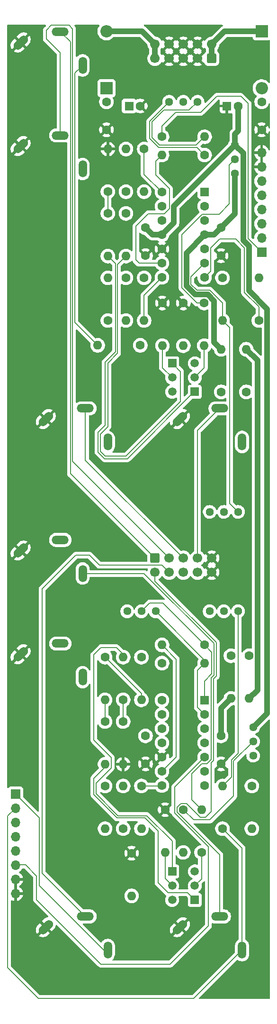
<source format=gbl>
%TF.GenerationSoftware,KiCad,Pcbnew,9.0.0*%
%TF.CreationDate,2025-03-16T11:49:47+01:00*%
%TF.ProjectId,DMH_Transistor_VCA_PCB,444d485f-5472-4616-9e73-6973746f725f,1*%
%TF.SameCoordinates,Original*%
%TF.FileFunction,Copper,L2,Bot*%
%TF.FilePolarity,Positive*%
%FSLAX46Y46*%
G04 Gerber Fmt 4.6, Leading zero omitted, Abs format (unit mm)*
G04 Created by KiCad (PCBNEW 9.0.0) date 2025-03-16 11:49:47*
%MOMM*%
%LPD*%
G01*
G04 APERTURE LIST*
G04 Aperture macros list*
%AMRoundRect*
0 Rectangle with rounded corners*
0 $1 Rounding radius*
0 $2 $3 $4 $5 $6 $7 $8 $9 X,Y pos of 4 corners*
0 Add a 4 corners polygon primitive as box body*
4,1,4,$2,$3,$4,$5,$6,$7,$8,$9,$2,$3,0*
0 Add four circle primitives for the rounded corners*
1,1,$1+$1,$2,$3*
1,1,$1+$1,$4,$5*
1,1,$1+$1,$6,$7*
1,1,$1+$1,$8,$9*
0 Add four rect primitives between the rounded corners*
20,1,$1+$1,$2,$3,$4,$5,0*
20,1,$1+$1,$4,$5,$6,$7,0*
20,1,$1+$1,$6,$7,$8,$9,0*
20,1,$1+$1,$8,$9,$2,$3,0*%
%AMHorizOval*
0 Thick line with rounded ends*
0 $1 width*
0 $2 $3 position (X,Y) of the first rounded end (center of the circle)*
0 $4 $5 position (X,Y) of the second rounded end (center of the circle)*
0 Add line between two ends*
20,1,$1,$2,$3,$4,$5,0*
0 Add two circle primitives to create the rounded ends*
1,1,$1,$2,$3*
1,1,$1,$4,$5*%
G04 Aperture macros list end*
%TA.AperFunction,ComponentPad*%
%ADD10RoundRect,0.250000X0.550000X0.550000X-0.550000X0.550000X-0.550000X-0.550000X0.550000X-0.550000X0*%
%TD*%
%TA.AperFunction,ComponentPad*%
%ADD11C,1.600000*%
%TD*%
%TA.AperFunction,ComponentPad*%
%ADD12R,1.700000X1.700000*%
%TD*%
%TA.AperFunction,ComponentPad*%
%ADD13O,1.700000X1.700000*%
%TD*%
%TA.AperFunction,ComponentPad*%
%ADD14HorizOval,1.508000X-0.533159X-0.533159X0.533159X0.533159X0*%
%TD*%
%TA.AperFunction,ComponentPad*%
%ADD15O,1.508000X3.016000*%
%TD*%
%TA.AperFunction,ComponentPad*%
%ADD16O,3.016000X1.508000*%
%TD*%
%TA.AperFunction,ComponentPad*%
%ADD17O,1.600000X1.600000*%
%TD*%
%TA.AperFunction,ComponentPad*%
%ADD18R,2.200000X2.200000*%
%TD*%
%TA.AperFunction,ComponentPad*%
%ADD19O,2.200000X2.200000*%
%TD*%
%TA.AperFunction,ComponentPad*%
%ADD20R,1.600000X1.600000*%
%TD*%
%TA.AperFunction,ComponentPad*%
%ADD21R,1.500000X1.500000*%
%TD*%
%TA.AperFunction,ComponentPad*%
%ADD22C,1.500000*%
%TD*%
%TA.AperFunction,ComponentPad*%
%ADD23C,1.440000*%
%TD*%
%TA.AperFunction,ComponentPad*%
%ADD24RoundRect,0.250000X-0.600000X0.600000X-0.600000X-0.600000X0.600000X-0.600000X0.600000X0.600000X0*%
%TD*%
%TA.AperFunction,ComponentPad*%
%ADD25C,1.700000*%
%TD*%
%TA.AperFunction,ComponentPad*%
%ADD26RoundRect,0.250000X0.600000X-0.600000X0.600000X0.600000X-0.600000X0.600000X-0.600000X-0.600000X0*%
%TD*%
%TA.AperFunction,Conductor*%
%ADD27C,1.000000*%
%TD*%
%TA.AperFunction,Conductor*%
%ADD28C,0.200000*%
%TD*%
G04 APERTURE END LIST*
D10*
%TO.P,U1,1*%
%TO.N,Net-(R3-Pad1)*%
X86800000Y-72875000D03*
D11*
%TO.P,U1,2,-*%
%TO.N,Net-(U1A--)*%
X86800000Y-75415000D03*
%TO.P,U1,3,+*%
%TO.N,/Core Circuit A/CV 1 A Pot*%
X86800000Y-77955000D03*
%TO.P,U1,4,V+*%
%TO.N,+12V*%
X86800000Y-80495000D03*
%TO.P,U1,5,+*%
%TO.N,/Core Circuit A/CV 2 A Pot*%
X86800000Y-83035000D03*
%TO.P,U1,6,-*%
%TO.N,Net-(U1B--)*%
X86800000Y-85575000D03*
%TO.P,U1,7*%
%TO.N,Net-(R6-Pad1)*%
X86800000Y-88115000D03*
%TO.P,U1,8*%
%TO.N,Net-(R8-Pad2)*%
X79180000Y-88115000D03*
%TO.P,U1,9,-*%
%TO.N,Net-(U1C--)*%
X79180000Y-85575000D03*
%TO.P,U1,10,+*%
%TO.N,GND*%
X79180000Y-83035000D03*
%TO.P,U1,11,V-*%
%TO.N,-12V*%
X79180000Y-80495000D03*
%TO.P,U1,12,+*%
%TO.N,Net-(U1D-+)*%
X79180000Y-77955000D03*
%TO.P,U1,13,-*%
%TO.N,Net-(U1D--)*%
X79180000Y-75415000D03*
%TO.P,U1,14*%
%TO.N,Net-(R18-Pad1)*%
X79180000Y-72875000D03*
%TD*%
D10*
%TO.P,U2,1*%
%TO.N,Net-(R28-Pad1)*%
X86800000Y-163625000D03*
D11*
%TO.P,U2,2,-*%
%TO.N,Net-(U2A--)*%
X86800000Y-166165000D03*
%TO.P,U2,3,+*%
%TO.N,/Core Circuit B/CV 1 B Pot*%
X86800000Y-168705000D03*
%TO.P,U2,4,V+*%
%TO.N,+12V*%
X86800000Y-171245000D03*
%TO.P,U2,5,+*%
%TO.N,/Core Circuit B/CV 2 B Pot*%
X86800000Y-173785000D03*
%TO.P,U2,6,-*%
%TO.N,Net-(U2B--)*%
X86800000Y-176325000D03*
%TO.P,U2,7*%
%TO.N,Net-(R38-Pad1)*%
X86800000Y-178865000D03*
%TO.P,U2,8*%
%TO.N,Net-(R39-Pad1)*%
X79180000Y-178865000D03*
%TO.P,U2,9,-*%
%TO.N,Net-(U2C--)*%
X79180000Y-176325000D03*
%TO.P,U2,10,+*%
%TO.N,GND*%
X79180000Y-173785000D03*
%TO.P,U2,11,V-*%
%TO.N,-12V*%
X79180000Y-171245000D03*
%TO.P,U2,12,+*%
%TO.N,Net-(U2D-+)*%
X79180000Y-168705000D03*
%TO.P,U2,13,-*%
%TO.N,Net-(U2D--)*%
X79180000Y-166165000D03*
%TO.P,U2,14*%
%TO.N,Net-(R25-Pad1)*%
X79180000Y-163625000D03*
%TD*%
D12*
%TO.P,J60,1,Pin_1*%
%TO.N,/Core Circuit B/CV 1 B Input*%
X53000000Y-180375000D03*
D13*
%TO.P,J60,2,Pin_2*%
%TO.N,/Core Circuit B/CV 2 B Input*%
X53000000Y-182915000D03*
%TO.P,J60,3,Pin_3*%
%TO.N,+12V*%
X53000000Y-185455000D03*
%TO.P,J60,4,Pin_4*%
%TO.N,/Core Circuit B/Offset B Pot*%
X53000000Y-187995000D03*
%TO.P,J60,5,Pin_5*%
%TO.N,/Core Circuit B/CV 1 B Pot*%
X53000000Y-190535000D03*
%TO.P,J60,6,Pin_6*%
%TO.N,/Core Circuit B/CV 2 B Pot*%
X53000000Y-193075000D03*
%TO.P,J60,7,Pin_7*%
%TO.N,GND*%
X53000000Y-195615000D03*
%TO.P,J60,8,Pin_8*%
X53000000Y-198155000D03*
%TD*%
D14*
%TO.P,J1,S*%
%TO.N,GND*%
X53903810Y-46153810D03*
D15*
%TO.P,J1,T*%
%TO.N,/Core Circuit A/Input A*%
X65000000Y-50250000D03*
D16*
%TO.P,J1,TN*%
%TO.N,Net-(J200-Pin_1)*%
X61000000Y-44250000D03*
%TD*%
D14*
%TO.P,J3,S*%
%TO.N,GND*%
X58403810Y-113403810D03*
D15*
%TO.P,J3,T*%
%TO.N,/Core Circuit A/CV 1 A Input*%
X69500000Y-117500000D03*
D16*
%TO.P,J3,TN*%
%TO.N,Net-(J200-Pin_3)*%
X65500000Y-111500000D03*
%TD*%
D14*
%TO.P,J5,S*%
%TO.N,GND*%
X53903810Y-136903810D03*
D15*
%TO.P,J5,T*%
%TO.N,/Core Circuit B/Input B*%
X65000000Y-141000000D03*
D16*
%TO.P,J5,TN*%
%TO.N,Net-(J200-Pin_9)*%
X61000000Y-135000000D03*
%TD*%
D12*
%TO.P,J50,1,Pin_1*%
%TO.N,/Core Circuit A/CV 1 A Input*%
X97000000Y-83620000D03*
D13*
%TO.P,J50,2,Pin_2*%
%TO.N,/Core Circuit A/CV 2 A Input*%
X97000000Y-81080000D03*
%TO.P,J50,3,Pin_3*%
%TO.N,+12V*%
X97000000Y-78540000D03*
%TO.P,J50,4,Pin_4*%
%TO.N,/Core Circuit A/Offset A Pot*%
X97000000Y-76000000D03*
%TO.P,J50,5,Pin_5*%
%TO.N,/Core Circuit A/CV 1 A Pot*%
X97000000Y-73460000D03*
%TO.P,J50,6,Pin_6*%
%TO.N,/Core Circuit A/CV 2 A Pot*%
X97000000Y-70920000D03*
%TO.P,J50,7,Pin_7*%
%TO.N,GND*%
X97000000Y-68380000D03*
%TO.P,J50,8,Pin_8*%
X97000000Y-65840000D03*
%TD*%
D14*
%TO.P,J7,S*%
%TO.N,GND*%
X58403810Y-204153810D03*
D15*
%TO.P,J7,T*%
%TO.N,/Core Circuit B/CV 1 B Input*%
X69500000Y-208250000D03*
D16*
%TO.P,J7,TN*%
%TO.N,Net-(J200-Pin_7)*%
X65500000Y-202250000D03*
%TD*%
D14*
%TO.P,J6,S*%
%TO.N,GND*%
X53903810Y-155403810D03*
D15*
%TO.P,J6,T*%
%TO.N,/Core Circuit B/Output B*%
X65000000Y-159500000D03*
D16*
%TO.P,J6,TN*%
%TO.N,Net-(J200-Pin_8)*%
X61000000Y-153500000D03*
%TD*%
D14*
%TO.P,J8,S*%
%TO.N,GND*%
X82403810Y-204153810D03*
D15*
%TO.P,J8,T*%
%TO.N,/Core Circuit B/CV 2 B Input*%
X93500000Y-208250000D03*
D16*
%TO.P,J8,TN*%
%TO.N,Net-(J200-Pin_6)*%
X89500000Y-202250000D03*
%TD*%
D14*
%TO.P,J2,S*%
%TO.N,GND*%
X53903810Y-64653810D03*
D15*
%TO.P,J2,T*%
%TO.N,/Core Circuit A/Output A*%
X65000000Y-68750000D03*
D16*
%TO.P,J2,TN*%
%TO.N,Net-(J200-Pin_2)*%
X61000000Y-62750000D03*
%TD*%
D14*
%TO.P,J4,S*%
%TO.N,GND*%
X82403810Y-113403810D03*
D15*
%TO.P,J4,T*%
%TO.N,/Core Circuit A/CV 2 A Input*%
X93500000Y-117500000D03*
D16*
%TO.P,J4,TN*%
%TO.N,Net-(J200-Pin_4)*%
X89500000Y-111500000D03*
%TD*%
D11*
%TO.P,R26,1*%
%TO.N,Net-(U2D--)*%
X69000000Y-167440000D03*
D17*
%TO.P,R26,2*%
%TO.N,Net-(Q3-C)*%
X69000000Y-175060000D03*
%TD*%
D18*
%TO.P,D2,1,K*%
%TO.N,Net-(D2-K)*%
X97000000Y-44170000D03*
D19*
%TO.P,D2,2,A*%
%TO.N,-12V*%
X97000000Y-54330000D03*
%TD*%
D20*
%TO.P,C2,1*%
%TO.N,GND*%
X90794888Y-57500000D03*
D11*
%TO.P,C2,2*%
%TO.N,-12V*%
X92794888Y-57500000D03*
%TD*%
D18*
%TO.P,D1,1,K*%
%TO.N,+12V*%
X69250000Y-54330000D03*
D19*
%TO.P,D1,2,A*%
%TO.N,Net-(D1-A)*%
X69250000Y-44170000D03*
%TD*%
D11*
%TO.P,R17,1*%
%TO.N,Net-(U1D-+)*%
X69500000Y-76690000D03*
D17*
%TO.P,R17,2*%
%TO.N,Net-(Q2-C)*%
X69500000Y-84310000D03*
%TD*%
D11*
%TO.P,R3,1*%
%TO.N,Net-(R3-Pad1)*%
X86810000Y-66250000D03*
D17*
%TO.P,R3,2*%
%TO.N,Net-(U1C--)*%
X79190000Y-66250000D03*
%TD*%
D11*
%TO.P,R25,1*%
%TO.N,Net-(R25-Pad1)*%
X69000000Y-155940000D03*
D17*
%TO.P,R25,2*%
%TO.N,Net-(U2D--)*%
X69000000Y-163560000D03*
%TD*%
D11*
%TO.P,C6,1*%
%TO.N,GND*%
X76250000Y-84250000D03*
%TO.P,C6,2*%
%TO.N,-12V*%
X76250000Y-79250000D03*
%TD*%
%TO.P,R1,1*%
%TO.N,/Core Circuit A/CV 1 A Input*%
X79190000Y-63000000D03*
D17*
%TO.P,R1,2*%
%TO.N,Net-(U1A--)*%
X86810000Y-63000000D03*
%TD*%
D21*
%TO.P,Q1,1,C*%
%TO.N,Net-(Q1-C)*%
X81000000Y-103460000D03*
D22*
%TO.P,Q1,2,B*%
%TO.N,Net-(Q1-B)*%
X81000000Y-106000000D03*
%TO.P,Q1,3,E*%
%TO.N,Net-(Q1-E)*%
X81000000Y-108540000D03*
%TD*%
D11*
%TO.P,R32,1*%
%TO.N,/Core Circuit B/CV 2 B Input*%
X90000000Y-186560000D03*
D17*
%TO.P,R32,2*%
%TO.N,Net-(U2B--)*%
X90000000Y-178940000D03*
%TD*%
D21*
%TO.P,Q2,1,C*%
%TO.N,Net-(Q2-C)*%
X85050000Y-108550000D03*
D22*
%TO.P,Q2,2,B*%
%TO.N,Net-(Q2-B)*%
X85050000Y-106010000D03*
%TO.P,Q2,3,E*%
%TO.N,Net-(Q1-E)*%
X85050000Y-103470000D03*
%TD*%
D11*
%TO.P,C3,1*%
%TO.N,+12V*%
X69250000Y-56750000D03*
%TO.P,C3,2*%
%TO.N,GND*%
X69250000Y-61750000D03*
%TD*%
%TO.P,R12,1*%
%TO.N,Net-(R12-Pad1)*%
X86750000Y-92690000D03*
D17*
%TO.P,R12,2*%
%TO.N,Net-(Q2-B)*%
X86750000Y-100310000D03*
%TD*%
D11*
%TO.P,R42,1*%
%TO.N,/Core Circuit B/Offset B Pot*%
X69000000Y-178940000D03*
D17*
%TO.P,R42,2*%
%TO.N,Net-(U2C--)*%
X69000000Y-186560000D03*
%TD*%
D23*
%TO.P,RV8,1,1*%
%TO.N,-12V*%
X95500000Y-168460000D03*
%TO.P,RV8,2,2*%
%TO.N,Net-(R34-Pad1)*%
X95500000Y-171000000D03*
%TO.P,RV8,3,3*%
%TO.N,+12V*%
X95500000Y-173540000D03*
%TD*%
D11*
%TO.P,C7,1*%
%TO.N,+12V*%
X89750000Y-170000000D03*
%TO.P,C7,2*%
%TO.N,GND*%
X89750000Y-175000000D03*
%TD*%
%TO.P,R41,1*%
%TO.N,Net-(U2C--)*%
X72250000Y-186560000D03*
D17*
%TO.P,R41,2*%
%TO.N,Net-(R39-Pad1)*%
X72250000Y-178940000D03*
%TD*%
D11*
%TO.P,C4,1*%
%TO.N,GND*%
X97000000Y-61750000D03*
%TO.P,C4,2*%
%TO.N,-12V*%
X97000000Y-56750000D03*
%TD*%
%TO.P,R35,1*%
%TO.N,GND*%
X73750000Y-190940000D03*
D17*
%TO.P,R35,2*%
%TO.N,Net-(Q3-B)*%
X73750000Y-198560000D03*
%TD*%
D11*
%TO.P,C8,1*%
%TO.N,GND*%
X76250000Y-175000000D03*
%TO.P,C8,2*%
%TO.N,-12V*%
X76250000Y-170000000D03*
%TD*%
%TO.P,R30,1*%
%TO.N,Net-(U2D-+)*%
X72250000Y-163560000D03*
D17*
%TO.P,R30,2*%
%TO.N,Net-(Q4-C)*%
X72250000Y-155940000D03*
%TD*%
D11*
%TO.P,R36,1*%
%TO.N,GND*%
X79750000Y-183190000D03*
D17*
%TO.P,R36,2*%
%TO.N,Net-(Q4-B)*%
X79750000Y-190810000D03*
%TD*%
D21*
%TO.P,Q3,1,C*%
%TO.N,Net-(Q3-C)*%
X85050000Y-199290000D03*
D22*
%TO.P,Q3,2,B*%
%TO.N,Net-(Q3-B)*%
X85050000Y-196750000D03*
%TO.P,Q3,3,E*%
%TO.N,Net-(Q3-E)*%
X85050000Y-194210000D03*
%TD*%
D11*
%TO.P,R38,1*%
%TO.N,Net-(R38-Pad1)*%
X95250000Y-178940000D03*
D17*
%TO.P,R38,2*%
%TO.N,Net-(U2C--)*%
X95250000Y-186560000D03*
%TD*%
D23*
%TO.P,RV10,1,1*%
%TO.N,Net-(U1B--)*%
X92800000Y-130000000D03*
%TO.P,RV10,2,2*%
%TO.N,Net-(R6-Pad1)*%
X90260000Y-130000000D03*
%TO.P,RV10,3,3*%
X87720000Y-130000000D03*
%TD*%
D11*
%TO.P,R15,1*%
%TO.N,Net-(Q2-C)*%
X89750000Y-108560000D03*
D17*
%TO.P,R15,2*%
%TO.N,+12V*%
X89750000Y-100940000D03*
%TD*%
D11*
%TO.P,R4,1*%
%TO.N,/Core Circuit A/CV 2 A Input*%
X90000000Y-88190000D03*
D17*
%TO.P,R4,2*%
%TO.N,Net-(U1B--)*%
X90000000Y-95810000D03*
%TD*%
D23*
%TO.P,RV12,1,1*%
%TO.N,Net-(U2B--)*%
X92790000Y-147750000D03*
%TO.P,RV12,2,2*%
%TO.N,Net-(R38-Pad1)*%
X90250000Y-147750000D03*
%TO.P,RV12,3,3*%
X87710000Y-147750000D03*
%TD*%
D11*
%TO.P,R31,1*%
%TO.N,Net-(U2D-+)*%
X72250000Y-167440000D03*
D17*
%TO.P,R31,2*%
%TO.N,GND*%
X72250000Y-175060000D03*
%TD*%
D11*
%TO.P,C5,1*%
%TO.N,+12V*%
X89750000Y-79250000D03*
%TO.P,C5,2*%
%TO.N,GND*%
X89750000Y-84250000D03*
%TD*%
D20*
%TO.P,C1,1*%
%TO.N,+12V*%
X73294888Y-57500000D03*
D11*
%TO.P,C1,2*%
%TO.N,GND*%
X75294888Y-57500000D03*
%TD*%
%TO.P,R39,1*%
%TO.N,Net-(R39-Pad1)*%
X75500000Y-178940000D03*
D17*
%TO.P,R39,2*%
%TO.N,Net-(Q3-E)*%
X75500000Y-186560000D03*
%TD*%
D11*
%TO.P,R7,1*%
%TO.N,/Core Circuit A/Offset A Pot*%
X69500000Y-95810000D03*
D17*
%TO.P,R7,2*%
%TO.N,Net-(U1C--)*%
X69500000Y-88190000D03*
%TD*%
D11*
%TO.P,R16,1*%
%TO.N,Net-(U1D--)*%
X72750000Y-76690000D03*
D17*
%TO.P,R16,2*%
%TO.N,Net-(Q1-C)*%
X72750000Y-84310000D03*
%TD*%
D23*
%TO.P,RV7,1,1*%
%TO.N,-12V*%
X92250000Y-64450000D03*
%TO.P,RV7,2,2*%
%TO.N,Net-(R12-Pad1)*%
X92250000Y-66990000D03*
%TO.P,RV7,3,3*%
%TO.N,+12V*%
X92250000Y-69530000D03*
%TD*%
%TO.P,RV9,1,1*%
%TO.N,Net-(U1A--)*%
X85540000Y-56750000D03*
%TO.P,RV9,2,2*%
%TO.N,Net-(R3-Pad1)*%
X83000000Y-56750000D03*
%TO.P,RV9,3,3*%
X80460000Y-56750000D03*
%TD*%
D11*
%TO.P,R22,1*%
%TO.N,Net-(Q3-C)*%
X91500000Y-155690000D03*
D17*
%TO.P,R22,2*%
%TO.N,+12V*%
X91500000Y-163310000D03*
%TD*%
D11*
%TO.P,R20,1*%
%TO.N,/Core Circuit A/Output A*%
X72750000Y-72810000D03*
D17*
%TO.P,R20,2*%
%TO.N,Net-(R18-Pad1)*%
X72750000Y-65190000D03*
%TD*%
D11*
%TO.P,R6,1*%
%TO.N,Net-(R6-Pad1)*%
X96500000Y-95810000D03*
D17*
%TO.P,R6,2*%
%TO.N,Net-(U1C--)*%
X96500000Y-88190000D03*
%TD*%
D11*
%TO.P,R23,1*%
%TO.N,Net-(Q4-C)*%
X94750000Y-155690000D03*
D17*
%TO.P,R23,2*%
%TO.N,+12V*%
X94750000Y-163310000D03*
%TD*%
D24*
%TO.P,J200,1,Pin_1*%
%TO.N,Net-(J200-Pin_1)*%
X77920000Y-138247500D03*
D25*
%TO.P,J200,2,Pin_2*%
%TO.N,Net-(J200-Pin_2)*%
X80460000Y-138247500D03*
%TO.P,J200,3,Pin_3*%
%TO.N,Net-(J200-Pin_3)*%
X83000000Y-138247500D03*
%TO.P,J200,4,Pin_4*%
%TO.N,Net-(J200-Pin_4)*%
X85540000Y-138247500D03*
%TO.P,J200,5,Pin_5*%
%TO.N,GND*%
X88080000Y-138247500D03*
%TO.P,J200,6,Pin_6*%
%TO.N,Net-(J200-Pin_6)*%
X77920000Y-140787500D03*
%TO.P,J200,7,Pin_7*%
%TO.N,Net-(J200-Pin_7)*%
X80460000Y-140787500D03*
%TO.P,J200,8,Pin_8*%
%TO.N,Net-(J200-Pin_8)*%
X83000000Y-140787500D03*
%TO.P,J200,9,Pin_9*%
%TO.N,Net-(J200-Pin_9)*%
X85540000Y-140787500D03*
%TO.P,J200,10,Pin_10*%
%TO.N,GND*%
X88080000Y-140787500D03*
%TD*%
D11*
%TO.P,R9,1*%
%TO.N,Net-(R8-Pad2)*%
X72750000Y-88190000D03*
D17*
%TO.P,R9,2*%
%TO.N,Net-(Q1-E)*%
X72750000Y-95810000D03*
%TD*%
D11*
%TO.P,R10,1*%
%TO.N,GND*%
X79250000Y-92690000D03*
D17*
%TO.P,R10,2*%
%TO.N,Net-(Q1-B)*%
X79250000Y-100310000D03*
%TD*%
D11*
%TO.P,R13,1*%
%TO.N,GND*%
X83000000Y-92690000D03*
D17*
%TO.P,R13,2*%
%TO.N,Net-(Q2-B)*%
X83000000Y-100310000D03*
%TD*%
D11*
%TO.P,R19,1*%
%TO.N,Net-(U1D-+)*%
X69500000Y-72810000D03*
D17*
%TO.P,R19,2*%
%TO.N,GND*%
X69500000Y-65190000D03*
%TD*%
D11*
%TO.P,R14,1*%
%TO.N,Net-(Q1-C)*%
X94250000Y-108560000D03*
D17*
%TO.P,R14,2*%
%TO.N,+12V*%
X94250000Y-100940000D03*
%TD*%
D11*
%TO.P,R24,1*%
%TO.N,/Core Circuit B/CV 1 B Input*%
X79190000Y-157000000D03*
D17*
%TO.P,R24,2*%
%TO.N,Net-(U2A--)*%
X86810000Y-157000000D03*
%TD*%
D11*
%TO.P,R34,1*%
%TO.N,Net-(R34-Pad1)*%
X83000000Y-183190000D03*
D17*
%TO.P,R34,2*%
%TO.N,Net-(Q4-B)*%
X83000000Y-190810000D03*
%TD*%
D11*
%TO.P,R11,1*%
%TO.N,Net-(Q1-B)*%
X75310000Y-100250000D03*
D17*
%TO.P,R11,2*%
%TO.N,/Core Circuit A/Input A*%
X67690000Y-100250000D03*
%TD*%
D23*
%TO.P,RV11,1,1*%
%TO.N,Net-(U2A--)*%
X78040000Y-147750000D03*
%TO.P,RV11,2,2*%
%TO.N,Net-(R28-Pad1)*%
X75500000Y-147750000D03*
%TO.P,RV11,3,3*%
X72960000Y-147750000D03*
%TD*%
D11*
%TO.P,R33,1*%
%TO.N,Net-(Q3-B)*%
X86250000Y-190810000D03*
D17*
%TO.P,R33,2*%
%TO.N,/Core Circuit B/Input B*%
X86250000Y-183190000D03*
%TD*%
D11*
%TO.P,R8,1*%
%TO.N,Net-(U1C--)*%
X76000000Y-88190000D03*
D17*
%TO.P,R8,2*%
%TO.N,Net-(R8-Pad2)*%
X76000000Y-95810000D03*
%TD*%
D26*
%TO.P,J100,1a,Pin_1a*%
%TO.N,Net-(D2-K)*%
X88080000Y-49002500D03*
D25*
%TO.P,J100,1b,Pin_1b*%
X88080000Y-46462500D03*
%TO.P,J100,2a,Pin_2a*%
%TO.N,GND*%
X85540000Y-49002500D03*
%TO.P,J100,2b,Pin_2b*%
X85540000Y-46462500D03*
%TO.P,J100,3a,Pin_3a*%
X83000000Y-49002500D03*
%TO.P,J100,3b,Pin_3b*%
X83000000Y-46462500D03*
%TO.P,J100,4a,Pin_4a*%
X80460000Y-49002500D03*
%TO.P,J100,4b,Pin_4b*%
X80460000Y-46462500D03*
%TO.P,J100,5a,Pin_5a*%
%TO.N,Net-(D1-A)*%
X77920000Y-49002500D03*
%TO.P,J100,5b,Pin_5b*%
X77920000Y-46462500D03*
%TD*%
D11*
%TO.P,R29,1*%
%TO.N,/Core Circuit B/Output B*%
X75500000Y-155940000D03*
D17*
%TO.P,R29,2*%
%TO.N,Net-(R25-Pad1)*%
X75500000Y-163560000D03*
%TD*%
D21*
%TO.P,Q4,1,C*%
%TO.N,Net-(Q4-C)*%
X81000000Y-194210000D03*
D22*
%TO.P,Q4,2,B*%
%TO.N,Net-(Q4-B)*%
X81000000Y-196750000D03*
%TO.P,Q4,3,E*%
%TO.N,Net-(Q3-E)*%
X81000000Y-199290000D03*
%TD*%
D11*
%TO.P,R28,1*%
%TO.N,Net-(R28-Pad1)*%
X86810000Y-153750000D03*
D17*
%TO.P,R28,2*%
%TO.N,Net-(U2C--)*%
X79190000Y-153750000D03*
%TD*%
D11*
%TO.P,R18,1*%
%TO.N,Net-(R18-Pad1)*%
X76000000Y-65190000D03*
D17*
%TO.P,R18,2*%
%TO.N,Net-(U1D--)*%
X76000000Y-72810000D03*
%TD*%
D27*
%TO.N,+12V*%
X89750000Y-165060000D02*
X91500000Y-163310000D01*
X96250000Y-161810000D02*
X94750000Y-163310000D01*
X89750000Y-100940000D02*
X88500000Y-99690000D01*
X86800000Y-80495000D02*
X88505000Y-80495000D01*
X87371321Y-91190000D02*
X85071370Y-91190000D01*
X92250000Y-69530000D02*
X92250000Y-76750000D01*
X89750000Y-170000000D02*
X89750000Y-165060000D01*
X96250000Y-102940000D02*
X96250000Y-161810000D01*
X88500000Y-92318679D02*
X87371321Y-91190000D01*
X83550000Y-83745000D02*
X86800000Y-80495000D01*
X85071370Y-91190000D02*
X83550000Y-89668630D01*
X88505000Y-80495000D02*
X89750000Y-79250000D01*
X83550000Y-89668630D02*
X83550000Y-83745000D01*
X94250000Y-100940000D02*
X96250000Y-102940000D01*
X88500000Y-99690000D02*
X88500000Y-92318679D01*
X92250000Y-76750000D02*
X89750000Y-79250000D01*
%TO.N,-12V*%
X92250000Y-64450000D02*
X92250000Y-62500000D01*
X93750000Y-65950000D02*
X92250000Y-64450000D01*
X79180000Y-80495000D02*
X81300000Y-78375000D01*
X98000000Y-93750000D02*
X94750000Y-90500000D01*
X94750000Y-90500000D02*
X94750000Y-82501370D01*
X98000000Y-165960000D02*
X98000000Y-93750000D01*
X92794888Y-61955112D02*
X92794888Y-57500000D01*
X77495000Y-80495000D02*
X76250000Y-79250000D01*
X81300000Y-78375000D02*
X81300000Y-75400000D01*
X79180000Y-80495000D02*
X77495000Y-80495000D01*
X92250000Y-62500000D02*
X92794888Y-61955112D01*
X81300000Y-75400000D02*
X92250000Y-64450000D01*
X93750000Y-81501370D02*
X93750000Y-65950000D01*
X95500000Y-168460000D02*
X98000000Y-165960000D01*
X94750000Y-82501370D02*
X93750000Y-81501370D01*
%TO.N,Net-(D1-A)*%
X77920000Y-46462500D02*
X77920000Y-49002500D01*
X75627500Y-44170000D02*
X77920000Y-46462500D01*
X69250000Y-44170000D02*
X75627500Y-44170000D01*
%TO.N,Net-(D2-K)*%
X97000000Y-44170000D02*
X90372500Y-44170000D01*
X90372500Y-44170000D02*
X88080000Y-46462500D01*
X88080000Y-49002500D02*
X88080000Y-46462500D01*
D28*
%TO.N,/Core Circuit A/Input A*%
X63608000Y-51642000D02*
X63608000Y-96168000D01*
X65000000Y-50250000D02*
X63608000Y-51642000D01*
X63608000Y-96168000D02*
X67690000Y-100250000D01*
%TO.N,Net-(J200-Pin_1)*%
X61000000Y-44250000D02*
X62808000Y-46058000D01*
X62808000Y-46058000D02*
X62808000Y-123135500D01*
X62808000Y-123135500D02*
X77920000Y-138247500D01*
%TO.N,Net-(J200-Pin_2)*%
X58500000Y-45500000D02*
X58500000Y-44000000D01*
X61000000Y-48000000D02*
X58500000Y-45500000D01*
X63208000Y-43708000D02*
X63208000Y-120995500D01*
X63208000Y-120995500D02*
X80460000Y-138247500D01*
X61000000Y-62750000D02*
X61000000Y-48000000D01*
X58500000Y-44000000D02*
X59400000Y-43100000D01*
X62600000Y-43100000D02*
X63208000Y-43708000D01*
X59400000Y-43100000D02*
X62600000Y-43100000D01*
%TO.N,Net-(J200-Pin_3)*%
X65500000Y-111500000D02*
X65500000Y-120747500D01*
X65500000Y-120747500D02*
X83000000Y-138247500D01*
%TO.N,/Core Circuit A/CV 1 A Input*%
X94550000Y-81170000D02*
X97000000Y-83620000D01*
X81600000Y-58650000D02*
X86100000Y-58650000D01*
X79190000Y-63000000D02*
X79190000Y-61060000D01*
X86100000Y-58650000D02*
X88969999Y-55780001D01*
X88969999Y-55780001D02*
X93280001Y-55780001D01*
X94550000Y-57050000D02*
X94550000Y-81170000D01*
X79190000Y-61060000D02*
X81600000Y-58650000D01*
X93280001Y-55780001D02*
X94550000Y-57050000D01*
%TO.N,Net-(J200-Pin_4)*%
X85540000Y-115460000D02*
X89500000Y-111500000D01*
X85540000Y-138247500D02*
X85540000Y-115460000D01*
%TO.N,/Core Circuit B/Input B*%
X65000000Y-141000000D02*
X76000000Y-141000000D01*
X88500000Y-159125686D02*
X88000000Y-159625686D01*
X76000000Y-141000000D02*
X88500000Y-153500000D01*
X84500000Y-181440000D02*
X86250000Y-183190000D01*
X88000000Y-174250000D02*
X87250000Y-175000000D01*
X86250000Y-175000000D02*
X84500000Y-176750000D01*
X88000000Y-159625686D02*
X88000000Y-174250000D01*
X87250000Y-175000000D02*
X86250000Y-175000000D01*
X84500000Y-176750000D02*
X84500000Y-181440000D01*
X88500000Y-153500000D02*
X88500000Y-159125686D01*
%TO.N,/Core Circuit B/CV 1 B Input*%
X68750000Y-208250000D02*
X69500000Y-208250000D01*
X53000000Y-180375000D02*
X57250000Y-184625000D01*
X57250000Y-196750000D02*
X68750000Y-208250000D01*
X57250000Y-184625000D02*
X57250000Y-196750000D01*
%TO.N,Net-(J200-Pin_7)*%
X57750000Y-143750000D02*
X63750000Y-137750000D01*
X65500000Y-202250000D02*
X57750000Y-194500000D01*
X79172500Y-139500000D02*
X80460000Y-140787500D01*
X63750000Y-137750000D02*
X66250000Y-137750000D01*
X66250000Y-137750000D02*
X68000000Y-139500000D01*
X68000000Y-139500000D02*
X79172500Y-139500000D01*
X57750000Y-194500000D02*
X57750000Y-143750000D01*
%TO.N,Net-(J200-Pin_6)*%
X77920000Y-140787500D02*
X77920000Y-142354314D01*
X88900000Y-153334314D02*
X88900000Y-159291372D01*
X88400000Y-174415686D02*
X88000000Y-174815686D01*
X86004365Y-184500000D02*
X83594365Y-182090000D01*
X89500000Y-191245635D02*
X89500000Y-202250000D01*
X88900000Y-159291372D02*
X88400000Y-159791372D01*
X82544365Y-182090000D02*
X81900000Y-182734365D01*
X81900000Y-182734365D02*
X81900000Y-183645635D01*
X88400000Y-159791372D02*
X88400000Y-174415686D01*
X83594365Y-182090000D02*
X82544365Y-182090000D01*
X87000000Y-184500000D02*
X86004365Y-184500000D01*
X88000000Y-183500000D02*
X87000000Y-184500000D01*
X77920000Y-142354314D02*
X88900000Y-153334314D01*
X81900000Y-183645635D02*
X89500000Y-191245635D01*
X88000000Y-174815686D02*
X88000000Y-183500000D01*
%TO.N,/Core Circuit B/CV 2 B Input*%
X51600000Y-184315000D02*
X51600000Y-211400000D01*
X93500000Y-190060000D02*
X93500000Y-208250000D01*
X90000000Y-186560000D02*
X93500000Y-190060000D01*
X51600000Y-211400000D02*
X57100000Y-216900000D01*
X84850000Y-216900000D02*
X93500000Y-208250000D01*
X57100000Y-216900000D02*
X84850000Y-216900000D01*
X53000000Y-182915000D02*
X51600000Y-184315000D01*
%TO.N,/Core Circuit B/CV 2 B Pot*%
X87500000Y-203900000D02*
X80650000Y-210750000D01*
X68250000Y-210750000D02*
X56750000Y-199250000D01*
X54795000Y-193045000D02*
X53000000Y-193045000D01*
X81500000Y-183811321D02*
X87500000Y-189811321D01*
X56750000Y-199250000D02*
X56750000Y-195000000D01*
X80650000Y-210750000D02*
X68250000Y-210750000D01*
X81500000Y-179085000D02*
X81500000Y-183811321D01*
X86800000Y-173785000D02*
X81500000Y-179085000D01*
X56750000Y-195000000D02*
X54795000Y-193045000D01*
X87500000Y-189811321D02*
X87500000Y-203900000D01*
%TO.N,Net-(Q1-C)*%
X68150000Y-119150000D02*
X69000000Y-120000000D01*
X71250000Y-85810000D02*
X71250000Y-101679949D01*
X72750000Y-120000000D02*
X82500000Y-110250000D01*
X68150000Y-116100000D02*
X68150000Y-119150000D01*
X69500000Y-103429949D02*
X69500000Y-114750000D01*
X72750000Y-84310000D02*
X71250000Y-85810000D01*
X82500000Y-110250000D02*
X82500000Y-104960000D01*
X82500000Y-104960000D02*
X81000000Y-103460000D01*
X69500000Y-114750000D02*
X68150000Y-116100000D01*
X71250000Y-101679949D02*
X69500000Y-103429949D01*
X69000000Y-120000000D02*
X72750000Y-120000000D01*
%TO.N,Net-(Q1-B)*%
X79250000Y-100310000D02*
X79250000Y-104250000D01*
X79250000Y-104250000D02*
X81000000Y-106000000D01*
%TO.N,Net-(Q2-B)*%
X86750000Y-104310000D02*
X86750000Y-100310000D01*
X85050000Y-106010000D02*
X86750000Y-104310000D01*
%TO.N,Net-(Q2-C)*%
X69000000Y-114500000D02*
X69000000Y-103250000D01*
X67750000Y-115750000D02*
X69000000Y-114500000D01*
X84950000Y-108550000D02*
X73000000Y-120500000D01*
X73000000Y-120500000D02*
X68934314Y-120500000D01*
X85050000Y-108550000D02*
X84950000Y-108550000D01*
X70850000Y-85660000D02*
X69500000Y-84310000D01*
X70850000Y-101400000D02*
X70850000Y-85660000D01*
X67750000Y-119315686D02*
X67750000Y-115750000D01*
X69000000Y-103250000D02*
X70850000Y-101400000D01*
X68934314Y-120500000D02*
X67750000Y-119315686D01*
%TO.N,Net-(Q3-B)*%
X86250000Y-190810000D02*
X86250000Y-195550000D01*
X86250000Y-195550000D02*
X85050000Y-196750000D01*
%TO.N,Net-(Q3-C)*%
X78500000Y-196250000D02*
X80250000Y-198000000D01*
X69500000Y-175060000D02*
X67000000Y-177560000D01*
X80250000Y-198000000D02*
X83760000Y-198000000D01*
X67000000Y-180500000D02*
X71150000Y-184650000D01*
X78500000Y-187000000D02*
X78500000Y-196250000D01*
X76150000Y-184650000D02*
X78500000Y-187000000D01*
X71150000Y-184650000D02*
X76150000Y-184650000D01*
X67000000Y-177560000D02*
X67000000Y-180500000D01*
X83760000Y-198000000D02*
X85050000Y-199290000D01*
%TO.N,Net-(Q4-B)*%
X79750000Y-190810000D02*
X79750000Y-195500000D01*
X79750000Y-195500000D02*
X81000000Y-196750000D01*
%TO.N,Net-(Q4-C)*%
X67000000Y-155500000D02*
X67000000Y-170750000D01*
X72750000Y-155940000D02*
X71060000Y-154250000D01*
X67400000Y-178407818D02*
X67400000Y-180334314D01*
X81000000Y-188750000D02*
X81000000Y-194210000D01*
X68250000Y-154250000D02*
X67000000Y-155500000D01*
X70100000Y-175707818D02*
X67400000Y-178407818D01*
X70100000Y-173850000D02*
X70100000Y-175707818D01*
X67400000Y-180334314D02*
X71315686Y-184250000D01*
X76500000Y-184250000D02*
X81000000Y-188750000D01*
X71060000Y-154250000D02*
X68250000Y-154250000D01*
X67000000Y-170750000D02*
X70100000Y-173850000D01*
X71315686Y-184250000D02*
X76500000Y-184250000D01*
%TO.N,Net-(U1A--)*%
X79525686Y-58250000D02*
X84040000Y-58250000D01*
X86810000Y-63000000D02*
X85310000Y-64500000D01*
X85310000Y-64500000D02*
X78750000Y-64500000D01*
X84040000Y-58250000D02*
X85540000Y-56750000D01*
X77400000Y-60375686D02*
X79525686Y-58250000D01*
X77400000Y-63150000D02*
X77400000Y-60375686D01*
X85540000Y-56500000D02*
X85540000Y-56750000D01*
X78750000Y-64500000D02*
X77400000Y-63150000D01*
%TO.N,Net-(R3-Pad1)*%
X78584314Y-64900000D02*
X77000000Y-63315686D01*
X77000000Y-60210000D02*
X80460000Y-56750000D01*
X77000000Y-63315686D02*
X77000000Y-60210000D01*
X86810000Y-66250000D02*
X86750000Y-66250000D01*
X85400000Y-64900000D02*
X78584314Y-64900000D01*
X86750000Y-66250000D02*
X85400000Y-64900000D01*
%TO.N,Net-(U1C--)*%
X74500000Y-79000000D02*
X74500000Y-85000000D01*
X74500000Y-85000000D02*
X75075000Y-85575000D01*
X80500000Y-75825317D02*
X79575317Y-76750000D01*
X78090000Y-67350000D02*
X78090000Y-69840000D01*
X79575317Y-76750000D02*
X76750000Y-76750000D01*
X78090000Y-69840000D02*
X80500000Y-72250000D01*
X76750000Y-76750000D02*
X74500000Y-79000000D01*
X75075000Y-85575000D02*
X79180000Y-85575000D01*
X79190000Y-66250000D02*
X78090000Y-67350000D01*
X80500000Y-72250000D02*
X80500000Y-75825317D01*
%TO.N,Net-(U1B--)*%
X90000000Y-95810000D02*
X91308000Y-97118000D01*
X85402740Y-90390000D02*
X87702691Y-90390000D01*
X84350000Y-89337260D02*
X85402740Y-90390000D01*
X87702691Y-90390000D02*
X90000000Y-92687309D01*
X86800000Y-85575000D02*
X84350000Y-88025000D01*
X84350000Y-88025000D02*
X84350000Y-89337260D01*
X90000000Y-92687309D02*
X90000000Y-95810000D01*
X91308000Y-128508000D02*
X92800000Y-130000000D01*
X91308000Y-97118000D02*
X91308000Y-128508000D01*
%TO.N,Net-(R6-Pad1)*%
X87900000Y-82850000D02*
X87900000Y-87015000D01*
X92367260Y-81250000D02*
X89500000Y-81250000D01*
X96500000Y-93381370D02*
X93950000Y-90831370D01*
X93950000Y-82832740D02*
X92367260Y-81250000D01*
X89500000Y-81250000D02*
X87900000Y-82850000D01*
X96500000Y-95810000D02*
X96500000Y-93381370D01*
X93950000Y-90831370D02*
X93950000Y-82832740D01*
X87900000Y-87015000D02*
X86800000Y-88115000D01*
%TO.N,Net-(R8-Pad2)*%
X76000000Y-95810000D02*
X76000000Y-91295000D01*
X76000000Y-91295000D02*
X79180000Y-88115000D01*
%TO.N,Net-(R12-Pad1)*%
X86344365Y-76855000D02*
X82750000Y-80449365D01*
X89395000Y-76855000D02*
X86344365Y-76855000D01*
X92250000Y-66990000D02*
X91230000Y-68010000D01*
X91230000Y-75020000D02*
X89395000Y-76855000D01*
X91230000Y-68010000D02*
X91230000Y-75020000D01*
X82750000Y-90000000D02*
X85440000Y-92690000D01*
X85440000Y-92690000D02*
X86750000Y-92690000D01*
X82750000Y-80449365D02*
X82750000Y-90000000D01*
%TO.N,Net-(U1D-+)*%
X69500000Y-76690000D02*
X69500000Y-72810000D01*
%TO.N,Net-(R18-Pad1)*%
X76000000Y-69695000D02*
X79180000Y-72875000D01*
X76000000Y-65190000D02*
X76000000Y-69695000D01*
%TO.N,Net-(R28-Pad1)*%
X79310000Y-146250000D02*
X86810000Y-153750000D01*
X77000000Y-146250000D02*
X79310000Y-146250000D01*
X75500000Y-147750000D02*
X77000000Y-146250000D01*
X86810000Y-163615000D02*
X86800000Y-163625000D01*
X88100000Y-155040000D02*
X86810000Y-153750000D01*
X86800000Y-163625000D02*
X86800000Y-160200000D01*
X86800000Y-160200000D02*
X88100000Y-158900000D01*
X88100000Y-158900000D02*
X88100000Y-155040000D01*
%TO.N,Net-(U2A--)*%
X78040000Y-147750000D02*
X86810000Y-156520000D01*
X85500000Y-164865000D02*
X85500000Y-158310000D01*
X85500000Y-158310000D02*
X86810000Y-157000000D01*
X86810000Y-156520000D02*
X86810000Y-157000000D01*
X86800000Y-166165000D02*
X85500000Y-164865000D01*
%TO.N,Net-(U2D--)*%
X69000000Y-167440000D02*
X69000000Y-163560000D01*
%TO.N,Net-(R25-Pad1)*%
X69000000Y-155940000D02*
X75500000Y-162440000D01*
X75500000Y-162440000D02*
X75500000Y-163560000D01*
%TO.N,Net-(U2C--)*%
X79190000Y-153750000D02*
X81750000Y-156310000D01*
X81750000Y-173755000D02*
X81750000Y-156310000D01*
X79180000Y-176325000D02*
X81750000Y-173755000D01*
%TO.N,Net-(U2D-+)*%
X72250000Y-167440000D02*
X72250000Y-163560000D01*
%TO.N,Net-(U2B--)*%
X92790000Y-173144314D02*
X91600000Y-174334314D01*
X91600000Y-174334314D02*
X91600000Y-177340000D01*
X92790000Y-147750000D02*
X92790000Y-173144314D01*
X91600000Y-177340000D02*
X90000000Y-178940000D01*
%TO.N,Net-(R34-Pad1)*%
X84810000Y-185000000D02*
X87750000Y-185000000D01*
X83000000Y-183190000D02*
X84810000Y-185000000D01*
X87750000Y-185000000D02*
X92000000Y-180750000D01*
X92000000Y-180750000D02*
X92000000Y-174500000D01*
X92000000Y-174500000D02*
X95500000Y-171000000D01*
%TO.N,Net-(R39-Pad1)*%
X76000000Y-178940000D02*
X79105000Y-178940000D01*
%TD*%
%TA.AperFunction,Conductor*%
%TO.N,GND*%
G36*
X98418834Y-167058599D02*
G01*
X98474767Y-167100471D01*
X98499184Y-167165935D01*
X98499500Y-167174781D01*
X98499500Y-216875500D01*
X98479815Y-216942539D01*
X98427011Y-216988294D01*
X98375500Y-216999500D01*
X85899097Y-216999500D01*
X85832058Y-216979815D01*
X85786303Y-216927011D01*
X85776359Y-216857853D01*
X85805384Y-216794297D01*
X85811416Y-216787819D01*
X86336054Y-216263181D01*
X92582151Y-210017083D01*
X92643472Y-209983600D01*
X92713164Y-209988584D01*
X92742715Y-210004448D01*
X92795981Y-210043147D01*
X92842499Y-210076944D01*
X93018439Y-210166591D01*
X93143637Y-210207270D01*
X93206236Y-210227610D01*
X93401264Y-210258500D01*
X93401269Y-210258500D01*
X93598736Y-210258500D01*
X93793763Y-210227610D01*
X93981561Y-210166591D01*
X94157501Y-210076944D01*
X94285979Y-209983600D01*
X94317246Y-209960884D01*
X94317248Y-209960881D01*
X94317252Y-209960879D01*
X94456879Y-209821252D01*
X94456881Y-209821248D01*
X94456884Y-209821246D01*
X94507779Y-209751192D01*
X94572944Y-209661501D01*
X94662591Y-209485561D01*
X94723610Y-209297763D01*
X94754500Y-209102736D01*
X94754500Y-207397263D01*
X94723610Y-207202236D01*
X94703270Y-207139637D01*
X94662591Y-207014439D01*
X94572944Y-206838499D01*
X94565486Y-206828234D01*
X94456884Y-206678753D01*
X94317246Y-206539115D01*
X94153560Y-206420192D01*
X94154599Y-206418761D01*
X94112833Y-206372593D01*
X94100500Y-206318682D01*
X94100500Y-189980945D01*
X94100500Y-189980943D01*
X94059577Y-189828216D01*
X94058978Y-189827179D01*
X93980524Y-189691290D01*
X93980521Y-189691286D01*
X93980520Y-189691284D01*
X93868716Y-189579480D01*
X93868715Y-189579479D01*
X93864385Y-189575149D01*
X93864374Y-189575139D01*
X91294077Y-187004842D01*
X91260592Y-186943519D01*
X91263828Y-186878841D01*
X91268477Y-186864534D01*
X91300500Y-186662352D01*
X91300500Y-186457648D01*
X93949500Y-186457648D01*
X93949500Y-186662351D01*
X93981522Y-186864534D01*
X94044781Y-187059223D01*
X94137715Y-187241613D01*
X94258028Y-187407213D01*
X94402786Y-187551971D01*
X94557749Y-187664556D01*
X94568390Y-187672287D01*
X94684607Y-187731503D01*
X94750776Y-187765218D01*
X94750778Y-187765218D01*
X94750781Y-187765220D01*
X94855137Y-187799127D01*
X94945465Y-187828477D01*
X95046557Y-187844488D01*
X95147648Y-187860500D01*
X95147649Y-187860500D01*
X95352351Y-187860500D01*
X95352352Y-187860500D01*
X95554534Y-187828477D01*
X95749219Y-187765220D01*
X95931610Y-187672287D01*
X96024590Y-187604732D01*
X96097213Y-187551971D01*
X96097215Y-187551968D01*
X96097219Y-187551966D01*
X96241966Y-187407219D01*
X96241968Y-187407215D01*
X96241971Y-187407213D01*
X96319794Y-187300097D01*
X96362287Y-187241610D01*
X96455220Y-187059219D01*
X96518477Y-186864534D01*
X96550500Y-186662352D01*
X96550500Y-186457648D01*
X96518477Y-186255466D01*
X96455220Y-186060781D01*
X96455218Y-186060778D01*
X96455218Y-186060776D01*
X96410703Y-185973412D01*
X96362287Y-185878390D01*
X96314184Y-185812181D01*
X96241971Y-185712786D01*
X96097213Y-185568028D01*
X95931613Y-185447715D01*
X95931612Y-185447714D01*
X95931610Y-185447713D01*
X95874653Y-185418691D01*
X95749223Y-185354781D01*
X95554534Y-185291522D01*
X95379995Y-185263878D01*
X95352352Y-185259500D01*
X95147648Y-185259500D01*
X95123329Y-185263351D01*
X94945465Y-185291522D01*
X94750776Y-185354781D01*
X94568386Y-185447715D01*
X94402786Y-185568028D01*
X94258028Y-185712786D01*
X94137715Y-185878386D01*
X94044781Y-186060776D01*
X93981522Y-186255465D01*
X93949500Y-186457648D01*
X91300500Y-186457648D01*
X91268477Y-186255466D01*
X91205220Y-186060781D01*
X91205218Y-186060778D01*
X91205218Y-186060776D01*
X91160703Y-185973412D01*
X91112287Y-185878390D01*
X91064184Y-185812181D01*
X90991971Y-185712786D01*
X90847213Y-185568028D01*
X90681613Y-185447715D01*
X90681612Y-185447714D01*
X90681610Y-185447713D01*
X90624653Y-185418691D01*
X90499223Y-185354781D01*
X90304534Y-185291522D01*
X90129995Y-185263878D01*
X90102352Y-185259500D01*
X89897648Y-185259500D01*
X89873329Y-185263351D01*
X89695465Y-185291522D01*
X89500776Y-185354781D01*
X89318386Y-185447715D01*
X89152786Y-185568028D01*
X89008028Y-185712786D01*
X88887715Y-185878386D01*
X88794781Y-186060776D01*
X88731522Y-186255465D01*
X88699500Y-186457648D01*
X88699500Y-186662351D01*
X88731522Y-186864534D01*
X88794781Y-187059223D01*
X88887715Y-187241613D01*
X89008028Y-187407213D01*
X89152786Y-187551971D01*
X89307749Y-187664556D01*
X89318390Y-187672287D01*
X89434607Y-187731503D01*
X89500776Y-187765218D01*
X89500778Y-187765218D01*
X89500781Y-187765220D01*
X89605137Y-187799127D01*
X89695465Y-187828477D01*
X89796557Y-187844488D01*
X89897648Y-187860500D01*
X89897649Y-187860500D01*
X90102351Y-187860500D01*
X90102352Y-187860500D01*
X90304534Y-187828477D01*
X90318842Y-187823827D01*
X90388682Y-187821831D01*
X90444842Y-187854077D01*
X92863181Y-190272416D01*
X92896666Y-190333739D01*
X92899500Y-190360097D01*
X92899500Y-206318682D01*
X92879815Y-206385721D01*
X92845675Y-206419139D01*
X92846440Y-206420192D01*
X92682753Y-206539115D01*
X92543115Y-206678753D01*
X92427058Y-206838495D01*
X92337408Y-207014441D01*
X92276389Y-207202236D01*
X92245500Y-207397263D01*
X92245500Y-208603903D01*
X92225815Y-208670942D01*
X92209181Y-208691584D01*
X84637584Y-216263181D01*
X84576261Y-216296666D01*
X84549903Y-216299500D01*
X57400098Y-216299500D01*
X57333059Y-216279815D01*
X57312417Y-216263181D01*
X52236819Y-211187583D01*
X52203334Y-211126260D01*
X52200500Y-211099902D01*
X52200500Y-199465124D01*
X52220185Y-199398085D01*
X52272989Y-199352330D01*
X52342147Y-199342386D01*
X52380795Y-199354639D01*
X52481782Y-199406095D01*
X52683871Y-199471757D01*
X52750000Y-199482231D01*
X52750000Y-198588012D01*
X52807007Y-198620925D01*
X52934174Y-198655000D01*
X53065826Y-198655000D01*
X53192993Y-198620925D01*
X53250000Y-198588012D01*
X53250000Y-199482230D01*
X53316126Y-199471757D01*
X53316129Y-199471757D01*
X53518217Y-199406095D01*
X53707557Y-199309620D01*
X53879459Y-199184727D01*
X53879464Y-199184723D01*
X54029723Y-199034464D01*
X54029727Y-199034459D01*
X54154620Y-198862557D01*
X54251095Y-198673217D01*
X54316757Y-198471129D01*
X54316757Y-198471126D01*
X54327231Y-198405000D01*
X53433012Y-198405000D01*
X53465925Y-198347993D01*
X53500000Y-198220826D01*
X53500000Y-198089174D01*
X53465925Y-197962007D01*
X53433012Y-197905000D01*
X54327231Y-197905000D01*
X54316757Y-197838873D01*
X54316757Y-197838870D01*
X54251095Y-197636782D01*
X54154620Y-197447442D01*
X54029727Y-197275540D01*
X54029723Y-197275535D01*
X53879464Y-197125276D01*
X53879459Y-197125272D01*
X53707558Y-197000379D01*
X53697954Y-196995486D01*
X53647157Y-196947512D01*
X53630361Y-196879692D01*
X53652897Y-196813556D01*
X53697954Y-196774514D01*
X53707558Y-196769620D01*
X53879459Y-196644727D01*
X53879464Y-196644723D01*
X54029723Y-196494464D01*
X54029727Y-196494459D01*
X54154620Y-196322557D01*
X54251095Y-196133217D01*
X54316757Y-195931129D01*
X54316757Y-195931126D01*
X54327231Y-195865000D01*
X53433012Y-195865000D01*
X53465925Y-195807993D01*
X53500000Y-195680826D01*
X53500000Y-195549174D01*
X53465925Y-195422007D01*
X53433012Y-195365000D01*
X54327231Y-195365000D01*
X54316757Y-195298873D01*
X54316757Y-195298870D01*
X54251095Y-195096782D01*
X54154620Y-194907442D01*
X54029727Y-194735540D01*
X54029723Y-194735535D01*
X53879464Y-194585276D01*
X53879459Y-194585272D01*
X53707555Y-194460377D01*
X53698500Y-194455763D01*
X53647706Y-194407788D01*
X53630912Y-194339966D01*
X53653451Y-194273832D01*
X53698508Y-194234793D01*
X53707816Y-194230051D01*
X53799500Y-194163439D01*
X53879786Y-194105109D01*
X53879788Y-194105106D01*
X53879792Y-194105104D01*
X54030104Y-193954792D01*
X54030106Y-193954788D01*
X54030109Y-193954786D01*
X54155050Y-193782817D01*
X54190521Y-193713204D01*
X54200969Y-193702140D01*
X54207292Y-193688297D01*
X54224472Y-193677255D01*
X54238495Y-193662409D01*
X54254174Y-193658167D01*
X54266070Y-193650523D01*
X54301005Y-193645500D01*
X54494903Y-193645500D01*
X54561942Y-193665185D01*
X54582584Y-193681819D01*
X56113181Y-195212416D01*
X56146666Y-195273739D01*
X56149500Y-195300097D01*
X56149500Y-199163330D01*
X56149499Y-199163348D01*
X56149499Y-199329054D01*
X56149498Y-199329054D01*
X56185959Y-199465124D01*
X56190423Y-199481785D01*
X56213517Y-199521784D01*
X56248759Y-199582826D01*
X56269479Y-199618715D01*
X56388349Y-199737585D01*
X56388355Y-199737590D01*
X58820838Y-202170073D01*
X58854323Y-202231396D01*
X58849339Y-202301088D01*
X58807467Y-202357021D01*
X58752556Y-202380227D01*
X58643319Y-202397529D01*
X58455604Y-202458520D01*
X58455598Y-202458522D01*
X58279736Y-202548130D01*
X58279730Y-202548134D01*
X58120044Y-202664153D01*
X57693874Y-203090321D01*
X58227033Y-203623479D01*
X57873480Y-203977033D01*
X57340321Y-203443874D01*
X57340320Y-203443874D01*
X56914156Y-203870039D01*
X56914155Y-203870041D01*
X56798133Y-204029729D01*
X56708522Y-204205599D01*
X56708521Y-204205602D01*
X56647529Y-204393321D01*
X56616651Y-204588277D01*
X56616651Y-204785660D01*
X56647529Y-204980616D01*
X56708521Y-205168335D01*
X56708522Y-205168338D01*
X56798134Y-205344210D01*
X56824106Y-205379958D01*
X56824107Y-205379958D01*
X57390517Y-204813547D01*
X57407555Y-204877132D01*
X57473381Y-204991147D01*
X57566473Y-205084239D01*
X57680488Y-205150065D01*
X57744069Y-205167101D01*
X57177660Y-205733510D01*
X57177660Y-205733511D01*
X57213415Y-205759488D01*
X57389281Y-205849097D01*
X57389284Y-205849098D01*
X57577003Y-205910090D01*
X57771960Y-205940969D01*
X57969342Y-205940969D01*
X58164298Y-205910090D01*
X58352017Y-205849098D01*
X58352020Y-205849097D01*
X58527890Y-205759486D01*
X58687578Y-205643464D01*
X58687579Y-205643464D01*
X59113745Y-205217298D01*
X59113745Y-205217297D01*
X58580586Y-204684139D01*
X58934139Y-204330586D01*
X59467297Y-204863745D01*
X59467298Y-204863745D01*
X59893463Y-204437579D01*
X59893463Y-204437578D01*
X60009485Y-204277889D01*
X60009489Y-204277883D01*
X60099097Y-204102021D01*
X60099099Y-204102015D01*
X60160090Y-203914300D01*
X60177392Y-203805064D01*
X60207321Y-203741929D01*
X60266633Y-203704998D01*
X60336495Y-203705996D01*
X60387546Y-203736781D01*
X67765139Y-211114374D01*
X67765149Y-211114385D01*
X67769479Y-211118715D01*
X67769480Y-211118716D01*
X67881284Y-211230520D01*
X67968095Y-211280639D01*
X67968097Y-211280641D01*
X68006151Y-211302611D01*
X68018215Y-211309577D01*
X68170943Y-211350501D01*
X68170946Y-211350501D01*
X68336653Y-211350501D01*
X68336669Y-211350500D01*
X80563331Y-211350500D01*
X80563347Y-211350501D01*
X80570943Y-211350501D01*
X80729054Y-211350501D01*
X80729057Y-211350501D01*
X80881785Y-211309577D01*
X80931904Y-211280639D01*
X81018716Y-211230520D01*
X81130520Y-211118716D01*
X81130520Y-211118714D01*
X81140728Y-211108507D01*
X81140730Y-211108504D01*
X87868713Y-204380521D01*
X87868716Y-204380520D01*
X87980520Y-204268716D01*
X88030639Y-204181904D01*
X88059577Y-204131785D01*
X88100501Y-203979057D01*
X88100501Y-203820943D01*
X88100501Y-203813348D01*
X88100500Y-203813330D01*
X88100500Y-203529994D01*
X88120185Y-203462955D01*
X88172989Y-203417200D01*
X88242147Y-203407256D01*
X88262819Y-203412063D01*
X88264430Y-203412586D01*
X88264439Y-203412591D01*
X88452237Y-203473610D01*
X88484742Y-203478758D01*
X88647264Y-203504500D01*
X88647269Y-203504500D01*
X90352736Y-203504500D01*
X90547763Y-203473610D01*
X90735561Y-203412591D01*
X90911501Y-203322944D01*
X91001192Y-203257779D01*
X91071246Y-203206884D01*
X91071248Y-203206881D01*
X91071252Y-203206879D01*
X91210879Y-203067252D01*
X91210881Y-203067248D01*
X91210884Y-203067246D01*
X91284389Y-202966073D01*
X91326944Y-202907501D01*
X91416591Y-202731561D01*
X91477610Y-202543763D01*
X91491111Y-202458520D01*
X91508500Y-202348736D01*
X91508500Y-202151263D01*
X91477610Y-201956236D01*
X91457270Y-201893637D01*
X91416591Y-201768439D01*
X91326944Y-201592499D01*
X91254447Y-201492714D01*
X91210884Y-201432753D01*
X91071246Y-201293115D01*
X90911504Y-201177058D01*
X90911503Y-201177057D01*
X90911501Y-201177056D01*
X90735561Y-201087409D01*
X90735558Y-201087408D01*
X90547763Y-201026389D01*
X90352736Y-200995500D01*
X90352731Y-200995500D01*
X90224500Y-200995500D01*
X90157461Y-200975815D01*
X90111706Y-200923011D01*
X90100500Y-200871500D01*
X90100500Y-191166580D01*
X90100500Y-191166578D01*
X90086555Y-191114534D01*
X90059577Y-191013850D01*
X90030639Y-190963730D01*
X89980520Y-190876919D01*
X89868716Y-190765115D01*
X89868715Y-190765114D01*
X89864385Y-190760784D01*
X89864374Y-190760774D01*
X84915781Y-185812181D01*
X84882296Y-185750858D01*
X84887280Y-185681166D01*
X84929152Y-185625233D01*
X84994616Y-185600816D01*
X85003462Y-185600500D01*
X87663331Y-185600500D01*
X87663347Y-185600501D01*
X87670943Y-185600501D01*
X87829054Y-185600501D01*
X87829057Y-185600501D01*
X87981785Y-185559577D01*
X88031904Y-185530639D01*
X88118716Y-185480520D01*
X88230520Y-185368716D01*
X88230520Y-185368714D01*
X88240728Y-185358507D01*
X88240729Y-185358504D01*
X92480520Y-181118716D01*
X92559577Y-180981784D01*
X92600501Y-180829057D01*
X92600501Y-180670942D01*
X92600501Y-180663347D01*
X92600500Y-180663329D01*
X92600500Y-178837648D01*
X93949500Y-178837648D01*
X93949500Y-179042351D01*
X93981522Y-179244534D01*
X94044781Y-179439223D01*
X94099500Y-179546613D01*
X94113668Y-179574420D01*
X94137715Y-179621613D01*
X94258028Y-179787213D01*
X94402786Y-179931971D01*
X94526662Y-180021970D01*
X94568390Y-180052287D01*
X94643146Y-180090377D01*
X94750776Y-180145218D01*
X94750778Y-180145218D01*
X94750781Y-180145220D01*
X94855137Y-180179127D01*
X94945465Y-180208477D01*
X95046557Y-180224488D01*
X95147648Y-180240500D01*
X95147649Y-180240500D01*
X95352351Y-180240500D01*
X95352352Y-180240500D01*
X95554534Y-180208477D01*
X95749219Y-180145220D01*
X95931610Y-180052287D01*
X96024590Y-179984732D01*
X96097213Y-179931971D01*
X96097215Y-179931968D01*
X96097219Y-179931966D01*
X96241966Y-179787219D01*
X96241968Y-179787215D01*
X96241971Y-179787213D01*
X96296461Y-179712213D01*
X96362287Y-179621610D01*
X96455220Y-179439219D01*
X96518477Y-179244534D01*
X96550500Y-179042352D01*
X96550500Y-178837648D01*
X96518477Y-178635466D01*
X96508408Y-178604478D01*
X96455218Y-178440776D01*
X96421503Y-178374607D01*
X96362287Y-178258390D01*
X96307794Y-178183386D01*
X96241971Y-178092786D01*
X96097213Y-177948028D01*
X95931613Y-177827715D01*
X95931612Y-177827714D01*
X95931610Y-177827713D01*
X95874653Y-177798691D01*
X95749223Y-177734781D01*
X95554534Y-177671522D01*
X95379995Y-177643878D01*
X95352352Y-177639500D01*
X95147648Y-177639500D01*
X95123329Y-177643351D01*
X94945465Y-177671522D01*
X94750776Y-177734781D01*
X94568386Y-177827715D01*
X94402786Y-177948028D01*
X94258028Y-178092786D01*
X94137715Y-178258386D01*
X94044781Y-178440776D01*
X93981522Y-178635465D01*
X93949500Y-178837648D01*
X92600500Y-178837648D01*
X92600500Y-174800096D01*
X92620185Y-174733057D01*
X92636814Y-174712420D01*
X94080070Y-173269163D01*
X94141391Y-173235680D01*
X94211083Y-173240664D01*
X94267016Y-173282536D01*
X94291433Y-173348000D01*
X94290223Y-173376242D01*
X94279500Y-173443945D01*
X94279500Y-173443949D01*
X94279500Y-173636054D01*
X94309553Y-173825802D01*
X94368916Y-174008506D01*
X94427619Y-174123715D01*
X94456135Y-174179681D01*
X94569055Y-174335102D01*
X94704898Y-174470945D01*
X94860319Y-174583865D01*
X95031491Y-174671082D01*
X95031493Y-174671083D01*
X95081279Y-174687259D01*
X95214199Y-174730447D01*
X95403945Y-174760500D01*
X95403946Y-174760500D01*
X95596054Y-174760500D01*
X95596055Y-174760500D01*
X95785801Y-174730447D01*
X95968509Y-174671082D01*
X96139681Y-174583865D01*
X96295102Y-174470945D01*
X96430945Y-174335102D01*
X96543865Y-174179681D01*
X96631082Y-174008509D01*
X96690447Y-173825801D01*
X96720500Y-173636055D01*
X96720500Y-173443945D01*
X96690447Y-173254199D01*
X96631082Y-173071491D01*
X96543865Y-172900319D01*
X96430945Y-172744898D01*
X96295102Y-172609055D01*
X96139681Y-172496135D01*
X96054573Y-172452770D01*
X95968504Y-172408915D01*
X95903919Y-172387931D01*
X95846243Y-172348494D01*
X95819044Y-172284136D01*
X95830958Y-172215289D01*
X95878202Y-172163813D01*
X95903919Y-172152069D01*
X95968504Y-172131084D01*
X95968506Y-172131082D01*
X95968509Y-172131082D01*
X96139681Y-172043865D01*
X96295102Y-171930945D01*
X96430945Y-171795102D01*
X96543865Y-171639681D01*
X96631082Y-171468509D01*
X96690447Y-171285801D01*
X96720500Y-171096055D01*
X96720500Y-170903945D01*
X96690447Y-170714199D01*
X96631082Y-170531491D01*
X96543865Y-170360319D01*
X96430945Y-170204898D01*
X96295102Y-170069055D01*
X96139681Y-169956135D01*
X95968504Y-169868915D01*
X95903919Y-169847931D01*
X95846243Y-169808494D01*
X95819044Y-169744136D01*
X95830958Y-169675289D01*
X95878202Y-169623813D01*
X95903919Y-169612069D01*
X95968504Y-169591084D01*
X95968506Y-169591082D01*
X95968509Y-169591082D01*
X96139681Y-169503865D01*
X96295102Y-169390945D01*
X96430945Y-169255102D01*
X96543865Y-169099681D01*
X96631082Y-168928509D01*
X96690447Y-168745801D01*
X96695685Y-168712723D01*
X96725612Y-168649591D01*
X96730459Y-168644459D01*
X98287820Y-167087098D01*
X98349142Y-167053615D01*
X98418834Y-167058599D01*
G37*
%TD.AperFunction*%
%TA.AperFunction,Conductor*%
G36*
X66016942Y-138370185D02*
G01*
X66037583Y-138386818D01*
X67631284Y-139980520D01*
X67631286Y-139980521D01*
X67631290Y-139980524D01*
X67768209Y-140059573D01*
X67768216Y-140059577D01*
X67920943Y-140100501D01*
X67920945Y-140100501D01*
X68086654Y-140100501D01*
X68086670Y-140100500D01*
X76552696Y-140100500D01*
X76579234Y-140108292D01*
X76606527Y-140112794D01*
X76612288Y-140117998D01*
X76619735Y-140120185D01*
X76637845Y-140141085D01*
X76658374Y-140159630D01*
X76660407Y-140167122D01*
X76665490Y-140172989D01*
X76669426Y-140200364D01*
X76676670Y-140227062D01*
X76674649Y-140236692D01*
X76675434Y-140242147D01*
X76670926Y-140261886D01*
X76668984Y-140268024D01*
X76668443Y-140269088D01*
X76602754Y-140471257D01*
X76600781Y-140483712D01*
X76597988Y-140492546D01*
X76583457Y-140514160D01*
X76572302Y-140537693D01*
X76564279Y-140542688D01*
X76559007Y-140550531D01*
X76535099Y-140560857D01*
X76512990Y-140574624D01*
X76503539Y-140574489D01*
X76494865Y-140578236D01*
X76469169Y-140573998D01*
X76443127Y-140573626D01*
X76434172Y-140568225D01*
X76425927Y-140566866D01*
X76413898Y-140556000D01*
X76392077Y-140542841D01*
X76368717Y-140519481D01*
X76368716Y-140519480D01*
X76281904Y-140469360D01*
X76281904Y-140469359D01*
X76281900Y-140469358D01*
X76231785Y-140440423D01*
X76079057Y-140399499D01*
X75920943Y-140399499D01*
X75913347Y-140399499D01*
X75913331Y-140399500D01*
X66378500Y-140399500D01*
X66311461Y-140379815D01*
X66265706Y-140327011D01*
X66254500Y-140275500D01*
X66254500Y-140147263D01*
X66223610Y-139952236D01*
X66203270Y-139889637D01*
X66162591Y-139764439D01*
X66072944Y-139588499D01*
X66046676Y-139552344D01*
X65956884Y-139428753D01*
X65817246Y-139289115D01*
X65657504Y-139173058D01*
X65657503Y-139173057D01*
X65657501Y-139173056D01*
X65481561Y-139083409D01*
X65481558Y-139083408D01*
X65293763Y-139022389D01*
X65098736Y-138991500D01*
X65098731Y-138991500D01*
X64901269Y-138991500D01*
X64901264Y-138991500D01*
X64706236Y-139022389D01*
X64518441Y-139083408D01*
X64342495Y-139173058D01*
X64182753Y-139289115D01*
X64043115Y-139428753D01*
X63927058Y-139588495D01*
X63837408Y-139764441D01*
X63776389Y-139952236D01*
X63745500Y-140147263D01*
X63745500Y-141852736D01*
X63776389Y-142047763D01*
X63837408Y-142235558D01*
X63837409Y-142235561D01*
X63927056Y-142411501D01*
X63927058Y-142411504D01*
X64043115Y-142571246D01*
X64182753Y-142710884D01*
X64332234Y-142819486D01*
X64342499Y-142826944D01*
X64518439Y-142916591D01*
X64643637Y-142957270D01*
X64706236Y-142977610D01*
X64901264Y-143008500D01*
X64901269Y-143008500D01*
X65098736Y-143008500D01*
X65293763Y-142977610D01*
X65481561Y-142916591D01*
X65657501Y-142826944D01*
X65747192Y-142761779D01*
X65817246Y-142710884D01*
X65817248Y-142710881D01*
X65817252Y-142710879D01*
X65956879Y-142571252D01*
X65956881Y-142571248D01*
X65956884Y-142571246D01*
X66007779Y-142501192D01*
X66072944Y-142411501D01*
X66162591Y-142235561D01*
X66223610Y-142047763D01*
X66227458Y-142023470D01*
X66254500Y-141852736D01*
X66254500Y-141724500D01*
X66274185Y-141657461D01*
X66326989Y-141611706D01*
X66378500Y-141600500D01*
X75699903Y-141600500D01*
X75766942Y-141620185D01*
X75787584Y-141636819D01*
X79623546Y-145472781D01*
X79657031Y-145534104D01*
X79652047Y-145603796D01*
X79610175Y-145659729D01*
X79544711Y-145684146D01*
X79503772Y-145680237D01*
X79427235Y-145659729D01*
X79389057Y-145649499D01*
X79230943Y-145649499D01*
X79223347Y-145649499D01*
X79223331Y-145649500D01*
X76920940Y-145649500D01*
X76880019Y-145660464D01*
X76880019Y-145660465D01*
X76842751Y-145670451D01*
X76768214Y-145690423D01*
X76768209Y-145690426D01*
X76631290Y-145769475D01*
X76631282Y-145769481D01*
X76519478Y-145881286D01*
X75878310Y-146522453D01*
X75816987Y-146555938D01*
X75771231Y-146557245D01*
X75653520Y-146538601D01*
X75596055Y-146529500D01*
X75403945Y-146529500D01*
X75340696Y-146539517D01*
X75214197Y-146559553D01*
X75031493Y-146618916D01*
X74860318Y-146706135D01*
X74771645Y-146770560D01*
X74704898Y-146819055D01*
X74704896Y-146819057D01*
X74704895Y-146819057D01*
X74569057Y-146954895D01*
X74569057Y-146954896D01*
X74569055Y-146954898D01*
X74520560Y-147021645D01*
X74456135Y-147110318D01*
X74368916Y-147281493D01*
X74347931Y-147346081D01*
X74308494Y-147403756D01*
X74244135Y-147430955D01*
X74175289Y-147419041D01*
X74123813Y-147371797D01*
X74112069Y-147346081D01*
X74091083Y-147281493D01*
X74063374Y-147227111D01*
X74003865Y-147110319D01*
X73890945Y-146954898D01*
X73755102Y-146819055D01*
X73599681Y-146706135D01*
X73428506Y-146618916D01*
X73245802Y-146559553D01*
X73150928Y-146544526D01*
X73056055Y-146529500D01*
X72863945Y-146529500D01*
X72800696Y-146539517D01*
X72674197Y-146559553D01*
X72491493Y-146618916D01*
X72320318Y-146706135D01*
X72231645Y-146770560D01*
X72164898Y-146819055D01*
X72164896Y-146819057D01*
X72164895Y-146819057D01*
X72029057Y-146954895D01*
X72029057Y-146954896D01*
X72029055Y-146954898D01*
X71980560Y-147021645D01*
X71916135Y-147110318D01*
X71828916Y-147281493D01*
X71769553Y-147464197D01*
X71739500Y-147653945D01*
X71739500Y-147846054D01*
X71769553Y-148035802D01*
X71828916Y-148218506D01*
X71828918Y-148218509D01*
X71916135Y-148389681D01*
X72029055Y-148545102D01*
X72164898Y-148680945D01*
X72320319Y-148793865D01*
X72368617Y-148818474D01*
X72491493Y-148881083D01*
X72582845Y-148910764D01*
X72674199Y-148940447D01*
X72863945Y-148970500D01*
X72863946Y-148970500D01*
X73056054Y-148970500D01*
X73056055Y-148970500D01*
X73245801Y-148940447D01*
X73428509Y-148881082D01*
X73599681Y-148793865D01*
X73755102Y-148680945D01*
X73890945Y-148545102D01*
X74003865Y-148389681D01*
X74091082Y-148218509D01*
X74091084Y-148218504D01*
X74112069Y-148153919D01*
X74151506Y-148096243D01*
X74215864Y-148069044D01*
X74284711Y-148080958D01*
X74336187Y-148128202D01*
X74347931Y-148153919D01*
X74368915Y-148218504D01*
X74368918Y-148218509D01*
X74456135Y-148389681D01*
X74569055Y-148545102D01*
X74704898Y-148680945D01*
X74860319Y-148793865D01*
X74908617Y-148818474D01*
X75031493Y-148881083D01*
X75122845Y-148910764D01*
X75214199Y-148940447D01*
X75403945Y-148970500D01*
X75403946Y-148970500D01*
X75596054Y-148970500D01*
X75596055Y-148970500D01*
X75785801Y-148940447D01*
X75968509Y-148881082D01*
X76139681Y-148793865D01*
X76295102Y-148680945D01*
X76430945Y-148545102D01*
X76543865Y-148389681D01*
X76631082Y-148218509D01*
X76631084Y-148218504D01*
X76652069Y-148153919D01*
X76691506Y-148096243D01*
X76755864Y-148069044D01*
X76824711Y-148080958D01*
X76876187Y-148128202D01*
X76887931Y-148153919D01*
X76908915Y-148218504D01*
X76908918Y-148218509D01*
X76996135Y-148389681D01*
X77109055Y-148545102D01*
X77244898Y-148680945D01*
X77400319Y-148793865D01*
X77448617Y-148818474D01*
X77571493Y-148881083D01*
X77662845Y-148910764D01*
X77754199Y-148940447D01*
X77943945Y-148970500D01*
X77943946Y-148970500D01*
X78136054Y-148970500D01*
X78136055Y-148970500D01*
X78311233Y-148942754D01*
X78380525Y-148951708D01*
X78418311Y-148977546D01*
X85654747Y-156213982D01*
X85688232Y-156275305D01*
X85683248Y-156344997D01*
X85677551Y-156357957D01*
X85604782Y-156500773D01*
X85541522Y-156695465D01*
X85509500Y-156897648D01*
X85509500Y-157102351D01*
X85541522Y-157304534D01*
X85546173Y-157318848D01*
X85548165Y-157388690D01*
X85515921Y-157444842D01*
X85134722Y-157826041D01*
X85134716Y-157826047D01*
X85131286Y-157829478D01*
X85131284Y-157829480D01*
X85019480Y-157941284D01*
X84990219Y-157991966D01*
X84940423Y-158078215D01*
X84899499Y-158230943D01*
X84899499Y-158230945D01*
X84899499Y-158399046D01*
X84899500Y-158399059D01*
X84899500Y-164778330D01*
X84899499Y-164778348D01*
X84899499Y-164944054D01*
X84899498Y-164944054D01*
X84940423Y-165096785D01*
X84969358Y-165146900D01*
X84969359Y-165146904D01*
X84969360Y-165146904D01*
X85019479Y-165233714D01*
X85019481Y-165233717D01*
X85138349Y-165352585D01*
X85138355Y-165352590D01*
X85505922Y-165720157D01*
X85539407Y-165781480D01*
X85536173Y-165846155D01*
X85531522Y-165860468D01*
X85499500Y-166062648D01*
X85499500Y-166267351D01*
X85531522Y-166469534D01*
X85594781Y-166664223D01*
X85687715Y-166846613D01*
X85808028Y-167012213D01*
X85952786Y-167156971D01*
X86098734Y-167263006D01*
X86118390Y-167277287D01*
X86200500Y-167319124D01*
X86211080Y-167324515D01*
X86261876Y-167372490D01*
X86278671Y-167440311D01*
X86256134Y-167506446D01*
X86211080Y-167545485D01*
X86118386Y-167592715D01*
X85952786Y-167713028D01*
X85808028Y-167857786D01*
X85687715Y-168023386D01*
X85594781Y-168205776D01*
X85531522Y-168400465D01*
X85499500Y-168602648D01*
X85499500Y-168807351D01*
X85531522Y-169009534D01*
X85594781Y-169204223D01*
X85687715Y-169386613D01*
X85808028Y-169552213D01*
X85952786Y-169696971D01*
X86106287Y-169808494D01*
X86118390Y-169817287D01*
X86200500Y-169859124D01*
X86211080Y-169864515D01*
X86261876Y-169912490D01*
X86278671Y-169980311D01*
X86256134Y-170046446D01*
X86211080Y-170085485D01*
X86118386Y-170132715D01*
X85952786Y-170253028D01*
X85808028Y-170397786D01*
X85687715Y-170563386D01*
X85594781Y-170745776D01*
X85531522Y-170940465D01*
X85499500Y-171142648D01*
X85499500Y-171347351D01*
X85531522Y-171549534D01*
X85594781Y-171744223D01*
X85687715Y-171926613D01*
X85808028Y-172092213D01*
X85952786Y-172236971D01*
X86066380Y-172319500D01*
X86118390Y-172357287D01*
X86200500Y-172399124D01*
X86211080Y-172404515D01*
X86261876Y-172452490D01*
X86278671Y-172520311D01*
X86256134Y-172586446D01*
X86211080Y-172625485D01*
X86118386Y-172672715D01*
X85952786Y-172793028D01*
X85808028Y-172937786D01*
X85687715Y-173103386D01*
X85594781Y-173285776D01*
X85531522Y-173480465D01*
X85499500Y-173682648D01*
X85499500Y-173887351D01*
X85531522Y-174089534D01*
X85536173Y-174103848D01*
X85538165Y-174173690D01*
X85505921Y-174229842D01*
X81134556Y-178601207D01*
X81134549Y-178601214D01*
X81131286Y-178604478D01*
X81131284Y-178604480D01*
X81019480Y-178716284D01*
X80992712Y-178762648D01*
X80940423Y-178853215D01*
X80899499Y-179005943D01*
X80899499Y-179005945D01*
X80899499Y-179174046D01*
X80899500Y-179174059D01*
X80899500Y-182342689D01*
X80879815Y-182409728D01*
X80863181Y-182430370D01*
X80150000Y-183143551D01*
X80150000Y-183137339D01*
X80122741Y-183035606D01*
X80070080Y-182944394D01*
X79995606Y-182869920D01*
X79904394Y-182817259D01*
X79802661Y-182790000D01*
X79796446Y-182790000D01*
X80475922Y-182110524D01*
X80475921Y-182110523D01*
X80431359Y-182078147D01*
X80431350Y-182078141D01*
X80249031Y-181985244D01*
X80054417Y-181922009D01*
X79852317Y-181890000D01*
X79647683Y-181890000D01*
X79445582Y-181922009D01*
X79250968Y-181985244D01*
X79068644Y-182078143D01*
X79024077Y-182110523D01*
X79024077Y-182110524D01*
X79703554Y-182790000D01*
X79697339Y-182790000D01*
X79595606Y-182817259D01*
X79504394Y-182869920D01*
X79429920Y-182944394D01*
X79377259Y-183035606D01*
X79350000Y-183137339D01*
X79350000Y-183143553D01*
X78670524Y-182464077D01*
X78670523Y-182464077D01*
X78638143Y-182508644D01*
X78545244Y-182690968D01*
X78482009Y-182885582D01*
X78450000Y-183087682D01*
X78450000Y-183292317D01*
X78482009Y-183494417D01*
X78545244Y-183689031D01*
X78638141Y-183871350D01*
X78638147Y-183871359D01*
X78670523Y-183915921D01*
X78670524Y-183915922D01*
X79350000Y-183236446D01*
X79350000Y-183242661D01*
X79377259Y-183344394D01*
X79429920Y-183435606D01*
X79504394Y-183510080D01*
X79595606Y-183562741D01*
X79697339Y-183590000D01*
X79703553Y-183590000D01*
X79024076Y-184269474D01*
X79068650Y-184301859D01*
X79250968Y-184394755D01*
X79445582Y-184457990D01*
X79647683Y-184490000D01*
X79852317Y-184490000D01*
X80054417Y-184457990D01*
X80249031Y-184394755D01*
X80431349Y-184301859D01*
X80475921Y-184269474D01*
X79796447Y-183590000D01*
X79802661Y-183590000D01*
X79904394Y-183562741D01*
X79995606Y-183510080D01*
X80070080Y-183435606D01*
X80122741Y-183344394D01*
X80150000Y-183242661D01*
X80150000Y-183236447D01*
X80837616Y-183924064D01*
X80853627Y-183925019D01*
X80861173Y-183930529D01*
X80870319Y-183932451D01*
X80888939Y-183950806D01*
X80910053Y-183966225D01*
X80915229Y-183976722D01*
X80920077Y-183981501D01*
X80927333Y-183996999D01*
X80929730Y-184003201D01*
X80940423Y-184043106D01*
X80949933Y-184059577D01*
X80954738Y-184067900D01*
X80954741Y-184067907D01*
X81019475Y-184180030D01*
X81019481Y-184180038D01*
X81138349Y-184298906D01*
X81138355Y-184298911D01*
X86149337Y-189309893D01*
X86182822Y-189371216D01*
X86177838Y-189440908D01*
X86135966Y-189496841D01*
X86081055Y-189520047D01*
X85945464Y-189541523D01*
X85750776Y-189604781D01*
X85568386Y-189697715D01*
X85402786Y-189818028D01*
X85258028Y-189962786D01*
X85137715Y-190128386D01*
X85044781Y-190310776D01*
X84981522Y-190505465D01*
X84949500Y-190707648D01*
X84949500Y-190912351D01*
X84981523Y-191114534D01*
X84981522Y-191114534D01*
X85044781Y-191309223D01*
X85098569Y-191414786D01*
X85113668Y-191444420D01*
X85137715Y-191491613D01*
X85258028Y-191657213D01*
X85258034Y-191657219D01*
X85402781Y-191801966D01*
X85568390Y-191922287D01*
X85581793Y-191929116D01*
X85632589Y-191977088D01*
X85649500Y-192039601D01*
X85649500Y-192919264D01*
X85629815Y-192986303D01*
X85577011Y-193032058D01*
X85507853Y-193042002D01*
X85487182Y-193037195D01*
X85342828Y-192990291D01*
X85148422Y-192959500D01*
X85148417Y-192959500D01*
X84951583Y-192959500D01*
X84951578Y-192959500D01*
X84757173Y-192990290D01*
X84569970Y-193051117D01*
X84394594Y-193140476D01*
X84303741Y-193206485D01*
X84235354Y-193256172D01*
X84235352Y-193256174D01*
X84235351Y-193256174D01*
X84096174Y-193395351D01*
X84096174Y-193395352D01*
X84096172Y-193395354D01*
X84046485Y-193463741D01*
X83980476Y-193554594D01*
X83891117Y-193729970D01*
X83830290Y-193917173D01*
X83799500Y-194111577D01*
X83799500Y-194308422D01*
X83830290Y-194502826D01*
X83891117Y-194690029D01*
X83980476Y-194865405D01*
X84096172Y-195024646D01*
X84235354Y-195163828D01*
X84394595Y-195279524D01*
X84469214Y-195317544D01*
X84571213Y-195369515D01*
X84622009Y-195417489D01*
X84638804Y-195485310D01*
X84616267Y-195551445D01*
X84571213Y-195590485D01*
X84394594Y-195680476D01*
X84314044Y-195739000D01*
X84235354Y-195796172D01*
X84235352Y-195796174D01*
X84235351Y-195796174D01*
X84096174Y-195935351D01*
X84096174Y-195935352D01*
X84096172Y-195935354D01*
X84067521Y-195974789D01*
X83980476Y-196094594D01*
X83891117Y-196269970D01*
X83830290Y-196457173D01*
X83799500Y-196651577D01*
X83799500Y-196848422D01*
X83830290Y-197042826D01*
X83868339Y-197159925D01*
X83891116Y-197230025D01*
X83891117Y-197230028D01*
X83892622Y-197234658D01*
X83891066Y-197235163D01*
X83893804Y-197260674D01*
X83898473Y-197293145D01*
X83897513Y-197295245D01*
X83897760Y-197297542D01*
X83883077Y-197326858D01*
X83869449Y-197356701D01*
X83867505Y-197357950D01*
X83866471Y-197360015D01*
X83838264Y-197376742D01*
X83810671Y-197394476D01*
X83807622Y-197394914D01*
X83806375Y-197395654D01*
X83775736Y-197399499D01*
X83680943Y-197399499D01*
X83680939Y-197399499D01*
X83673332Y-197399500D01*
X83673331Y-197399499D01*
X83673331Y-197399500D01*
X82274264Y-197399500D01*
X82207225Y-197379815D01*
X82161470Y-197327011D01*
X82151526Y-197257853D01*
X82157847Y-197234810D01*
X82157378Y-197234658D01*
X82158882Y-197230028D01*
X82158884Y-197230025D01*
X82219709Y-197042826D01*
X82245547Y-196879692D01*
X82250500Y-196848422D01*
X82250500Y-196651577D01*
X82219709Y-196457173D01*
X82158882Y-196269970D01*
X82089203Y-196133217D01*
X82069524Y-196094595D01*
X81953828Y-195935354D01*
X81814646Y-195796172D01*
X81661380Y-195684817D01*
X81618715Y-195629486D01*
X81612736Y-195559873D01*
X81645342Y-195498078D01*
X81706181Y-195463721D01*
X81734266Y-195460499D01*
X81797871Y-195460499D01*
X81797872Y-195460499D01*
X81857483Y-195454091D01*
X81992331Y-195403796D01*
X82107546Y-195317546D01*
X82193796Y-195202331D01*
X82244091Y-195067483D01*
X82250500Y-195007873D01*
X82250499Y-193412128D01*
X82244091Y-193352517D01*
X82208157Y-193256174D01*
X82193797Y-193217671D01*
X82193793Y-193217664D01*
X82107547Y-193102455D01*
X82107544Y-193102452D01*
X81992335Y-193016206D01*
X81992328Y-193016202D01*
X81857482Y-192965908D01*
X81857483Y-192965908D01*
X81797883Y-192959501D01*
X81797881Y-192959500D01*
X81797873Y-192959500D01*
X81797865Y-192959500D01*
X81724500Y-192959500D01*
X81657461Y-192939815D01*
X81611706Y-192887011D01*
X81600500Y-192835500D01*
X81600500Y-191444420D01*
X81620185Y-191377381D01*
X81672989Y-191331626D01*
X81742147Y-191321682D01*
X81805703Y-191350707D01*
X81834984Y-191388123D01*
X81870614Y-191458051D01*
X81887715Y-191491614D01*
X82008028Y-191657213D01*
X82152786Y-191801971D01*
X82307749Y-191914556D01*
X82318390Y-191922287D01*
X82399499Y-191963614D01*
X82500776Y-192015218D01*
X82500778Y-192015218D01*
X82500781Y-192015220D01*
X82575818Y-192039601D01*
X82695465Y-192078477D01*
X82796557Y-192094488D01*
X82897648Y-192110500D01*
X82897649Y-192110500D01*
X83102351Y-192110500D01*
X83102352Y-192110500D01*
X83304534Y-192078477D01*
X83499219Y-192015220D01*
X83681610Y-191922287D01*
X83774590Y-191854732D01*
X83847213Y-191801971D01*
X83847215Y-191801968D01*
X83847219Y-191801966D01*
X83991966Y-191657219D01*
X83991968Y-191657215D01*
X83991971Y-191657213D01*
X84092115Y-191519374D01*
X84112287Y-191491610D01*
X84205220Y-191309219D01*
X84268477Y-191114534D01*
X84300500Y-190912352D01*
X84300500Y-190707648D01*
X84268477Y-190505466D01*
X84205220Y-190310781D01*
X84205218Y-190310778D01*
X84205218Y-190310776D01*
X84155946Y-190214076D01*
X84112287Y-190128390D01*
X84104556Y-190117749D01*
X83991971Y-189962786D01*
X83847213Y-189818028D01*
X83681613Y-189697715D01*
X83681612Y-189697714D01*
X83681610Y-189697713D01*
X83624653Y-189668691D01*
X83499223Y-189604781D01*
X83304534Y-189541522D01*
X83129995Y-189513878D01*
X83102352Y-189509500D01*
X82897648Y-189509500D01*
X82873329Y-189513351D01*
X82695465Y-189541522D01*
X82500776Y-189604781D01*
X82318386Y-189697715D01*
X82152786Y-189818028D01*
X82008028Y-189962786D01*
X81887715Y-190128386D01*
X81834985Y-190231874D01*
X81787010Y-190282670D01*
X81719189Y-190299465D01*
X81653054Y-190276927D01*
X81609603Y-190222212D01*
X81600500Y-190175579D01*
X81600500Y-188839059D01*
X81600501Y-188839046D01*
X81600501Y-188670945D01*
X81600501Y-188670943D01*
X81559577Y-188518215D01*
X81530639Y-188468095D01*
X81480520Y-188381284D01*
X81368716Y-188269480D01*
X81368715Y-188269479D01*
X81364385Y-188265149D01*
X81364374Y-188265139D01*
X76987590Y-183888355D01*
X76987588Y-183888352D01*
X76868717Y-183769481D01*
X76868716Y-183769480D01*
X76773487Y-183714500D01*
X76731785Y-183690423D01*
X76579057Y-183649499D01*
X76420943Y-183649499D01*
X76413347Y-183649499D01*
X76413331Y-183649500D01*
X71615783Y-183649500D01*
X71548744Y-183629815D01*
X71528102Y-183613181D01*
X68148256Y-180233335D01*
X68114771Y-180172012D01*
X68119755Y-180102320D01*
X68161627Y-180046387D01*
X68227091Y-180021970D01*
X68295364Y-180036822D01*
X68308820Y-180045334D01*
X68318390Y-180052287D01*
X68383729Y-180085579D01*
X68500776Y-180145218D01*
X68500778Y-180145218D01*
X68500781Y-180145220D01*
X68605137Y-180179127D01*
X68695465Y-180208477D01*
X68796557Y-180224488D01*
X68897648Y-180240500D01*
X68897649Y-180240500D01*
X69102351Y-180240500D01*
X69102352Y-180240500D01*
X69304534Y-180208477D01*
X69499219Y-180145220D01*
X69681610Y-180052287D01*
X69774590Y-179984732D01*
X69847213Y-179931971D01*
X69847215Y-179931968D01*
X69847219Y-179931966D01*
X69991966Y-179787219D01*
X69991968Y-179787215D01*
X69991971Y-179787213D01*
X70046461Y-179712213D01*
X70112287Y-179621610D01*
X70205220Y-179439219D01*
X70268477Y-179244534D01*
X70300500Y-179042352D01*
X70300500Y-178837648D01*
X70949500Y-178837648D01*
X70949500Y-179042351D01*
X70981522Y-179244534D01*
X71044781Y-179439223D01*
X71099500Y-179546613D01*
X71113668Y-179574420D01*
X71137715Y-179621613D01*
X71258028Y-179787213D01*
X71402786Y-179931971D01*
X71526662Y-180021970D01*
X71568390Y-180052287D01*
X71643146Y-180090377D01*
X71750776Y-180145218D01*
X71750778Y-180145218D01*
X71750781Y-180145220D01*
X71855137Y-180179127D01*
X71945465Y-180208477D01*
X72046557Y-180224488D01*
X72147648Y-180240500D01*
X72147649Y-180240500D01*
X72352351Y-180240500D01*
X72352352Y-180240500D01*
X72554534Y-180208477D01*
X72749219Y-180145220D01*
X72931610Y-180052287D01*
X73024590Y-179984732D01*
X73097213Y-179931971D01*
X73097215Y-179931968D01*
X73097219Y-179931966D01*
X73241966Y-179787219D01*
X73241968Y-179787215D01*
X73241971Y-179787213D01*
X73296461Y-179712213D01*
X73362287Y-179621610D01*
X73455220Y-179439219D01*
X73518477Y-179244534D01*
X73550500Y-179042352D01*
X73550500Y-178837648D01*
X74199500Y-178837648D01*
X74199500Y-179042351D01*
X74231522Y-179244534D01*
X74294781Y-179439223D01*
X74349500Y-179546613D01*
X74363668Y-179574420D01*
X74387715Y-179621613D01*
X74508028Y-179787213D01*
X74652786Y-179931971D01*
X74776662Y-180021970D01*
X74818390Y-180052287D01*
X74893146Y-180090377D01*
X75000776Y-180145218D01*
X75000778Y-180145218D01*
X75000781Y-180145220D01*
X75105137Y-180179127D01*
X75195465Y-180208477D01*
X75296557Y-180224488D01*
X75397648Y-180240500D01*
X75397649Y-180240500D01*
X75602351Y-180240500D01*
X75602352Y-180240500D01*
X75804534Y-180208477D01*
X75999219Y-180145220D01*
X76181610Y-180052287D01*
X76274590Y-179984732D01*
X76347213Y-179931971D01*
X76347215Y-179931968D01*
X76347219Y-179931966D01*
X76491966Y-179787219D01*
X76491968Y-179787215D01*
X76491971Y-179787213D01*
X76612284Y-179621614D01*
X76612285Y-179621613D01*
X76612287Y-179621610D01*
X76619117Y-179608204D01*
X76667091Y-179557409D01*
X76729602Y-179540500D01*
X78000093Y-179540500D01*
X78067132Y-179560185D01*
X78100410Y-179591614D01*
X78122206Y-179621614D01*
X78188030Y-179712215D01*
X78332786Y-179856971D01*
X78436010Y-179931966D01*
X78498390Y-179977287D01*
X78614607Y-180036503D01*
X78680776Y-180070218D01*
X78680778Y-180070218D01*
X78680781Y-180070220D01*
X78736678Y-180088382D01*
X78875465Y-180133477D01*
X78949607Y-180145220D01*
X79077648Y-180165500D01*
X79077649Y-180165500D01*
X79282351Y-180165500D01*
X79282352Y-180165500D01*
X79484534Y-180133477D01*
X79679219Y-180070220D01*
X79861610Y-179977287D01*
X79954590Y-179909732D01*
X80027213Y-179856971D01*
X80027215Y-179856968D01*
X80027219Y-179856966D01*
X80171966Y-179712219D01*
X80171968Y-179712215D01*
X80171971Y-179712213D01*
X80237794Y-179621614D01*
X80292287Y-179546610D01*
X80385220Y-179364219D01*
X80448477Y-179169534D01*
X80480500Y-178967352D01*
X80480500Y-178762648D01*
X80448477Y-178560466D01*
X80444715Y-178548889D01*
X80385218Y-178365776D01*
X80351503Y-178299607D01*
X80292287Y-178183390D01*
X80284556Y-178172749D01*
X80171971Y-178017786D01*
X80027213Y-177873028D01*
X79861614Y-177752715D01*
X79849251Y-177746416D01*
X79768917Y-177705483D01*
X79718123Y-177657511D01*
X79701328Y-177589690D01*
X79723865Y-177523555D01*
X79768917Y-177484516D01*
X79861610Y-177437287D01*
X79882770Y-177421913D01*
X80027213Y-177316971D01*
X80027215Y-177316968D01*
X80027219Y-177316966D01*
X80171966Y-177172219D01*
X80171968Y-177172215D01*
X80171971Y-177172213D01*
X80260692Y-177050097D01*
X80292287Y-177006610D01*
X80385220Y-176824219D01*
X80448477Y-176629534D01*
X80480500Y-176427352D01*
X80480500Y-176222648D01*
X80448477Y-176020466D01*
X80443825Y-176006151D01*
X80441832Y-175936312D01*
X80474075Y-175880158D01*
X82108506Y-174245728D01*
X82108511Y-174245724D01*
X82118714Y-174235520D01*
X82118716Y-174235520D01*
X82230520Y-174123716D01*
X82290700Y-174019480D01*
X82309577Y-173986785D01*
X82350501Y-173834057D01*
X82350501Y-173675943D01*
X82350501Y-173668348D01*
X82350500Y-173668330D01*
X82350500Y-156399060D01*
X82350501Y-156399047D01*
X82350501Y-156230944D01*
X82309576Y-156078214D01*
X82309573Y-156078209D01*
X82230524Y-155941290D01*
X82230518Y-155941282D01*
X81363163Y-155073927D01*
X80484076Y-154194841D01*
X80450592Y-154133519D01*
X80453828Y-154068841D01*
X80458477Y-154054534D01*
X80490500Y-153852352D01*
X80490500Y-153647648D01*
X80490481Y-153647529D01*
X80458477Y-153445465D01*
X80395218Y-153250776D01*
X80361503Y-153184607D01*
X80302287Y-153068390D01*
X80271550Y-153026084D01*
X80181971Y-152902786D01*
X80037213Y-152758028D01*
X79871613Y-152637715D01*
X79871612Y-152637714D01*
X79871610Y-152637713D01*
X79814653Y-152608691D01*
X79689223Y-152544781D01*
X79494534Y-152481522D01*
X79319995Y-152453878D01*
X79292352Y-152449500D01*
X79087648Y-152449500D01*
X79063329Y-152453351D01*
X78885465Y-152481522D01*
X78690776Y-152544781D01*
X78508386Y-152637715D01*
X78342786Y-152758028D01*
X78198028Y-152902786D01*
X78077715Y-153068386D01*
X77984781Y-153250776D01*
X77921522Y-153445465D01*
X77889500Y-153647648D01*
X77889500Y-153852351D01*
X77921522Y-154054534D01*
X77984781Y-154249223D01*
X78031199Y-154340321D01*
X78072573Y-154421523D01*
X78077715Y-154431613D01*
X78198028Y-154597213D01*
X78342786Y-154741971D01*
X78460805Y-154827715D01*
X78508390Y-154862287D01*
X78624607Y-154921503D01*
X78690776Y-154955218D01*
X78690778Y-154955218D01*
X78690781Y-154955220D01*
X78758044Y-154977075D01*
X78885465Y-155018477D01*
X78940199Y-155027146D01*
X79087648Y-155050500D01*
X79087649Y-155050500D01*
X79292351Y-155050500D01*
X79292352Y-155050500D01*
X79494534Y-155018477D01*
X79508842Y-155013827D01*
X79578682Y-155011831D01*
X79634842Y-155044077D01*
X81113181Y-156522416D01*
X81146666Y-156583739D01*
X81149500Y-156610097D01*
X81149500Y-173454902D01*
X81129815Y-173521941D01*
X81113181Y-173542583D01*
X80691681Y-173964083D01*
X80630358Y-173997568D01*
X80560666Y-173992584D01*
X80504733Y-173950712D01*
X80480316Y-173885248D01*
X80480000Y-173876402D01*
X80480000Y-173682682D01*
X80447990Y-173480582D01*
X80384755Y-173285968D01*
X80291859Y-173103650D01*
X80259474Y-173059077D01*
X80259474Y-173059076D01*
X79580000Y-173738553D01*
X79580000Y-173732339D01*
X79552741Y-173630606D01*
X79500080Y-173539394D01*
X79425606Y-173464920D01*
X79334394Y-173412259D01*
X79232661Y-173385000D01*
X79226446Y-173385000D01*
X79905922Y-172705524D01*
X79905921Y-172705523D01*
X79861359Y-172673147D01*
X79861350Y-172673141D01*
X79768369Y-172625765D01*
X79717573Y-172577790D01*
X79700778Y-172509969D01*
X79723315Y-172443835D01*
X79768370Y-172404795D01*
X79779500Y-172399124D01*
X79861610Y-172357287D01*
X79962295Y-172284136D01*
X80027213Y-172236971D01*
X80027215Y-172236968D01*
X80027219Y-172236966D01*
X80171966Y-172092219D01*
X80171968Y-172092215D01*
X80171971Y-172092213D01*
X80224732Y-172019590D01*
X80292287Y-171926610D01*
X80385220Y-171744219D01*
X80448477Y-171549534D01*
X80480500Y-171347352D01*
X80480500Y-171142648D01*
X80476710Y-171118717D01*
X80448477Y-170940465D01*
X80385218Y-170745776D01*
X80343209Y-170663330D01*
X80292287Y-170563390D01*
X80247151Y-170501265D01*
X80171971Y-170397786D01*
X80027213Y-170253028D01*
X79861614Y-170132715D01*
X79779498Y-170090875D01*
X79768917Y-170085483D01*
X79718123Y-170037511D01*
X79701328Y-169969690D01*
X79723865Y-169903555D01*
X79768917Y-169864516D01*
X79861610Y-169817287D01*
X79882770Y-169801913D01*
X80027213Y-169696971D01*
X80027215Y-169696968D01*
X80027219Y-169696966D01*
X80171966Y-169552219D01*
X80171968Y-169552215D01*
X80171971Y-169552213D01*
X80289137Y-169390945D01*
X80292287Y-169386610D01*
X80385220Y-169204219D01*
X80448477Y-169009534D01*
X80480500Y-168807352D01*
X80480500Y-168602648D01*
X80473120Y-168556054D01*
X80448477Y-168400465D01*
X80385218Y-168205776D01*
X80318288Y-168074420D01*
X80292287Y-168023390D01*
X80269111Y-167991491D01*
X80171971Y-167857786D01*
X80027213Y-167713028D01*
X79861614Y-167592715D01*
X79779498Y-167550875D01*
X79768917Y-167545483D01*
X79718123Y-167497511D01*
X79701328Y-167429690D01*
X79723865Y-167363555D01*
X79768917Y-167324516D01*
X79861610Y-167277287D01*
X80002699Y-167174781D01*
X80027213Y-167156971D01*
X80027215Y-167156968D01*
X80027219Y-167156966D01*
X80171966Y-167012219D01*
X80171968Y-167012215D01*
X80171971Y-167012213D01*
X80271355Y-166875420D01*
X80292287Y-166846610D01*
X80385220Y-166664219D01*
X80448477Y-166469534D01*
X80480500Y-166267352D01*
X80480500Y-166062648D01*
X80448477Y-165860466D01*
X80385220Y-165665781D01*
X80385218Y-165665778D01*
X80385218Y-165665776D01*
X80342479Y-165581898D01*
X80292287Y-165483390D01*
X80259382Y-165438100D01*
X80171971Y-165317786D01*
X80027213Y-165173028D01*
X79861614Y-165052715D01*
X79779498Y-165010875D01*
X79768917Y-165005483D01*
X79718123Y-164957511D01*
X79701328Y-164889690D01*
X79723865Y-164823555D01*
X79768917Y-164784516D01*
X79861610Y-164737287D01*
X79941678Y-164679115D01*
X80027213Y-164616971D01*
X80027215Y-164616968D01*
X80027219Y-164616966D01*
X80171966Y-164472219D01*
X80171968Y-164472215D01*
X80171971Y-164472213D01*
X80228374Y-164394579D01*
X80292287Y-164306610D01*
X80385220Y-164124219D01*
X80448477Y-163929534D01*
X80480500Y-163727352D01*
X80480500Y-163522648D01*
X80448477Y-163320466D01*
X80385220Y-163125781D01*
X80385218Y-163125778D01*
X80385218Y-163125776D01*
X80346335Y-163049465D01*
X80292287Y-162943390D01*
X80279347Y-162925579D01*
X80171971Y-162777786D01*
X80027213Y-162633028D01*
X79861613Y-162512715D01*
X79861612Y-162512714D01*
X79861610Y-162512713D01*
X79794791Y-162478667D01*
X79679223Y-162419781D01*
X79484534Y-162356522D01*
X79309995Y-162328878D01*
X79282352Y-162324500D01*
X79077648Y-162324500D01*
X79053329Y-162328351D01*
X78875465Y-162356522D01*
X78680776Y-162419781D01*
X78498386Y-162512715D01*
X78332786Y-162633028D01*
X78188028Y-162777786D01*
X78067715Y-162943386D01*
X77974781Y-163125776D01*
X77911522Y-163320465D01*
X77879500Y-163522648D01*
X77879500Y-163727351D01*
X77911522Y-163929534D01*
X77974781Y-164124223D01*
X78004678Y-164182898D01*
X78065349Y-164301971D01*
X78067715Y-164306613D01*
X78188028Y-164472213D01*
X78332786Y-164616971D01*
X78484352Y-164727088D01*
X78498390Y-164737287D01*
X78578977Y-164778348D01*
X78591080Y-164784515D01*
X78641876Y-164832490D01*
X78658671Y-164900311D01*
X78636134Y-164966446D01*
X78591080Y-165005485D01*
X78498386Y-165052715D01*
X78332786Y-165173028D01*
X78188028Y-165317786D01*
X78067715Y-165483386D01*
X77974781Y-165665776D01*
X77911522Y-165860465D01*
X77879500Y-166062648D01*
X77879500Y-166267351D01*
X77911522Y-166469534D01*
X77974781Y-166664223D01*
X78067715Y-166846613D01*
X78188028Y-167012213D01*
X78332786Y-167156971D01*
X78478734Y-167263006D01*
X78498390Y-167277287D01*
X78580500Y-167319124D01*
X78591080Y-167324515D01*
X78641876Y-167372490D01*
X78658671Y-167440311D01*
X78636134Y-167506446D01*
X78591080Y-167545485D01*
X78498386Y-167592715D01*
X78332786Y-167713028D01*
X78188028Y-167857786D01*
X78067715Y-168023386D01*
X77974781Y-168205776D01*
X77911522Y-168400465D01*
X77879500Y-168602648D01*
X77879500Y-168807351D01*
X77911522Y-169009534D01*
X77974781Y-169204223D01*
X78067715Y-169386613D01*
X78188028Y-169552213D01*
X78332786Y-169696971D01*
X78486287Y-169808494D01*
X78498390Y-169817287D01*
X78580500Y-169859124D01*
X78591080Y-169864515D01*
X78641876Y-169912490D01*
X78658671Y-169980311D01*
X78636134Y-170046446D01*
X78591080Y-170085485D01*
X78498386Y-170132715D01*
X78332786Y-170253028D01*
X78188028Y-170397786D01*
X78067715Y-170563386D01*
X77974781Y-170745776D01*
X77911522Y-170940465D01*
X77879500Y-171142648D01*
X77879500Y-171347351D01*
X77911522Y-171549534D01*
X77974781Y-171744223D01*
X78067715Y-171926613D01*
X78188028Y-172092213D01*
X78332786Y-172236971D01*
X78498385Y-172357284D01*
X78498387Y-172357285D01*
X78498390Y-172357287D01*
X78580500Y-172399124D01*
X78591630Y-172404795D01*
X78642426Y-172452770D01*
X78659221Y-172520591D01*
X78636684Y-172586725D01*
X78591630Y-172625765D01*
X78498644Y-172673143D01*
X78454077Y-172705523D01*
X78454077Y-172705524D01*
X79133554Y-173385000D01*
X79127339Y-173385000D01*
X79025606Y-173412259D01*
X78934394Y-173464920D01*
X78859920Y-173539394D01*
X78807259Y-173630606D01*
X78780000Y-173732339D01*
X78780000Y-173738553D01*
X78100524Y-173059077D01*
X78100523Y-173059077D01*
X78068143Y-173103644D01*
X77975244Y-173285968D01*
X77912009Y-173480582D01*
X77880000Y-173682682D01*
X77880000Y-173887317D01*
X77912009Y-174089417D01*
X77975244Y-174284031D01*
X78068141Y-174466350D01*
X78068147Y-174466359D01*
X78100523Y-174510921D01*
X78100524Y-174510922D01*
X78780000Y-173831446D01*
X78780000Y-173837661D01*
X78807259Y-173939394D01*
X78859920Y-174030606D01*
X78934394Y-174105080D01*
X79025606Y-174157741D01*
X79127339Y-174185000D01*
X79133553Y-174185000D01*
X78454076Y-174864474D01*
X78498652Y-174896861D01*
X78591628Y-174944234D01*
X78642425Y-174992208D01*
X78659220Y-175060029D01*
X78636683Y-175126164D01*
X78591630Y-175165203D01*
X78498388Y-175212713D01*
X78332786Y-175333028D01*
X78188028Y-175477786D01*
X78067715Y-175643386D01*
X77974781Y-175825776D01*
X77911522Y-176020465D01*
X77879500Y-176222648D01*
X77879500Y-176427351D01*
X77911522Y-176629534D01*
X77974781Y-176824223D01*
X78038691Y-176949653D01*
X78063700Y-176998735D01*
X78067715Y-177006613D01*
X78188028Y-177172213D01*
X78332786Y-177316971D01*
X78487749Y-177429556D01*
X78498390Y-177437287D01*
X78580500Y-177479124D01*
X78591080Y-177484515D01*
X78641876Y-177532490D01*
X78658671Y-177600311D01*
X78636134Y-177666446D01*
X78591080Y-177705485D01*
X78498386Y-177752715D01*
X78332786Y-177873028D01*
X78188028Y-178017786D01*
X78067715Y-178183386D01*
X78022668Y-178271795D01*
X77974693Y-178322591D01*
X77912183Y-178339500D01*
X76729602Y-178339500D01*
X76662563Y-178319815D01*
X76619117Y-178271795D01*
X76612284Y-178258385D01*
X76491971Y-178092786D01*
X76347213Y-177948028D01*
X76181613Y-177827715D01*
X76181612Y-177827714D01*
X76181610Y-177827713D01*
X76124653Y-177798691D01*
X75999223Y-177734781D01*
X75804534Y-177671522D01*
X75629995Y-177643878D01*
X75602352Y-177639500D01*
X75397648Y-177639500D01*
X75373329Y-177643351D01*
X75195465Y-177671522D01*
X75000776Y-177734781D01*
X74818386Y-177827715D01*
X74652786Y-177948028D01*
X74508028Y-178092786D01*
X74387715Y-178258386D01*
X74294781Y-178440776D01*
X74231522Y-178635465D01*
X74199500Y-178837648D01*
X73550500Y-178837648D01*
X73518477Y-178635466D01*
X73508408Y-178604478D01*
X73455218Y-178440776D01*
X73421503Y-178374607D01*
X73362287Y-178258390D01*
X73307794Y-178183386D01*
X73241971Y-178092786D01*
X73097213Y-177948028D01*
X72931613Y-177827715D01*
X72931612Y-177827714D01*
X72931610Y-177827713D01*
X72874653Y-177798691D01*
X72749223Y-177734781D01*
X72554534Y-177671522D01*
X72379995Y-177643878D01*
X72352352Y-177639500D01*
X72147648Y-177639500D01*
X72123329Y-177643351D01*
X71945465Y-177671522D01*
X71750776Y-177734781D01*
X71568386Y-177827715D01*
X71402786Y-177948028D01*
X71258028Y-178092786D01*
X71137715Y-178258386D01*
X71044781Y-178440776D01*
X70981522Y-178635465D01*
X70949500Y-178837648D01*
X70300500Y-178837648D01*
X70268477Y-178635466D01*
X70258408Y-178604478D01*
X70205218Y-178440776D01*
X70171503Y-178374607D01*
X70112287Y-178258390D01*
X70057794Y-178183386D01*
X69991971Y-178092786D01*
X69847213Y-177948028D01*
X69681613Y-177827715D01*
X69681612Y-177827714D01*
X69681610Y-177827713D01*
X69624653Y-177798691D01*
X69499223Y-177734781D01*
X69304534Y-177671522D01*
X69269513Y-177665976D01*
X69206378Y-177636047D01*
X69169447Y-177576735D01*
X69170445Y-177506873D01*
X69201228Y-177455824D01*
X70580520Y-176076534D01*
X70659577Y-175939602D01*
X70700501Y-175786875D01*
X70700501Y-175628760D01*
X70700501Y-175621165D01*
X70700500Y-175621147D01*
X70700500Y-174810000D01*
X70973391Y-174810000D01*
X71934314Y-174810000D01*
X71929920Y-174814394D01*
X71877259Y-174905606D01*
X71850000Y-175007339D01*
X71850000Y-175112661D01*
X71877259Y-175214394D01*
X71929920Y-175305606D01*
X71934314Y-175310000D01*
X70973391Y-175310000D01*
X70982009Y-175364413D01*
X71045244Y-175559029D01*
X71138140Y-175741349D01*
X71258417Y-175906894D01*
X71258417Y-175906895D01*
X71403104Y-176051582D01*
X71568650Y-176171859D01*
X71750968Y-176264754D01*
X71945578Y-176327988D01*
X72000000Y-176336607D01*
X72000000Y-175375686D01*
X72004394Y-175380080D01*
X72095606Y-175432741D01*
X72197339Y-175460000D01*
X72302661Y-175460000D01*
X72404394Y-175432741D01*
X72495606Y-175380080D01*
X72500000Y-175375686D01*
X72500000Y-176336606D01*
X72554421Y-176327988D01*
X72749031Y-176264754D01*
X72931349Y-176171859D01*
X73096894Y-176051582D01*
X73096895Y-176051582D01*
X73203944Y-175944534D01*
X73241582Y-175906895D01*
X73241582Y-175906894D01*
X73361859Y-175741349D01*
X73454755Y-175559029D01*
X73517990Y-175364413D01*
X73526609Y-175310000D01*
X72565686Y-175310000D01*
X72570080Y-175305606D01*
X72622741Y-175214394D01*
X72650000Y-175112661D01*
X72650000Y-175007339D01*
X72622741Y-174905606D01*
X72618166Y-174897682D01*
X74950000Y-174897682D01*
X74950000Y-175102317D01*
X74982009Y-175304417D01*
X75045244Y-175499031D01*
X75138141Y-175681350D01*
X75138147Y-175681359D01*
X75170523Y-175725921D01*
X75170524Y-175725922D01*
X75850000Y-175046446D01*
X75850000Y-175052661D01*
X75877259Y-175154394D01*
X75929920Y-175245606D01*
X76004394Y-175320080D01*
X76095606Y-175372741D01*
X76197339Y-175400000D01*
X76203553Y-175400000D01*
X75524076Y-176079474D01*
X75568650Y-176111859D01*
X75750968Y-176204755D01*
X75945582Y-176267990D01*
X76147683Y-176300000D01*
X76352317Y-176300000D01*
X76554417Y-176267990D01*
X76749031Y-176204755D01*
X76931349Y-176111859D01*
X76975921Y-176079474D01*
X76296447Y-175400000D01*
X76302661Y-175400000D01*
X76404394Y-175372741D01*
X76495606Y-175320080D01*
X76570080Y-175245606D01*
X76622741Y-175154394D01*
X76650000Y-175052661D01*
X76650000Y-175046447D01*
X77329474Y-175725921D01*
X77361859Y-175681349D01*
X77454755Y-175499031D01*
X77517990Y-175304417D01*
X77550000Y-175102317D01*
X77550000Y-174897682D01*
X77517990Y-174695582D01*
X77454755Y-174500968D01*
X77361859Y-174318650D01*
X77329474Y-174274077D01*
X77329474Y-174274076D01*
X76650000Y-174953551D01*
X76650000Y-174947339D01*
X76622741Y-174845606D01*
X76570080Y-174754394D01*
X76495606Y-174679920D01*
X76404394Y-174627259D01*
X76302661Y-174600000D01*
X76296446Y-174600000D01*
X76975922Y-173920524D01*
X76975921Y-173920523D01*
X76931359Y-173888147D01*
X76931350Y-173888141D01*
X76749031Y-173795245D01*
X76554417Y-173732009D01*
X76352317Y-173700000D01*
X76147683Y-173700000D01*
X75945582Y-173732009D01*
X75750968Y-173795244D01*
X75568644Y-173888143D01*
X75524077Y-173920523D01*
X75524077Y-173920524D01*
X76203554Y-174600000D01*
X76197339Y-174600000D01*
X76095606Y-174627259D01*
X76004394Y-174679920D01*
X75929920Y-174754394D01*
X75877259Y-174845606D01*
X75850000Y-174947339D01*
X75850000Y-174953553D01*
X75170524Y-174274077D01*
X75170523Y-174274077D01*
X75138143Y-174318644D01*
X75045244Y-174500968D01*
X74982009Y-174695582D01*
X74950000Y-174897682D01*
X72618166Y-174897682D01*
X72570080Y-174814394D01*
X72565686Y-174810000D01*
X73526609Y-174810000D01*
X73526609Y-174809999D01*
X73517990Y-174755586D01*
X73454755Y-174560970D01*
X73361859Y-174378650D01*
X73241582Y-174213105D01*
X73241582Y-174213104D01*
X73096892Y-174068414D01*
X73096459Y-174068100D01*
X72931349Y-173948140D01*
X72749029Y-173855244D01*
X72554413Y-173792009D01*
X72500000Y-173783390D01*
X72500000Y-174744314D01*
X72495606Y-174739920D01*
X72404394Y-174687259D01*
X72302661Y-174660000D01*
X72197339Y-174660000D01*
X72095606Y-174687259D01*
X72004394Y-174739920D01*
X72000000Y-174744314D01*
X72000000Y-173783390D01*
X71945586Y-173792009D01*
X71750970Y-173855244D01*
X71568650Y-173948140D01*
X71403105Y-174068417D01*
X71403104Y-174068417D01*
X71258417Y-174213104D01*
X71258417Y-174213105D01*
X71138140Y-174378650D01*
X71045244Y-174560970D01*
X70982009Y-174755586D01*
X70973391Y-174810000D01*
X70700500Y-174810000D01*
X70700500Y-173939059D01*
X70700501Y-173939046D01*
X70700501Y-173770945D01*
X70700501Y-173770943D01*
X70659577Y-173618215D01*
X70622049Y-173553215D01*
X70580520Y-173481284D01*
X70468716Y-173369480D01*
X70468715Y-173369479D01*
X70464385Y-173365149D01*
X70464374Y-173365139D01*
X67636819Y-170537584D01*
X67603334Y-170476261D01*
X67600500Y-170449903D01*
X67600500Y-169897648D01*
X74949500Y-169897648D01*
X74949500Y-170102351D01*
X74981522Y-170304534D01*
X75044781Y-170499223D01*
X75137715Y-170681613D01*
X75258028Y-170847213D01*
X75402786Y-170991971D01*
X75500499Y-171062962D01*
X75568390Y-171112287D01*
X75656747Y-171157307D01*
X75750776Y-171205218D01*
X75750778Y-171205218D01*
X75750781Y-171205220D01*
X75850390Y-171237585D01*
X75945465Y-171268477D01*
X76018502Y-171280045D01*
X76147648Y-171300500D01*
X76147649Y-171300500D01*
X76352351Y-171300500D01*
X76352352Y-171300500D01*
X76554534Y-171268477D01*
X76749219Y-171205220D01*
X76931610Y-171112287D01*
X77042254Y-171031900D01*
X77097213Y-170991971D01*
X77097215Y-170991968D01*
X77097219Y-170991966D01*
X77241966Y-170847219D01*
X77241968Y-170847215D01*
X77241971Y-170847213D01*
X77315668Y-170745776D01*
X77362287Y-170681610D01*
X77455220Y-170499219D01*
X77518477Y-170304534D01*
X77550500Y-170102352D01*
X77550500Y-169897648D01*
X77544398Y-169859124D01*
X77518477Y-169695465D01*
X77456222Y-169503865D01*
X77455220Y-169500781D01*
X77455218Y-169500778D01*
X77455218Y-169500776D01*
X77421503Y-169434607D01*
X77362287Y-169318390D01*
X77354556Y-169307749D01*
X77241971Y-169152786D01*
X77097213Y-169008028D01*
X76931613Y-168887715D01*
X76931612Y-168887714D01*
X76931610Y-168887713D01*
X76874653Y-168858691D01*
X76749223Y-168794781D01*
X76554534Y-168731522D01*
X76379995Y-168703878D01*
X76352352Y-168699500D01*
X76147648Y-168699500D01*
X76123329Y-168703351D01*
X75945465Y-168731522D01*
X75750776Y-168794781D01*
X75568386Y-168887715D01*
X75402786Y-169008028D01*
X75258028Y-169152786D01*
X75137715Y-169318386D01*
X75044781Y-169500776D01*
X74981522Y-169695465D01*
X74949500Y-169897648D01*
X67600500Y-169897648D01*
X67600500Y-168074420D01*
X67620185Y-168007381D01*
X67672989Y-167961626D01*
X67742147Y-167951682D01*
X67805703Y-167980707D01*
X67834984Y-168018123D01*
X67882146Y-168110684D01*
X67887715Y-168121614D01*
X68008028Y-168287213D01*
X68152786Y-168431971D01*
X68307749Y-168544556D01*
X68318390Y-168552287D01*
X68417229Y-168602648D01*
X68500776Y-168645218D01*
X68500778Y-168645218D01*
X68500781Y-168645220D01*
X68586067Y-168672931D01*
X68695465Y-168708477D01*
X68796557Y-168724488D01*
X68897648Y-168740500D01*
X68897649Y-168740500D01*
X69102351Y-168740500D01*
X69102352Y-168740500D01*
X69304534Y-168708477D01*
X69499219Y-168645220D01*
X69681610Y-168552287D01*
X69774590Y-168484732D01*
X69847213Y-168431971D01*
X69847215Y-168431968D01*
X69847219Y-168431966D01*
X69991966Y-168287219D01*
X69991968Y-168287215D01*
X69991971Y-168287213D01*
X70074079Y-168174199D01*
X70112287Y-168121610D01*
X70205220Y-167939219D01*
X70268477Y-167744534D01*
X70300500Y-167542352D01*
X70300500Y-167337648D01*
X70268477Y-167135466D01*
X70257106Y-167100471D01*
X70239127Y-167045137D01*
X70205220Y-166940781D01*
X70205218Y-166940778D01*
X70205218Y-166940776D01*
X70157237Y-166846610D01*
X70112287Y-166758390D01*
X70104556Y-166747749D01*
X69991971Y-166592786D01*
X69847213Y-166448028D01*
X69681610Y-166327712D01*
X69668200Y-166320879D01*
X69617406Y-166272903D01*
X69600500Y-166210397D01*
X69600500Y-164789601D01*
X69620185Y-164722562D01*
X69668206Y-164679116D01*
X69681610Y-164672287D01*
X69847219Y-164551966D01*
X69991966Y-164407219D01*
X69991968Y-164407215D01*
X69991971Y-164407213D01*
X70065062Y-164306610D01*
X70112287Y-164241610D01*
X70205220Y-164059219D01*
X70268477Y-163864534D01*
X70300500Y-163662352D01*
X70300500Y-163457648D01*
X70949500Y-163457648D01*
X70949500Y-163662351D01*
X70981522Y-163864534D01*
X71044781Y-164059223D01*
X71100985Y-164169527D01*
X71113668Y-164194420D01*
X71137715Y-164241613D01*
X71258028Y-164407213D01*
X71258034Y-164407219D01*
X71402781Y-164551966D01*
X71568390Y-164672287D01*
X71581793Y-164679116D01*
X71632589Y-164727088D01*
X71649500Y-164789601D01*
X71649500Y-166210397D01*
X71629815Y-166277436D01*
X71581800Y-166320879D01*
X71568389Y-166327712D01*
X71402786Y-166448028D01*
X71258028Y-166592786D01*
X71137715Y-166758386D01*
X71044781Y-166940776D01*
X70981522Y-167135465D01*
X70949500Y-167337648D01*
X70949500Y-167542351D01*
X70981522Y-167744534D01*
X71044781Y-167939223D01*
X71087665Y-168023386D01*
X71113668Y-168074420D01*
X71137715Y-168121613D01*
X71258028Y-168287213D01*
X71402786Y-168431971D01*
X71557749Y-168544556D01*
X71568390Y-168552287D01*
X71667229Y-168602648D01*
X71750776Y-168645218D01*
X71750778Y-168645218D01*
X71750781Y-168645220D01*
X71836067Y-168672931D01*
X71945465Y-168708477D01*
X72046557Y-168724488D01*
X72147648Y-168740500D01*
X72147649Y-168740500D01*
X72352351Y-168740500D01*
X72352352Y-168740500D01*
X72554534Y-168708477D01*
X72749219Y-168645220D01*
X72931610Y-168552287D01*
X73024590Y-168484732D01*
X73097213Y-168431971D01*
X73097215Y-168431968D01*
X73097219Y-168431966D01*
X73241966Y-168287219D01*
X73241968Y-168287215D01*
X73241971Y-168287213D01*
X73324079Y-168174199D01*
X73362287Y-168121610D01*
X73455220Y-167939219D01*
X73518477Y-167744534D01*
X73550500Y-167542352D01*
X73550500Y-167337648D01*
X73518477Y-167135466D01*
X73507106Y-167100471D01*
X73489127Y-167045137D01*
X73455220Y-166940781D01*
X73455218Y-166940778D01*
X73455218Y-166940776D01*
X73407237Y-166846610D01*
X73362287Y-166758390D01*
X73354556Y-166747749D01*
X73241971Y-166592786D01*
X73097213Y-166448028D01*
X72931610Y-166327712D01*
X72918200Y-166320879D01*
X72867406Y-166272903D01*
X72850500Y-166210397D01*
X72850500Y-164789601D01*
X72870185Y-164722562D01*
X72918206Y-164679116D01*
X72931610Y-164672287D01*
X73097219Y-164551966D01*
X73241966Y-164407219D01*
X73241968Y-164407215D01*
X73241971Y-164407213D01*
X73315062Y-164306610D01*
X73362287Y-164241610D01*
X73455220Y-164059219D01*
X73518477Y-163864534D01*
X73550500Y-163662352D01*
X73550500Y-163457648D01*
X73518477Y-163255466D01*
X73455220Y-163060781D01*
X73455218Y-163060778D01*
X73455218Y-163060776D01*
X73395404Y-162943386D01*
X73362287Y-162878390D01*
X73313167Y-162810781D01*
X73241971Y-162712786D01*
X73097213Y-162568028D01*
X72931613Y-162447715D01*
X72931612Y-162447714D01*
X72931610Y-162447713D01*
X72872008Y-162417344D01*
X72749223Y-162354781D01*
X72554534Y-162291522D01*
X72379995Y-162263878D01*
X72352352Y-162259500D01*
X72147648Y-162259500D01*
X72123329Y-162263351D01*
X71945465Y-162291522D01*
X71750776Y-162354781D01*
X71568386Y-162447715D01*
X71402786Y-162568028D01*
X71258028Y-162712786D01*
X71137715Y-162878386D01*
X71044781Y-163060776D01*
X70981522Y-163255465D01*
X70949500Y-163457648D01*
X70300500Y-163457648D01*
X70268477Y-163255466D01*
X70205220Y-163060781D01*
X70205218Y-163060778D01*
X70205218Y-163060776D01*
X70145404Y-162943386D01*
X70112287Y-162878390D01*
X70063167Y-162810781D01*
X69991971Y-162712786D01*
X69847213Y-162568028D01*
X69681613Y-162447715D01*
X69681612Y-162447714D01*
X69681610Y-162447713D01*
X69622008Y-162417344D01*
X69499223Y-162354781D01*
X69304534Y-162291522D01*
X69129995Y-162263878D01*
X69102352Y-162259500D01*
X68897648Y-162259500D01*
X68873329Y-162263351D01*
X68695465Y-162291522D01*
X68500776Y-162354781D01*
X68318386Y-162447715D01*
X68152786Y-162568028D01*
X68008028Y-162712786D01*
X67887715Y-162878386D01*
X67834985Y-162981874D01*
X67787010Y-163032670D01*
X67719189Y-163049465D01*
X67653054Y-163026927D01*
X67609603Y-162972212D01*
X67600500Y-162925579D01*
X67600500Y-156574420D01*
X67620185Y-156507381D01*
X67672989Y-156461626D01*
X67742147Y-156451682D01*
X67805703Y-156480707D01*
X67834984Y-156518123D01*
X67868417Y-156583739D01*
X67887715Y-156621614D01*
X68008028Y-156787213D01*
X68152786Y-156931971D01*
X68307749Y-157044556D01*
X68318390Y-157052287D01*
X68410260Y-157099097D01*
X68500776Y-157145218D01*
X68500778Y-157145218D01*
X68500781Y-157145220D01*
X68605137Y-157179127D01*
X68695465Y-157208477D01*
X68796557Y-157224488D01*
X68897648Y-157240500D01*
X68897649Y-157240500D01*
X69102351Y-157240500D01*
X69102352Y-157240500D01*
X69304534Y-157208477D01*
X69318842Y-157203827D01*
X69388682Y-157201831D01*
X69444842Y-157234077D01*
X74628109Y-162417344D01*
X74661594Y-162478667D01*
X74656610Y-162548359D01*
X74628109Y-162592706D01*
X74508032Y-162712782D01*
X74508028Y-162712786D01*
X74387715Y-162878386D01*
X74294781Y-163060776D01*
X74231522Y-163255465D01*
X74199500Y-163457648D01*
X74199500Y-163662351D01*
X74231522Y-163864534D01*
X74294781Y-164059223D01*
X74350985Y-164169527D01*
X74363668Y-164194420D01*
X74387715Y-164241613D01*
X74508028Y-164407213D01*
X74652786Y-164551971D01*
X74807749Y-164664556D01*
X74818390Y-164672287D01*
X74899499Y-164713614D01*
X75000776Y-164765218D01*
X75000778Y-164765218D01*
X75000781Y-164765220D01*
X75060165Y-164784515D01*
X75195465Y-164828477D01*
X75296557Y-164844488D01*
X75397648Y-164860500D01*
X75397649Y-164860500D01*
X75602351Y-164860500D01*
X75602352Y-164860500D01*
X75804534Y-164828477D01*
X75999219Y-164765220D01*
X76181610Y-164672287D01*
X76278456Y-164601925D01*
X76347213Y-164551971D01*
X76347215Y-164551968D01*
X76347219Y-164551966D01*
X76491966Y-164407219D01*
X76491968Y-164407215D01*
X76491971Y-164407213D01*
X76565062Y-164306610D01*
X76612287Y-164241610D01*
X76705220Y-164059219D01*
X76768477Y-163864534D01*
X76800500Y-163662352D01*
X76800500Y-163457648D01*
X76768477Y-163255466D01*
X76705220Y-163060781D01*
X76705218Y-163060778D01*
X76705218Y-163060776D01*
X76645404Y-162943386D01*
X76612287Y-162878390D01*
X76563167Y-162810781D01*
X76491971Y-162712786D01*
X76347213Y-162568028D01*
X76181611Y-162447713D01*
X76163792Y-162438634D01*
X76142597Y-162418617D01*
X76119563Y-162400751D01*
X76116210Y-162393697D01*
X76112995Y-162390660D01*
X76103180Y-162369490D01*
X76100500Y-162361911D01*
X76100500Y-162360943D01*
X76081899Y-162291523D01*
X76059577Y-162208215D01*
X76030639Y-162158095D01*
X75980520Y-162071284D01*
X75868716Y-161959480D01*
X75868715Y-161959479D01*
X75864385Y-161955149D01*
X75864374Y-161955139D01*
X70294077Y-156384842D01*
X70260592Y-156323519D01*
X70263828Y-156258841D01*
X70268477Y-156244534D01*
X70300500Y-156042352D01*
X70300500Y-155837648D01*
X70268477Y-155635466D01*
X70265769Y-155627133D01*
X70233521Y-155527883D01*
X70205220Y-155440781D01*
X70205218Y-155440778D01*
X70205218Y-155440776D01*
X70153919Y-155340097D01*
X70112287Y-155258390D01*
X70077659Y-155210728D01*
X69991971Y-155092786D01*
X69961366Y-155062181D01*
X69927881Y-155000858D01*
X69932865Y-154931166D01*
X69974737Y-154875233D01*
X70040201Y-154850816D01*
X70049047Y-154850500D01*
X70759903Y-154850500D01*
X70826942Y-154870185D01*
X70847584Y-154886819D01*
X71101498Y-155140733D01*
X71134983Y-155202056D01*
X71129999Y-155271748D01*
X71124302Y-155284709D01*
X71044782Y-155440776D01*
X71044781Y-155440778D01*
X71044780Y-155440781D01*
X71030815Y-155483759D01*
X70981522Y-155635465D01*
X70949500Y-155837648D01*
X70949500Y-156042351D01*
X70981522Y-156244534D01*
X71044781Y-156439223D01*
X71108691Y-156564653D01*
X71113668Y-156574420D01*
X71137715Y-156621613D01*
X71258028Y-156787213D01*
X71402786Y-156931971D01*
X71557749Y-157044556D01*
X71568390Y-157052287D01*
X71660260Y-157099097D01*
X71750776Y-157145218D01*
X71750778Y-157145218D01*
X71750781Y-157145220D01*
X71855137Y-157179127D01*
X71945465Y-157208477D01*
X72046557Y-157224488D01*
X72147648Y-157240500D01*
X72147649Y-157240500D01*
X72352351Y-157240500D01*
X72352352Y-157240500D01*
X72554534Y-157208477D01*
X72749219Y-157145220D01*
X72931610Y-157052287D01*
X73028417Y-156981953D01*
X73097213Y-156931971D01*
X73097215Y-156931968D01*
X73097219Y-156931966D01*
X73241966Y-156787219D01*
X73241968Y-156787215D01*
X73241971Y-156787213D01*
X73308628Y-156695466D01*
X73362287Y-156621610D01*
X73455220Y-156439219D01*
X73518477Y-156244534D01*
X73550500Y-156042352D01*
X73550500Y-155837648D01*
X74199500Y-155837648D01*
X74199500Y-156042351D01*
X74231522Y-156244534D01*
X74294781Y-156439223D01*
X74358691Y-156564653D01*
X74363668Y-156574420D01*
X74387715Y-156621613D01*
X74508028Y-156787213D01*
X74652786Y-156931971D01*
X74807749Y-157044556D01*
X74818390Y-157052287D01*
X74910260Y-157099097D01*
X75000776Y-157145218D01*
X75000778Y-157145218D01*
X75000781Y-157145220D01*
X75105137Y-157179127D01*
X75195465Y-157208477D01*
X75296557Y-157224488D01*
X75397648Y-157240500D01*
X75397649Y-157240500D01*
X75602351Y-157240500D01*
X75602352Y-157240500D01*
X75804534Y-157208477D01*
X75999219Y-157145220D01*
X76181610Y-157052287D01*
X76278417Y-156981953D01*
X76347213Y-156931971D01*
X76347215Y-156931968D01*
X76347219Y-156931966D01*
X76381537Y-156897648D01*
X77889500Y-156897648D01*
X77889500Y-157102351D01*
X77921522Y-157304534D01*
X77984781Y-157499223D01*
X78077715Y-157681613D01*
X78198028Y-157847213D01*
X78342786Y-157991971D01*
X78475643Y-158088495D01*
X78508390Y-158112287D01*
X78624607Y-158171503D01*
X78690776Y-158205218D01*
X78690778Y-158205218D01*
X78690781Y-158205220D01*
X78795137Y-158239127D01*
X78885465Y-158268477D01*
X78958458Y-158280038D01*
X79087648Y-158300500D01*
X79087649Y-158300500D01*
X79292351Y-158300500D01*
X79292352Y-158300500D01*
X79494534Y-158268477D01*
X79689219Y-158205220D01*
X79871610Y-158112287D01*
X79964590Y-158044732D01*
X80037213Y-157991971D01*
X80037220Y-157991965D01*
X80100437Y-157928748D01*
X80181966Y-157847219D01*
X80181968Y-157847215D01*
X80181971Y-157847213D01*
X80234732Y-157774590D01*
X80302287Y-157681610D01*
X80395220Y-157499219D01*
X80458477Y-157304534D01*
X80490500Y-157102352D01*
X80490500Y-156897648D01*
X80474488Y-156796554D01*
X80458477Y-156695465D01*
X80407057Y-156537213D01*
X80395220Y-156500781D01*
X80395218Y-156500778D01*
X80395218Y-156500776D01*
X80353213Y-156418338D01*
X80302287Y-156318390D01*
X80276432Y-156282803D01*
X80181971Y-156152786D01*
X80037213Y-156008028D01*
X79871613Y-155887715D01*
X79871612Y-155887714D01*
X79871610Y-155887713D01*
X79774587Y-155838277D01*
X79689223Y-155794781D01*
X79494534Y-155731522D01*
X79319995Y-155703878D01*
X79292352Y-155699500D01*
X79087648Y-155699500D01*
X79063329Y-155703351D01*
X78885465Y-155731522D01*
X78690776Y-155794781D01*
X78508386Y-155887715D01*
X78342786Y-156008028D01*
X78198028Y-156152786D01*
X78077715Y-156318386D01*
X77984781Y-156500776D01*
X77921522Y-156695465D01*
X77889500Y-156897648D01*
X76381537Y-156897648D01*
X76491966Y-156787219D01*
X76491968Y-156787215D01*
X76491971Y-156787213D01*
X76558628Y-156695466D01*
X76612287Y-156621610D01*
X76705220Y-156439219D01*
X76768477Y-156244534D01*
X76800500Y-156042352D01*
X76800500Y-155837648D01*
X76768477Y-155635466D01*
X76765769Y-155627133D01*
X76733521Y-155527883D01*
X76705220Y-155440781D01*
X76705218Y-155440778D01*
X76705218Y-155440776D01*
X76653919Y-155340097D01*
X76612287Y-155258390D01*
X76577659Y-155210728D01*
X76491971Y-155092786D01*
X76347213Y-154948028D01*
X76181613Y-154827715D01*
X76181612Y-154827714D01*
X76181610Y-154827713D01*
X76124653Y-154798691D01*
X75999223Y-154734781D01*
X75804534Y-154671522D01*
X75629995Y-154643878D01*
X75602352Y-154639500D01*
X75397648Y-154639500D01*
X75373329Y-154643351D01*
X75195465Y-154671522D01*
X75000776Y-154734781D01*
X74818386Y-154827715D01*
X74652786Y-154948028D01*
X74508028Y-155092786D01*
X74387715Y-155258386D01*
X74294781Y-155440776D01*
X74231522Y-155635465D01*
X74199500Y-155837648D01*
X73550500Y-155837648D01*
X73518477Y-155635466D01*
X73515769Y-155627133D01*
X73483521Y-155527883D01*
X73455220Y-155440781D01*
X73455218Y-155440778D01*
X73455218Y-155440776D01*
X73403919Y-155340097D01*
X73362287Y-155258390D01*
X73327659Y-155210728D01*
X73241971Y-155092786D01*
X73097213Y-154948028D01*
X72931613Y-154827715D01*
X72931612Y-154827714D01*
X72931610Y-154827713D01*
X72874653Y-154798691D01*
X72749223Y-154734781D01*
X72554534Y-154671522D01*
X72379995Y-154643878D01*
X72352352Y-154639500D01*
X72352351Y-154639500D01*
X72350097Y-154639500D01*
X72349270Y-154639257D01*
X72347489Y-154639117D01*
X72347518Y-154638742D01*
X72283058Y-154619815D01*
X72262416Y-154603181D01*
X71547590Y-153888355D01*
X71547588Y-153888352D01*
X71428717Y-153769481D01*
X71428716Y-153769480D01*
X71341904Y-153719360D01*
X71341904Y-153719359D01*
X71341900Y-153719358D01*
X71291785Y-153690423D01*
X71139057Y-153649499D01*
X70980943Y-153649499D01*
X70973347Y-153649499D01*
X70973331Y-153649500D01*
X68336669Y-153649500D01*
X68336653Y-153649499D01*
X68329057Y-153649499D01*
X68170943Y-153649499D01*
X68063587Y-153678265D01*
X68018210Y-153690424D01*
X68018209Y-153690425D01*
X67968096Y-153719359D01*
X67968095Y-153719360D01*
X67924689Y-153744420D01*
X67881285Y-153769479D01*
X67881282Y-153769481D01*
X66519479Y-155131284D01*
X66495335Y-155173104D01*
X66485130Y-155190781D01*
X66473330Y-155211219D01*
X66440423Y-155268214D01*
X66428225Y-155313739D01*
X66399499Y-155420943D01*
X66399499Y-155420945D01*
X66399499Y-155589046D01*
X66399500Y-155589059D01*
X66399500Y-158212999D01*
X66379815Y-158280038D01*
X66327011Y-158325793D01*
X66257853Y-158335737D01*
X66194297Y-158306712D01*
X66166365Y-158267983D01*
X66164802Y-158268780D01*
X66162592Y-158264443D01*
X66162591Y-158264439D01*
X66072944Y-158088499D01*
X66065471Y-158078213D01*
X65956884Y-157928753D01*
X65817246Y-157789115D01*
X65657504Y-157673058D01*
X65657503Y-157673057D01*
X65657501Y-157673056D01*
X65481561Y-157583409D01*
X65481558Y-157583408D01*
X65293763Y-157522389D01*
X65098736Y-157491500D01*
X65098731Y-157491500D01*
X64901269Y-157491500D01*
X64901264Y-157491500D01*
X64706236Y-157522389D01*
X64518441Y-157583408D01*
X64342495Y-157673058D01*
X64182753Y-157789115D01*
X64043115Y-157928753D01*
X63927058Y-158088495D01*
X63837408Y-158264441D01*
X63776389Y-158452236D01*
X63745500Y-158647263D01*
X63745500Y-160352736D01*
X63776389Y-160547763D01*
X63836069Y-160731437D01*
X63837409Y-160735561D01*
X63863619Y-160787000D01*
X63927058Y-160911504D01*
X64043115Y-161071246D01*
X64182753Y-161210884D01*
X64332234Y-161319486D01*
X64342499Y-161326944D01*
X64518439Y-161416591D01*
X64643637Y-161457270D01*
X64706236Y-161477610D01*
X64901264Y-161508500D01*
X64901269Y-161508500D01*
X65098736Y-161508500D01*
X65293763Y-161477610D01*
X65481561Y-161416591D01*
X65657501Y-161326944D01*
X65747192Y-161261779D01*
X65817246Y-161210884D01*
X65817248Y-161210881D01*
X65817252Y-161210879D01*
X65956879Y-161071252D01*
X65956881Y-161071248D01*
X65956884Y-161071246D01*
X66007779Y-161001192D01*
X66072944Y-160911501D01*
X66162591Y-160735561D01*
X66162592Y-160735556D01*
X66164802Y-160731220D01*
X66166833Y-160732254D01*
X66204726Y-160685181D01*
X66271008Y-160663081D01*
X66338717Y-160680325D01*
X66386354Y-160731437D01*
X66399500Y-160787000D01*
X66399500Y-170663330D01*
X66399499Y-170663348D01*
X66399499Y-170829054D01*
X66399498Y-170829054D01*
X66440423Y-170981785D01*
X66469358Y-171031900D01*
X66469359Y-171031904D01*
X66469360Y-171031904D01*
X66519479Y-171118714D01*
X66519481Y-171118717D01*
X66638349Y-171237585D01*
X66638355Y-171237590D01*
X68952274Y-173551509D01*
X68985759Y-173612832D01*
X68980775Y-173682524D01*
X68938903Y-173738457D01*
X68883991Y-173761663D01*
X68695465Y-173791522D01*
X68500776Y-173854781D01*
X68318386Y-173947715D01*
X68152786Y-174068028D01*
X68008028Y-174212786D01*
X67887715Y-174378386D01*
X67794781Y-174560776D01*
X67731522Y-174755465D01*
X67699500Y-174957648D01*
X67699500Y-175162351D01*
X67731522Y-175364534D01*
X67794781Y-175559223D01*
X67874302Y-175715289D01*
X67887198Y-175783958D01*
X67860922Y-175848699D01*
X67851498Y-175859265D01*
X66631286Y-177079478D01*
X66519481Y-177191282D01*
X66519479Y-177191285D01*
X66469361Y-177278094D01*
X66469359Y-177278096D01*
X66440425Y-177328209D01*
X66440424Y-177328210D01*
X66440423Y-177328215D01*
X66399499Y-177480943D01*
X66399499Y-177480945D01*
X66399499Y-177649046D01*
X66399500Y-177649059D01*
X66399500Y-180413330D01*
X66399499Y-180413348D01*
X66399499Y-180579054D01*
X66399498Y-180579054D01*
X66440423Y-180731785D01*
X66469358Y-180781900D01*
X66469359Y-180781904D01*
X66469360Y-180781904D01*
X66509401Y-180851259D01*
X66519479Y-180868714D01*
X66519481Y-180868717D01*
X66638349Y-180987585D01*
X66638355Y-180987590D01*
X70665139Y-185014374D01*
X70665149Y-185014385D01*
X70669479Y-185018715D01*
X70669480Y-185018716D01*
X70781284Y-185130520D01*
X70868095Y-185180639D01*
X70868097Y-185180641D01*
X70918213Y-185209576D01*
X70918215Y-185209577D01*
X71070942Y-185250500D01*
X71070943Y-185250500D01*
X71458197Y-185250500D01*
X71525236Y-185270185D01*
X71570991Y-185322989D01*
X71580935Y-185392147D01*
X71551910Y-185455703D01*
X71531083Y-185474817D01*
X71523236Y-185480519D01*
X71402780Y-185568034D01*
X71258028Y-185712786D01*
X71137715Y-185878386D01*
X71044781Y-186060776D01*
X70981522Y-186255465D01*
X70949500Y-186457648D01*
X70949500Y-186662351D01*
X70981522Y-186864534D01*
X71044781Y-187059223D01*
X71137715Y-187241613D01*
X71258028Y-187407213D01*
X71402786Y-187551971D01*
X71557749Y-187664556D01*
X71568390Y-187672287D01*
X71684607Y-187731503D01*
X71750776Y-187765218D01*
X71750778Y-187765218D01*
X71750781Y-187765220D01*
X71855137Y-187799127D01*
X71945465Y-187828477D01*
X72046557Y-187844488D01*
X72147648Y-187860500D01*
X72147649Y-187860500D01*
X72352351Y-187860500D01*
X72352352Y-187860500D01*
X72554534Y-187828477D01*
X72749219Y-187765220D01*
X72931610Y-187672287D01*
X73024590Y-187604732D01*
X73097213Y-187551971D01*
X73097215Y-187551968D01*
X73097219Y-187551966D01*
X73241966Y-187407219D01*
X73241968Y-187407215D01*
X73241971Y-187407213D01*
X73319794Y-187300097D01*
X73362287Y-187241610D01*
X73455220Y-187059219D01*
X73518477Y-186864534D01*
X73550500Y-186662352D01*
X73550500Y-186457648D01*
X73518477Y-186255466D01*
X73455220Y-186060781D01*
X73455218Y-186060778D01*
X73455218Y-186060776D01*
X73410703Y-185973412D01*
X73362287Y-185878390D01*
X73314184Y-185812181D01*
X73241971Y-185712786D01*
X73097219Y-185568034D01*
X72976765Y-185480520D01*
X72968917Y-185474818D01*
X72926252Y-185419489D01*
X72920273Y-185349875D01*
X72952878Y-185288080D01*
X73013717Y-185253723D01*
X73041803Y-185250500D01*
X74708197Y-185250500D01*
X74775236Y-185270185D01*
X74820991Y-185322989D01*
X74830935Y-185392147D01*
X74801910Y-185455703D01*
X74781083Y-185474817D01*
X74773236Y-185480519D01*
X74652780Y-185568034D01*
X74508028Y-185712786D01*
X74387715Y-185878386D01*
X74294781Y-186060776D01*
X74231522Y-186255465D01*
X74199500Y-186457648D01*
X74199500Y-186662351D01*
X74231522Y-186864534D01*
X74294781Y-187059223D01*
X74387715Y-187241613D01*
X74508028Y-187407213D01*
X74652786Y-187551971D01*
X74807749Y-187664556D01*
X74818390Y-187672287D01*
X74934607Y-187731503D01*
X75000776Y-187765218D01*
X75000778Y-187765218D01*
X75000781Y-187765220D01*
X75105137Y-187799127D01*
X75195465Y-187828477D01*
X75296557Y-187844488D01*
X75397648Y-187860500D01*
X75397649Y-187860500D01*
X75602351Y-187860500D01*
X75602352Y-187860500D01*
X75804534Y-187828477D01*
X75999219Y-187765220D01*
X76181610Y-187672287D01*
X76274590Y-187604732D01*
X76347213Y-187551971D01*
X76347215Y-187551968D01*
X76347219Y-187551966D01*
X76491966Y-187407219D01*
X76491968Y-187407215D01*
X76491971Y-187407213D01*
X76569794Y-187300097D01*
X76612287Y-187241610D01*
X76705220Y-187059219D01*
X76768477Y-186864534D01*
X76800500Y-186662352D01*
X76800500Y-186457648D01*
X76800500Y-186452776D01*
X76801777Y-186452776D01*
X76814922Y-186390152D01*
X76863965Y-186340387D01*
X76932127Y-186325037D01*
X76997768Y-186348975D01*
X77011866Y-186361101D01*
X77863181Y-187212416D01*
X77896666Y-187273739D01*
X77899500Y-187300097D01*
X77899500Y-196163330D01*
X77899499Y-196163348D01*
X77899499Y-196329054D01*
X77899498Y-196329054D01*
X77940422Y-196481782D01*
X77940424Y-196481787D01*
X77943628Y-196487336D01*
X77943629Y-196487338D01*
X78019477Y-196618712D01*
X78019481Y-196618717D01*
X78138349Y-196737585D01*
X78138354Y-196737589D01*
X79881284Y-198480520D01*
X79881286Y-198480521D01*
X79887735Y-198485470D01*
X79886313Y-198487321D01*
X79926263Y-198529217D01*
X79939487Y-198597824D01*
X79926533Y-198642334D01*
X79841117Y-198809970D01*
X79780290Y-198997173D01*
X79749500Y-199191577D01*
X79749500Y-199388422D01*
X79780290Y-199582826D01*
X79841117Y-199770029D01*
X79887215Y-199860500D01*
X79930476Y-199945405D01*
X80046172Y-200104646D01*
X80185354Y-200243828D01*
X80344595Y-200359524D01*
X80419214Y-200397544D01*
X80519970Y-200448882D01*
X80519972Y-200448882D01*
X80519975Y-200448884D01*
X80620317Y-200481487D01*
X80707173Y-200509709D01*
X80901578Y-200540500D01*
X80901583Y-200540500D01*
X81098422Y-200540500D01*
X81292826Y-200509709D01*
X81372574Y-200483797D01*
X81480025Y-200448884D01*
X81655405Y-200359524D01*
X81814646Y-200243828D01*
X81953828Y-200104646D01*
X82069524Y-199945405D01*
X82158884Y-199770025D01*
X82219709Y-199582826D01*
X82229377Y-199521784D01*
X82250500Y-199388422D01*
X82250500Y-199191577D01*
X82219709Y-198997173D01*
X82158882Y-198809970D01*
X82144016Y-198780795D01*
X82131120Y-198712126D01*
X82157396Y-198647386D01*
X82214502Y-198607128D01*
X82254501Y-198600500D01*
X83459903Y-198600500D01*
X83526942Y-198620185D01*
X83547584Y-198636819D01*
X83763181Y-198852416D01*
X83796666Y-198913739D01*
X83799500Y-198940097D01*
X83799500Y-200087870D01*
X83799501Y-200087876D01*
X83805908Y-200147483D01*
X83856202Y-200282328D01*
X83856206Y-200282335D01*
X83942452Y-200397544D01*
X83942455Y-200397547D01*
X84057664Y-200483793D01*
X84057671Y-200483797D01*
X84192517Y-200534091D01*
X84192516Y-200534091D01*
X84199444Y-200534835D01*
X84252127Y-200540500D01*
X85847872Y-200540499D01*
X85907483Y-200534091D01*
X86042331Y-200483796D01*
X86157546Y-200397546D01*
X86243796Y-200282331D01*
X86294091Y-200147483D01*
X86300500Y-200087873D01*
X86300499Y-198492128D01*
X86294091Y-198432517D01*
X86243796Y-198297669D01*
X86243795Y-198297668D01*
X86243793Y-198297664D01*
X86157547Y-198182455D01*
X86157544Y-198182452D01*
X86042335Y-198096206D01*
X86042328Y-198096202D01*
X85907482Y-198045908D01*
X85907483Y-198045908D01*
X85847883Y-198039501D01*
X85847881Y-198039500D01*
X85847873Y-198039500D01*
X85847865Y-198039500D01*
X85784267Y-198039500D01*
X85717228Y-198019815D01*
X85671473Y-197967011D01*
X85661529Y-197897853D01*
X85690554Y-197834297D01*
X85711381Y-197815182D01*
X85864646Y-197703828D01*
X86003828Y-197564646D01*
X86119524Y-197405405D01*
X86208884Y-197230025D01*
X86269709Y-197042826D01*
X86295547Y-196879692D01*
X86300500Y-196848422D01*
X86300500Y-196651578D01*
X86286609Y-196563882D01*
X86269709Y-196457174D01*
X86269707Y-196457168D01*
X86268975Y-196452546D01*
X86277929Y-196383252D01*
X86303764Y-196345469D01*
X86618713Y-196030521D01*
X86618716Y-196030520D01*
X86687822Y-195961413D01*
X86749144Y-195927931D01*
X86788974Y-195930780D01*
X86818834Y-195932916D01*
X86818835Y-195932916D01*
X86818836Y-195932917D01*
X86874769Y-195974789D01*
X86890698Y-196017501D01*
X86899184Y-196040252D01*
X86899500Y-196049098D01*
X86899500Y-203599903D01*
X86879815Y-203666942D01*
X86863181Y-203687584D01*
X80437584Y-210113181D01*
X80376261Y-210146666D01*
X80349903Y-210149500D01*
X70427993Y-210149500D01*
X70360954Y-210129815D01*
X70315199Y-210077011D01*
X70305255Y-210007853D01*
X70334280Y-209944297D01*
X70340312Y-209937819D01*
X70456879Y-209821252D01*
X70456881Y-209821248D01*
X70456884Y-209821246D01*
X70507779Y-209751192D01*
X70572944Y-209661501D01*
X70662591Y-209485561D01*
X70723610Y-209297763D01*
X70754500Y-209102736D01*
X70754500Y-207397263D01*
X70723610Y-207202236D01*
X70703270Y-207139637D01*
X70662591Y-207014439D01*
X70572944Y-206838499D01*
X70565486Y-206828234D01*
X70456884Y-206678753D01*
X70317246Y-206539115D01*
X70157504Y-206423058D01*
X70157503Y-206423057D01*
X70157501Y-206423056D01*
X69981561Y-206333409D01*
X69981558Y-206333408D01*
X69793763Y-206272389D01*
X69598736Y-206241500D01*
X69598731Y-206241500D01*
X69401269Y-206241500D01*
X69401264Y-206241500D01*
X69206236Y-206272389D01*
X69018441Y-206333408D01*
X68842495Y-206423058D01*
X68682753Y-206539115D01*
X68543115Y-206678753D01*
X68427057Y-206838495D01*
X68423756Y-206844975D01*
X68375780Y-206895769D01*
X68307958Y-206912562D01*
X68241824Y-206890022D01*
X68225592Y-206876357D01*
X65937512Y-204588277D01*
X80616651Y-204588277D01*
X80616651Y-204785660D01*
X80647529Y-204980616D01*
X80708521Y-205168335D01*
X80708522Y-205168338D01*
X80798134Y-205344210D01*
X80824106Y-205379958D01*
X80824107Y-205379958D01*
X81390517Y-204813547D01*
X81407555Y-204877132D01*
X81473381Y-204991147D01*
X81566473Y-205084239D01*
X81680488Y-205150065D01*
X81744069Y-205167101D01*
X81177660Y-205733510D01*
X81177660Y-205733511D01*
X81213415Y-205759488D01*
X81389281Y-205849097D01*
X81389284Y-205849098D01*
X81577003Y-205910090D01*
X81771960Y-205940969D01*
X81969342Y-205940969D01*
X82164298Y-205910090D01*
X82352017Y-205849098D01*
X82352020Y-205849097D01*
X82527890Y-205759486D01*
X82687578Y-205643464D01*
X82687579Y-205643464D01*
X83113745Y-205217298D01*
X83113745Y-205217297D01*
X82580586Y-204684139D01*
X82934139Y-204330586D01*
X83467298Y-204863745D01*
X83893463Y-204437579D01*
X83893463Y-204437578D01*
X84009485Y-204277889D01*
X84009489Y-204277883D01*
X84099097Y-204102021D01*
X84099099Y-204102015D01*
X84160090Y-203914300D01*
X84190969Y-203719343D01*
X84190969Y-203521959D01*
X84160090Y-203327003D01*
X84099098Y-203139284D01*
X84099097Y-203139281D01*
X84009489Y-202963419D01*
X84009481Y-202963406D01*
X83983511Y-202927661D01*
X83983510Y-202927660D01*
X83417102Y-203494068D01*
X83400066Y-203430488D01*
X83334240Y-203316472D01*
X83241148Y-203223380D01*
X83127132Y-203157554D01*
X83063548Y-203140516D01*
X83629958Y-202574108D01*
X83594208Y-202548134D01*
X83418338Y-202458522D01*
X83418335Y-202458521D01*
X83230616Y-202397529D01*
X83035660Y-202366651D01*
X82838277Y-202366651D01*
X82643319Y-202397529D01*
X82455604Y-202458520D01*
X82455598Y-202458522D01*
X82279736Y-202548130D01*
X82279730Y-202548134D01*
X82120044Y-202664153D01*
X81693874Y-203090321D01*
X82227033Y-203623480D01*
X81873480Y-203977033D01*
X81340321Y-203443874D01*
X81340320Y-203443874D01*
X80914156Y-203870039D01*
X80914155Y-203870041D01*
X80798133Y-204029729D01*
X80708522Y-204205599D01*
X80708521Y-204205602D01*
X80647529Y-204393321D01*
X80616651Y-204588277D01*
X65937512Y-204588277D01*
X65065416Y-203716181D01*
X65031931Y-203654858D01*
X65036915Y-203585166D01*
X65078787Y-203529233D01*
X65144251Y-203504816D01*
X65153097Y-203504500D01*
X66352736Y-203504500D01*
X66547763Y-203473610D01*
X66735561Y-203412591D01*
X66911501Y-203322944D01*
X67001192Y-203257779D01*
X67071246Y-203206884D01*
X67071248Y-203206881D01*
X67071252Y-203206879D01*
X67210879Y-203067252D01*
X67326944Y-202907501D01*
X67416591Y-202731561D01*
X67477610Y-202543763D01*
X67491111Y-202458520D01*
X67508500Y-202348736D01*
X67508500Y-202151263D01*
X67477610Y-201956236D01*
X67457270Y-201893637D01*
X67416591Y-201768439D01*
X67326944Y-201592499D01*
X67254447Y-201492714D01*
X67210884Y-201432753D01*
X67071246Y-201293115D01*
X66911504Y-201177058D01*
X66911503Y-201177057D01*
X66911501Y-201177056D01*
X66735561Y-201087409D01*
X66735558Y-201087408D01*
X66547763Y-201026389D01*
X66352736Y-200995500D01*
X66352731Y-200995500D01*
X65146097Y-200995500D01*
X65079058Y-200975815D01*
X65058416Y-200959181D01*
X62556883Y-198457648D01*
X72449500Y-198457648D01*
X72449500Y-198662351D01*
X72481522Y-198864534D01*
X72544781Y-199059223D01*
X72637715Y-199241613D01*
X72758028Y-199407213D01*
X72902786Y-199551971D01*
X73057749Y-199664556D01*
X73068390Y-199672287D01*
X73184607Y-199731503D01*
X73250776Y-199765218D01*
X73250778Y-199765218D01*
X73250781Y-199765220D01*
X73355137Y-199799127D01*
X73445465Y-199828477D01*
X73546557Y-199844488D01*
X73647648Y-199860500D01*
X73647649Y-199860500D01*
X73852351Y-199860500D01*
X73852352Y-199860500D01*
X74054534Y-199828477D01*
X74249219Y-199765220D01*
X74431610Y-199672287D01*
X74554744Y-199582826D01*
X74597213Y-199551971D01*
X74597215Y-199551968D01*
X74597219Y-199551966D01*
X74741966Y-199407219D01*
X74741968Y-199407215D01*
X74741971Y-199407213D01*
X74812875Y-199309620D01*
X74862287Y-199241610D01*
X74955220Y-199059219D01*
X75018477Y-198864534D01*
X75050500Y-198662352D01*
X75050500Y-198457648D01*
X75025162Y-198297671D01*
X75018477Y-198255465D01*
X74966730Y-198096206D01*
X74955220Y-198060781D01*
X74955218Y-198060778D01*
X74955218Y-198060776D01*
X74908816Y-197969709D01*
X74862287Y-197878390D01*
X74854556Y-197867749D01*
X74741971Y-197712786D01*
X74597213Y-197568028D01*
X74431613Y-197447715D01*
X74431612Y-197447714D01*
X74431610Y-197447713D01*
X74329439Y-197395654D01*
X74249223Y-197354781D01*
X74054534Y-197291522D01*
X73879995Y-197263878D01*
X73852352Y-197259500D01*
X73647648Y-197259500D01*
X73640236Y-197260674D01*
X73445465Y-197291522D01*
X73250776Y-197354781D01*
X73068386Y-197447715D01*
X72902786Y-197568028D01*
X72758028Y-197712786D01*
X72637715Y-197878386D01*
X72544781Y-198060776D01*
X72481522Y-198255465D01*
X72449500Y-198457648D01*
X62556883Y-198457648D01*
X58386819Y-194287584D01*
X58353334Y-194226261D01*
X58350500Y-194199903D01*
X58350500Y-190837682D01*
X72450000Y-190837682D01*
X72450000Y-191042317D01*
X72482009Y-191244417D01*
X72545244Y-191439031D01*
X72638141Y-191621350D01*
X72638147Y-191621359D01*
X72670523Y-191665921D01*
X72670524Y-191665922D01*
X73350000Y-190986446D01*
X73350000Y-190992661D01*
X73377259Y-191094394D01*
X73429920Y-191185606D01*
X73504394Y-191260080D01*
X73595606Y-191312741D01*
X73697339Y-191340000D01*
X73703553Y-191340000D01*
X73024076Y-192019474D01*
X73068650Y-192051859D01*
X73250968Y-192144755D01*
X73445582Y-192207990D01*
X73647683Y-192240000D01*
X73852317Y-192240000D01*
X74054417Y-192207990D01*
X74249031Y-192144755D01*
X74431349Y-192051859D01*
X74475921Y-192019474D01*
X73796447Y-191340000D01*
X73802661Y-191340000D01*
X73904394Y-191312741D01*
X73995606Y-191260080D01*
X74070080Y-191185606D01*
X74122741Y-191094394D01*
X74150000Y-190992661D01*
X74150000Y-190986448D01*
X74829474Y-191665922D01*
X74829474Y-191665921D01*
X74861859Y-191621349D01*
X74954755Y-191439031D01*
X75017990Y-191244417D01*
X75050000Y-191042317D01*
X75050000Y-190837682D01*
X75017990Y-190635582D01*
X74954755Y-190440968D01*
X74861859Y-190258650D01*
X74829474Y-190214077D01*
X74829474Y-190214076D01*
X74150000Y-190893551D01*
X74150000Y-190887339D01*
X74122741Y-190785606D01*
X74070080Y-190694394D01*
X73995606Y-190619920D01*
X73904394Y-190567259D01*
X73802661Y-190540000D01*
X73796446Y-190540000D01*
X74475922Y-189860524D01*
X74475921Y-189860523D01*
X74431359Y-189828147D01*
X74431350Y-189828141D01*
X74249031Y-189735244D01*
X74054417Y-189672009D01*
X73852317Y-189640000D01*
X73647683Y-189640000D01*
X73445582Y-189672009D01*
X73250968Y-189735244D01*
X73068644Y-189828143D01*
X73024077Y-189860523D01*
X73024077Y-189860524D01*
X73703554Y-190540000D01*
X73697339Y-190540000D01*
X73595606Y-190567259D01*
X73504394Y-190619920D01*
X73429920Y-190694394D01*
X73377259Y-190785606D01*
X73350000Y-190887339D01*
X73350000Y-190893553D01*
X72670524Y-190214077D01*
X72670523Y-190214077D01*
X72638143Y-190258644D01*
X72545244Y-190440968D01*
X72482009Y-190635582D01*
X72450000Y-190837682D01*
X58350500Y-190837682D01*
X58350500Y-186457648D01*
X67699500Y-186457648D01*
X67699500Y-186662351D01*
X67731522Y-186864534D01*
X67794781Y-187059223D01*
X67887715Y-187241613D01*
X68008028Y-187407213D01*
X68152786Y-187551971D01*
X68307749Y-187664556D01*
X68318390Y-187672287D01*
X68434607Y-187731503D01*
X68500776Y-187765218D01*
X68500778Y-187765218D01*
X68500781Y-187765220D01*
X68605137Y-187799127D01*
X68695465Y-187828477D01*
X68796557Y-187844488D01*
X68897648Y-187860500D01*
X68897649Y-187860500D01*
X69102351Y-187860500D01*
X69102352Y-187860500D01*
X69304534Y-187828477D01*
X69499219Y-187765220D01*
X69681610Y-187672287D01*
X69774590Y-187604732D01*
X69847213Y-187551971D01*
X69847215Y-187551968D01*
X69847219Y-187551966D01*
X69991966Y-187407219D01*
X69991968Y-187407215D01*
X69991971Y-187407213D01*
X70069794Y-187300097D01*
X70112287Y-187241610D01*
X70205220Y-187059219D01*
X70268477Y-186864534D01*
X70300500Y-186662352D01*
X70300500Y-186457648D01*
X70268477Y-186255466D01*
X70205220Y-186060781D01*
X70205218Y-186060778D01*
X70205218Y-186060776D01*
X70160703Y-185973412D01*
X70112287Y-185878390D01*
X70064184Y-185812181D01*
X69991971Y-185712786D01*
X69847213Y-185568028D01*
X69681613Y-185447715D01*
X69681612Y-185447714D01*
X69681610Y-185447713D01*
X69624653Y-185418691D01*
X69499223Y-185354781D01*
X69304534Y-185291522D01*
X69129995Y-185263878D01*
X69102352Y-185259500D01*
X68897648Y-185259500D01*
X68873329Y-185263351D01*
X68695465Y-185291522D01*
X68500776Y-185354781D01*
X68318386Y-185447715D01*
X68152786Y-185568028D01*
X68008028Y-185712786D01*
X67887715Y-185878386D01*
X67794781Y-186060776D01*
X67731522Y-186255465D01*
X67699500Y-186457648D01*
X58350500Y-186457648D01*
X58350500Y-153401263D01*
X58991500Y-153401263D01*
X58991500Y-153598736D01*
X59022389Y-153793763D01*
X59061507Y-153914153D01*
X59083409Y-153981561D01*
X59164705Y-154141111D01*
X59173058Y-154157504D01*
X59289115Y-154317246D01*
X59428753Y-154456884D01*
X59578234Y-154565486D01*
X59588499Y-154572944D01*
X59764439Y-154662591D01*
X59873522Y-154698034D01*
X59952236Y-154723610D01*
X60147264Y-154754500D01*
X60147269Y-154754500D01*
X61852736Y-154754500D01*
X62047763Y-154723610D01*
X62235561Y-154662591D01*
X62411501Y-154572944D01*
X62525846Y-154489868D01*
X62571246Y-154456884D01*
X62571248Y-154456881D01*
X62571252Y-154456879D01*
X62710879Y-154317252D01*
X62710881Y-154317248D01*
X62710884Y-154317246D01*
X62773557Y-154230982D01*
X62826944Y-154157501D01*
X62916591Y-153981561D01*
X62977610Y-153793763D01*
X62989394Y-153719361D01*
X63008500Y-153598736D01*
X63008500Y-153401263D01*
X62977610Y-153206236D01*
X62932821Y-153068390D01*
X62916591Y-153018439D01*
X62826944Y-152842499D01*
X62819486Y-152832234D01*
X62710884Y-152682753D01*
X62571246Y-152543115D01*
X62411504Y-152427058D01*
X62411503Y-152427057D01*
X62411501Y-152427056D01*
X62235561Y-152337409D01*
X62235558Y-152337408D01*
X62047763Y-152276389D01*
X61852736Y-152245500D01*
X61852731Y-152245500D01*
X60147269Y-152245500D01*
X60147264Y-152245500D01*
X59952236Y-152276389D01*
X59764441Y-152337408D01*
X59588495Y-152427058D01*
X59428753Y-152543115D01*
X59289115Y-152682753D01*
X59173058Y-152842495D01*
X59083408Y-153018441D01*
X59022389Y-153206236D01*
X58991500Y-153401263D01*
X58350500Y-153401263D01*
X58350500Y-144050097D01*
X58370185Y-143983058D01*
X58386819Y-143962416D01*
X63962416Y-138386819D01*
X64023739Y-138353334D01*
X64050097Y-138350500D01*
X65949903Y-138350500D01*
X66016942Y-138370185D01*
G37*
%TD.AperFunction*%
%TA.AperFunction,Conductor*%
G36*
X53250000Y-197721988D02*
G01*
X53192993Y-197689075D01*
X53065826Y-197655000D01*
X52934174Y-197655000D01*
X52807007Y-197689075D01*
X52750000Y-197721988D01*
X52750000Y-196048012D01*
X52807007Y-196080925D01*
X52934174Y-196115000D01*
X53065826Y-196115000D01*
X53192993Y-196080925D01*
X53250000Y-196048012D01*
X53250000Y-197721988D01*
G37*
%TD.AperFunction*%
%TA.AperFunction,Conductor*%
G36*
X58417942Y-43020185D02*
G01*
X58463697Y-43072989D01*
X58473641Y-43142147D01*
X58444616Y-43205703D01*
X58438589Y-43212175D01*
X58257905Y-43392859D01*
X58131286Y-43519478D01*
X58019481Y-43631282D01*
X58019479Y-43631285D01*
X57969361Y-43718094D01*
X57969359Y-43718096D01*
X57940425Y-43768209D01*
X57940424Y-43768210D01*
X57932694Y-43797059D01*
X57899499Y-43920943D01*
X57899499Y-43920945D01*
X57899499Y-44089046D01*
X57899500Y-44089059D01*
X57899500Y-45413330D01*
X57899499Y-45413348D01*
X57899499Y-45579054D01*
X57899498Y-45579054D01*
X57912491Y-45627544D01*
X57940423Y-45731785D01*
X57940424Y-45731786D01*
X57953643Y-45754684D01*
X57953644Y-45754685D01*
X58019475Y-45868709D01*
X58019481Y-45868717D01*
X58138349Y-45987585D01*
X58138355Y-45987590D01*
X60363181Y-48212416D01*
X60396666Y-48273739D01*
X60399500Y-48300097D01*
X60399500Y-61371500D01*
X60379815Y-61438539D01*
X60327011Y-61484294D01*
X60275500Y-61495500D01*
X60147264Y-61495500D01*
X59952236Y-61526389D01*
X59764441Y-61587408D01*
X59588495Y-61677058D01*
X59428753Y-61793115D01*
X59289115Y-61932753D01*
X59173058Y-62092495D01*
X59083408Y-62268441D01*
X59022389Y-62456236D01*
X58991500Y-62651263D01*
X58991500Y-62848736D01*
X59022389Y-63043763D01*
X59061507Y-63164153D01*
X59083409Y-63231561D01*
X59173056Y-63407501D01*
X59173058Y-63407504D01*
X59289115Y-63567246D01*
X59428753Y-63706884D01*
X59520977Y-63773887D01*
X59588499Y-63822944D01*
X59764439Y-63912591D01*
X59860719Y-63943874D01*
X59952236Y-63973610D01*
X60147264Y-64004500D01*
X60147269Y-64004500D01*
X61852736Y-64004500D01*
X61974258Y-63985252D01*
X62047763Y-63973610D01*
X62047774Y-63973606D01*
X62052498Y-63972473D01*
X62052919Y-63974229D01*
X62115009Y-63972449D01*
X62174846Y-64008523D01*
X62205681Y-64071220D01*
X62207500Y-64092379D01*
X62207500Y-123048830D01*
X62207499Y-123048848D01*
X62207499Y-123214554D01*
X62207498Y-123214554D01*
X62248423Y-123367285D01*
X62277358Y-123417400D01*
X62277359Y-123417404D01*
X62277360Y-123417404D01*
X62327479Y-123504214D01*
X62327481Y-123504217D01*
X62446349Y-123623085D01*
X62446355Y-123623090D01*
X76533181Y-137709916D01*
X76566666Y-137771239D01*
X76569500Y-137797597D01*
X76569500Y-138313326D01*
X76569501Y-138775500D01*
X76549817Y-138842539D01*
X76497013Y-138888294D01*
X76445501Y-138899500D01*
X68300098Y-138899500D01*
X68233059Y-138879815D01*
X68212417Y-138863181D01*
X66737590Y-137388355D01*
X66737588Y-137388352D01*
X66618717Y-137269481D01*
X66618716Y-137269480D01*
X66528503Y-137217396D01*
X66481785Y-137190423D01*
X66329057Y-137149499D01*
X66170943Y-137149499D01*
X66163347Y-137149499D01*
X66163331Y-137149500D01*
X63670940Y-137149500D01*
X63630019Y-137160464D01*
X63630019Y-137160465D01*
X63592751Y-137170451D01*
X63518214Y-137190423D01*
X63518209Y-137190426D01*
X63381290Y-137269475D01*
X63381282Y-137269481D01*
X57269481Y-143381282D01*
X57269479Y-143381285D01*
X57219361Y-143468094D01*
X57219359Y-143468096D01*
X57190425Y-143518209D01*
X57190424Y-143518210D01*
X57190423Y-143518215D01*
X57149499Y-143670943D01*
X57149499Y-143670945D01*
X57149499Y-143839046D01*
X57149500Y-143839059D01*
X57149500Y-183375902D01*
X57129815Y-183442941D01*
X57077011Y-183488696D01*
X57007853Y-183498640D01*
X56944297Y-183469615D01*
X56937819Y-183463583D01*
X54386818Y-180912582D01*
X54353333Y-180851259D01*
X54350499Y-180824901D01*
X54350499Y-179477129D01*
X54350498Y-179477123D01*
X54350062Y-179473071D01*
X54344091Y-179417517D01*
X54312842Y-179333735D01*
X54293797Y-179282671D01*
X54293793Y-179282664D01*
X54207547Y-179167455D01*
X54207544Y-179167452D01*
X54092335Y-179081206D01*
X54092328Y-179081202D01*
X53957482Y-179030908D01*
X53957483Y-179030908D01*
X53897883Y-179024501D01*
X53897881Y-179024500D01*
X53897873Y-179024500D01*
X53897864Y-179024500D01*
X52102129Y-179024500D01*
X52102123Y-179024501D01*
X52042516Y-179030908D01*
X51907671Y-179081202D01*
X51907664Y-179081206D01*
X51792455Y-179167452D01*
X51792452Y-179167455D01*
X51723766Y-179259208D01*
X51667832Y-179301079D01*
X51598141Y-179306063D01*
X51536818Y-179272577D01*
X51503334Y-179211254D01*
X51500500Y-179184897D01*
X51500500Y-155838277D01*
X52116651Y-155838277D01*
X52116651Y-156035660D01*
X52147529Y-156230616D01*
X52208521Y-156418335D01*
X52208522Y-156418338D01*
X52298134Y-156594210D01*
X52324106Y-156629958D01*
X52324107Y-156629958D01*
X52890517Y-156063547D01*
X52907555Y-156127132D01*
X52973381Y-156241147D01*
X53066473Y-156334239D01*
X53180488Y-156400065D01*
X53244069Y-156417101D01*
X52677660Y-156983510D01*
X52677660Y-156983511D01*
X52713415Y-157009488D01*
X52889281Y-157099097D01*
X52889284Y-157099098D01*
X53077003Y-157160090D01*
X53271960Y-157190969D01*
X53469342Y-157190969D01*
X53664298Y-157160090D01*
X53852017Y-157099098D01*
X53852020Y-157099097D01*
X54027890Y-157009486D01*
X54187578Y-156893464D01*
X54187579Y-156893464D01*
X54613745Y-156467298D01*
X54613745Y-156467297D01*
X54080586Y-155934139D01*
X54434139Y-155580586D01*
X54967297Y-156113745D01*
X55393463Y-155687579D01*
X55393463Y-155687578D01*
X55509485Y-155527889D01*
X55509489Y-155527883D01*
X55599097Y-155352021D01*
X55599099Y-155352015D01*
X55660090Y-155164300D01*
X55690969Y-154969343D01*
X55690969Y-154771959D01*
X55660090Y-154577003D01*
X55599098Y-154389284D01*
X55599097Y-154389281D01*
X55509489Y-154213419D01*
X55509481Y-154213406D01*
X55483511Y-154177661D01*
X55483510Y-154177660D01*
X54917102Y-154744068D01*
X54900066Y-154680488D01*
X54834240Y-154566472D01*
X54741148Y-154473380D01*
X54627132Y-154407554D01*
X54563548Y-154390516D01*
X55129958Y-153824108D01*
X55094208Y-153798134D01*
X54918338Y-153708522D01*
X54918335Y-153708521D01*
X54730616Y-153647529D01*
X54535660Y-153616651D01*
X54338277Y-153616651D01*
X54143319Y-153647529D01*
X53955604Y-153708520D01*
X53955598Y-153708522D01*
X53779736Y-153798130D01*
X53779730Y-153798134D01*
X53620044Y-153914153D01*
X53193874Y-154340321D01*
X53727033Y-154873480D01*
X53373480Y-155227033D01*
X52840321Y-154693874D01*
X52840320Y-154693874D01*
X52414156Y-155120039D01*
X52414155Y-155120041D01*
X52298133Y-155279729D01*
X52208522Y-155455599D01*
X52208521Y-155455602D01*
X52147529Y-155643321D01*
X52116651Y-155838277D01*
X51500500Y-155838277D01*
X51500500Y-137338277D01*
X52116651Y-137338277D01*
X52116651Y-137535660D01*
X52147529Y-137730616D01*
X52208521Y-137918335D01*
X52208522Y-137918338D01*
X52298134Y-138094210D01*
X52324106Y-138129958D01*
X52324107Y-138129958D01*
X52890517Y-137563547D01*
X52907555Y-137627132D01*
X52973381Y-137741147D01*
X53066473Y-137834239D01*
X53180488Y-137900065D01*
X53244069Y-137917101D01*
X52677660Y-138483510D01*
X52677660Y-138483511D01*
X52713415Y-138509488D01*
X52889281Y-138599097D01*
X52889284Y-138599098D01*
X53077003Y-138660090D01*
X53271960Y-138690969D01*
X53469342Y-138690969D01*
X53664298Y-138660090D01*
X53852017Y-138599098D01*
X53852020Y-138599097D01*
X54027890Y-138509486D01*
X54187578Y-138393464D01*
X54187579Y-138393464D01*
X54613745Y-137967298D01*
X54613745Y-137967297D01*
X54080586Y-137434139D01*
X54434139Y-137080586D01*
X54967297Y-137613745D01*
X55393463Y-137187579D01*
X55393463Y-137187578D01*
X55509485Y-137027889D01*
X55509489Y-137027883D01*
X55599097Y-136852021D01*
X55599099Y-136852015D01*
X55660090Y-136664300D01*
X55690969Y-136469343D01*
X55690969Y-136271959D01*
X55660090Y-136077003D01*
X55599098Y-135889284D01*
X55599097Y-135889281D01*
X55509489Y-135713419D01*
X55509481Y-135713406D01*
X55483511Y-135677661D01*
X55483510Y-135677660D01*
X54917102Y-136244068D01*
X54900066Y-136180488D01*
X54834240Y-136066472D01*
X54741148Y-135973380D01*
X54627132Y-135907554D01*
X54563548Y-135890516D01*
X55129958Y-135324108D01*
X55094208Y-135298134D01*
X54918338Y-135208522D01*
X54918335Y-135208521D01*
X54730616Y-135147529D01*
X54535660Y-135116651D01*
X54338277Y-135116651D01*
X54143319Y-135147529D01*
X53955604Y-135208520D01*
X53955598Y-135208522D01*
X53779736Y-135298130D01*
X53779730Y-135298134D01*
X53620044Y-135414153D01*
X53193874Y-135840321D01*
X53727033Y-136373480D01*
X53373480Y-136727033D01*
X52840321Y-136193874D01*
X52840320Y-136193874D01*
X52414156Y-136620039D01*
X52414155Y-136620041D01*
X52298133Y-136779729D01*
X52208522Y-136955599D01*
X52208521Y-136955602D01*
X52147529Y-137143321D01*
X52116651Y-137338277D01*
X51500500Y-137338277D01*
X51500500Y-134901263D01*
X58991500Y-134901263D01*
X58991500Y-135098736D01*
X59022389Y-135293763D01*
X59061507Y-135414153D01*
X59083409Y-135481561D01*
X59173056Y-135657501D01*
X59173058Y-135657504D01*
X59289115Y-135817246D01*
X59428753Y-135956884D01*
X59578234Y-136065486D01*
X59588499Y-136072944D01*
X59764439Y-136162591D01*
X59860719Y-136193874D01*
X59952236Y-136223610D01*
X60147264Y-136254500D01*
X60147269Y-136254500D01*
X61852736Y-136254500D01*
X62047763Y-136223610D01*
X62235561Y-136162591D01*
X62411501Y-136072944D01*
X62501192Y-136007779D01*
X62571246Y-135956884D01*
X62571248Y-135956881D01*
X62571252Y-135956879D01*
X62710879Y-135817252D01*
X62710881Y-135817248D01*
X62710884Y-135817246D01*
X62761779Y-135747192D01*
X62826944Y-135657501D01*
X62916591Y-135481561D01*
X62977610Y-135293763D01*
X62991111Y-135208520D01*
X63008500Y-135098736D01*
X63008500Y-134901263D01*
X62977610Y-134706236D01*
X62957270Y-134643637D01*
X62916591Y-134518439D01*
X62826944Y-134342499D01*
X62819486Y-134332234D01*
X62710884Y-134182753D01*
X62571246Y-134043115D01*
X62411504Y-133927058D01*
X62411503Y-133927057D01*
X62411501Y-133927056D01*
X62235561Y-133837409D01*
X62235558Y-133837408D01*
X62047763Y-133776389D01*
X61852736Y-133745500D01*
X61852731Y-133745500D01*
X60147269Y-133745500D01*
X60147264Y-133745500D01*
X59952236Y-133776389D01*
X59764441Y-133837408D01*
X59588495Y-133927058D01*
X59428753Y-134043115D01*
X59289115Y-134182753D01*
X59173058Y-134342495D01*
X59083408Y-134518441D01*
X59022389Y-134706236D01*
X58991500Y-134901263D01*
X51500500Y-134901263D01*
X51500500Y-113838277D01*
X56616651Y-113838277D01*
X56616651Y-114035660D01*
X56647529Y-114230616D01*
X56708521Y-114418335D01*
X56708522Y-114418338D01*
X56798134Y-114594210D01*
X56824106Y-114629958D01*
X56824107Y-114629958D01*
X57390517Y-114063547D01*
X57407555Y-114127132D01*
X57473381Y-114241147D01*
X57566473Y-114334239D01*
X57680488Y-114400065D01*
X57744069Y-114417101D01*
X57177660Y-114983510D01*
X57177660Y-114983511D01*
X57213415Y-115009488D01*
X57389281Y-115099097D01*
X57389284Y-115099098D01*
X57577003Y-115160090D01*
X57771960Y-115190969D01*
X57969342Y-115190969D01*
X58164298Y-115160090D01*
X58352017Y-115099098D01*
X58352020Y-115099097D01*
X58527890Y-115009486D01*
X58687578Y-114893464D01*
X58687579Y-114893464D01*
X59113745Y-114467298D01*
X59113745Y-114467297D01*
X58580586Y-113934139D01*
X58934139Y-113580586D01*
X59467298Y-114113745D01*
X59893463Y-113687579D01*
X59893463Y-113687578D01*
X60009485Y-113527889D01*
X60009489Y-113527883D01*
X60099097Y-113352021D01*
X60099099Y-113352015D01*
X60160090Y-113164300D01*
X60190969Y-112969343D01*
X60190969Y-112771959D01*
X60160090Y-112577003D01*
X60099098Y-112389284D01*
X60099097Y-112389281D01*
X60009489Y-112213419D01*
X60009481Y-112213406D01*
X59983511Y-112177661D01*
X59983510Y-112177660D01*
X59417102Y-112744068D01*
X59400066Y-112680488D01*
X59334240Y-112566472D01*
X59241148Y-112473380D01*
X59127132Y-112407554D01*
X59063548Y-112390516D01*
X59629958Y-111824108D01*
X59594208Y-111798134D01*
X59418338Y-111708522D01*
X59418335Y-111708521D01*
X59230616Y-111647529D01*
X59035660Y-111616651D01*
X58838277Y-111616651D01*
X58643319Y-111647529D01*
X58455604Y-111708520D01*
X58455598Y-111708522D01*
X58279736Y-111798130D01*
X58279730Y-111798134D01*
X58120044Y-111914153D01*
X57693874Y-112340321D01*
X58227033Y-112873480D01*
X57873480Y-113227033D01*
X57340321Y-112693874D01*
X57340320Y-112693874D01*
X56914156Y-113120039D01*
X56914155Y-113120041D01*
X56798133Y-113279729D01*
X56708522Y-113455599D01*
X56708521Y-113455602D01*
X56647529Y-113643321D01*
X56616651Y-113838277D01*
X51500500Y-113838277D01*
X51500500Y-65088277D01*
X52116651Y-65088277D01*
X52116651Y-65285660D01*
X52147529Y-65480616D01*
X52208521Y-65668335D01*
X52208522Y-65668338D01*
X52298134Y-65844210D01*
X52324106Y-65879958D01*
X52324107Y-65879958D01*
X52890517Y-65313547D01*
X52907555Y-65377132D01*
X52973381Y-65491147D01*
X53066473Y-65584239D01*
X53180488Y-65650065D01*
X53244069Y-65667101D01*
X52677660Y-66233510D01*
X52677660Y-66233511D01*
X52713415Y-66259488D01*
X52889281Y-66349097D01*
X52889284Y-66349098D01*
X53077003Y-66410090D01*
X53271960Y-66440969D01*
X53469342Y-66440969D01*
X53664298Y-66410090D01*
X53852017Y-66349098D01*
X53852020Y-66349097D01*
X54027890Y-66259486D01*
X54187578Y-66143464D01*
X54187579Y-66143464D01*
X54613745Y-65717298D01*
X54613745Y-65717297D01*
X54080586Y-65184139D01*
X54434139Y-64830586D01*
X54967297Y-65363745D01*
X55393463Y-64937579D01*
X55393463Y-64937578D01*
X55509485Y-64777889D01*
X55509489Y-64777883D01*
X55599097Y-64602021D01*
X55599099Y-64602015D01*
X55660090Y-64414300D01*
X55690969Y-64219343D01*
X55690969Y-64021959D01*
X55660090Y-63827003D01*
X55599098Y-63639284D01*
X55599097Y-63639281D01*
X55509489Y-63463419D01*
X55509481Y-63463406D01*
X55483511Y-63427661D01*
X55483510Y-63427660D01*
X54917102Y-63994068D01*
X54900066Y-63930488D01*
X54834240Y-63816472D01*
X54741148Y-63723380D01*
X54627132Y-63657554D01*
X54563548Y-63640516D01*
X55129958Y-63074108D01*
X55094208Y-63048134D01*
X54918338Y-62958522D01*
X54918335Y-62958521D01*
X54730616Y-62897529D01*
X54535660Y-62866651D01*
X54338277Y-62866651D01*
X54143319Y-62897529D01*
X53955604Y-62958520D01*
X53955598Y-62958522D01*
X53779736Y-63048130D01*
X53779730Y-63048134D01*
X53620044Y-63164153D01*
X53193874Y-63590321D01*
X53727033Y-64123480D01*
X53373480Y-64477033D01*
X52840321Y-63943874D01*
X52840320Y-63943874D01*
X52414156Y-64370039D01*
X52414155Y-64370041D01*
X52298133Y-64529729D01*
X52208522Y-64705599D01*
X52208521Y-64705602D01*
X52147529Y-64893321D01*
X52116651Y-65088277D01*
X51500500Y-65088277D01*
X51500500Y-46588277D01*
X52116651Y-46588277D01*
X52116651Y-46785660D01*
X52147529Y-46980616D01*
X52208521Y-47168335D01*
X52208522Y-47168338D01*
X52298134Y-47344210D01*
X52324106Y-47379958D01*
X52324107Y-47379958D01*
X52890517Y-46813547D01*
X52907555Y-46877132D01*
X52973381Y-46991147D01*
X53066473Y-47084239D01*
X53180488Y-47150065D01*
X53244069Y-47167101D01*
X52677660Y-47733510D01*
X52677660Y-47733511D01*
X52713415Y-47759488D01*
X52889281Y-47849097D01*
X52889284Y-47849098D01*
X53077003Y-47910090D01*
X53271960Y-47940969D01*
X53469342Y-47940969D01*
X53664298Y-47910090D01*
X53852017Y-47849098D01*
X53852020Y-47849097D01*
X54027890Y-47759486D01*
X54187578Y-47643464D01*
X54187579Y-47643464D01*
X54613745Y-47217298D01*
X54613745Y-47217297D01*
X54080586Y-46684139D01*
X54434139Y-46330586D01*
X54967297Y-46863745D01*
X55393463Y-46437579D01*
X55393463Y-46437578D01*
X55509485Y-46277889D01*
X55509489Y-46277883D01*
X55599097Y-46102021D01*
X55599099Y-46102015D01*
X55660090Y-45914300D01*
X55690969Y-45719343D01*
X55690969Y-45521959D01*
X55660090Y-45327003D01*
X55599098Y-45139284D01*
X55599097Y-45139281D01*
X55509489Y-44963419D01*
X55509481Y-44963406D01*
X55483511Y-44927661D01*
X55483510Y-44927660D01*
X54917102Y-45494068D01*
X54900066Y-45430488D01*
X54834240Y-45316472D01*
X54741148Y-45223380D01*
X54627132Y-45157554D01*
X54563548Y-45140516D01*
X55129958Y-44574108D01*
X55094208Y-44548134D01*
X54918338Y-44458522D01*
X54918335Y-44458521D01*
X54730616Y-44397529D01*
X54535660Y-44366651D01*
X54338277Y-44366651D01*
X54143319Y-44397529D01*
X53955604Y-44458520D01*
X53955598Y-44458522D01*
X53779736Y-44548130D01*
X53779730Y-44548134D01*
X53620044Y-44664153D01*
X53193874Y-45090321D01*
X53727033Y-45623480D01*
X53373480Y-45977033D01*
X52840321Y-45443874D01*
X52840320Y-45443874D01*
X52414156Y-45870039D01*
X52414155Y-45870041D01*
X52298133Y-46029729D01*
X52208522Y-46205599D01*
X52208521Y-46205602D01*
X52147529Y-46393321D01*
X52116651Y-46588277D01*
X51500500Y-46588277D01*
X51500500Y-43124500D01*
X51520185Y-43057461D01*
X51572989Y-43011706D01*
X51624500Y-43000500D01*
X58350903Y-43000500D01*
X58417942Y-43020185D01*
G37*
%TD.AperFunction*%
%TA.AperFunction,Conductor*%
G36*
X89350000Y-175052661D02*
G01*
X89377259Y-175154394D01*
X89429920Y-175245606D01*
X89504394Y-175320080D01*
X89595606Y-175372741D01*
X89697339Y-175400000D01*
X89703553Y-175400000D01*
X89024076Y-176079474D01*
X89068650Y-176111859D01*
X89250968Y-176204755D01*
X89445582Y-176267990D01*
X89647683Y-176300000D01*
X89852317Y-176300000D01*
X90054417Y-176267990D01*
X90249031Y-176204755D01*
X90431349Y-176111859D01*
X90475921Y-176079474D01*
X89796447Y-175400000D01*
X89802661Y-175400000D01*
X89904394Y-175372741D01*
X89995606Y-175320080D01*
X90070080Y-175245606D01*
X90122741Y-175154394D01*
X90150000Y-175052661D01*
X90150000Y-175046447D01*
X90829473Y-175725921D01*
X90865771Y-175723065D01*
X90934148Y-175737429D01*
X90983905Y-175786480D01*
X90999500Y-175846683D01*
X90999500Y-177039901D01*
X90979815Y-177106940D01*
X90963181Y-177127582D01*
X90444841Y-177645921D01*
X90383518Y-177679406D01*
X90318845Y-177676172D01*
X90304535Y-177671523D01*
X90162622Y-177649046D01*
X90102352Y-177639500D01*
X89897648Y-177639500D01*
X89873329Y-177643351D01*
X89695465Y-177671522D01*
X89500776Y-177734781D01*
X89318386Y-177827715D01*
X89152786Y-177948028D01*
X89008028Y-178092786D01*
X88887715Y-178258386D01*
X88834985Y-178361874D01*
X88787010Y-178412670D01*
X88719189Y-178429465D01*
X88653054Y-178406927D01*
X88609603Y-178352212D01*
X88600500Y-178305579D01*
X88600500Y-175847308D01*
X88620185Y-175780269D01*
X88636819Y-175759627D01*
X89350000Y-175046446D01*
X89350000Y-175052661D01*
G37*
%TD.AperFunction*%
%TA.AperFunction,Conductor*%
G36*
X92142609Y-164523507D02*
G01*
X92182870Y-164580611D01*
X92189500Y-164620616D01*
X92189500Y-172844216D01*
X92169815Y-172911255D01*
X92153181Y-172931897D01*
X91119481Y-173965596D01*
X91119479Y-173965599D01*
X91074141Y-174044127D01*
X91074139Y-174044130D01*
X91069360Y-174052409D01*
X91040423Y-174102529D01*
X91015558Y-174195321D01*
X91013139Y-174201567D01*
X90995763Y-174224176D01*
X90980924Y-174248521D01*
X90974747Y-174251521D01*
X90970563Y-174256966D01*
X90943720Y-174266592D01*
X90918076Y-174279049D01*
X90911258Y-174278233D01*
X90904795Y-174280552D01*
X90886636Y-174276360D01*
X90886463Y-174278562D01*
X90829474Y-174274076D01*
X90150000Y-174953551D01*
X90150000Y-174947339D01*
X90122741Y-174845606D01*
X90070080Y-174754394D01*
X89995606Y-174679920D01*
X89904394Y-174627259D01*
X89802661Y-174600000D01*
X89796446Y-174600000D01*
X90475922Y-173920524D01*
X90475921Y-173920523D01*
X90431359Y-173888147D01*
X90431350Y-173888141D01*
X90249031Y-173795244D01*
X90054417Y-173732009D01*
X89852317Y-173700000D01*
X89647683Y-173700000D01*
X89445582Y-173732009D01*
X89250965Y-173795245D01*
X89180794Y-173831000D01*
X89112125Y-173843896D01*
X89047385Y-173817619D01*
X89007128Y-173760513D01*
X89000500Y-173720515D01*
X89000500Y-171280045D01*
X89020185Y-171213006D01*
X89072989Y-171167251D01*
X89142147Y-171157307D01*
X89180793Y-171169559D01*
X89205388Y-171182091D01*
X89250776Y-171205218D01*
X89250778Y-171205218D01*
X89250781Y-171205220D01*
X89350390Y-171237585D01*
X89445465Y-171268477D01*
X89518502Y-171280045D01*
X89647648Y-171300500D01*
X89647649Y-171300500D01*
X89852351Y-171300500D01*
X89852352Y-171300500D01*
X90054534Y-171268477D01*
X90249219Y-171205220D01*
X90431610Y-171112287D01*
X90542254Y-171031900D01*
X90597213Y-170991971D01*
X90597215Y-170991968D01*
X90597219Y-170991966D01*
X90741966Y-170847219D01*
X90741968Y-170847215D01*
X90741971Y-170847213D01*
X90815668Y-170745776D01*
X90862287Y-170681610D01*
X90955220Y-170499219D01*
X91018477Y-170304534D01*
X91050500Y-170102352D01*
X91050500Y-169897648D01*
X91044398Y-169859124D01*
X91018477Y-169695465D01*
X90956222Y-169503865D01*
X90955220Y-169500781D01*
X90955218Y-169500778D01*
X90955218Y-169500776D01*
X90921503Y-169434607D01*
X90862287Y-169318390D01*
X90849654Y-169301003D01*
X90774182Y-169197122D01*
X90750702Y-169131316D01*
X90750500Y-169124237D01*
X90750500Y-165525781D01*
X90770185Y-165458742D01*
X90786815Y-165438104D01*
X91588203Y-164636715D01*
X91649524Y-164603232D01*
X91656473Y-164601927D01*
X91804534Y-164578477D01*
X91999219Y-164515220D01*
X92009201Y-164510133D01*
X92077867Y-164497234D01*
X92142609Y-164523507D01*
G37*
%TD.AperFunction*%
%TA.AperFunction,Conductor*%
G36*
X92134202Y-81870185D02*
G01*
X92154844Y-81886819D01*
X93313181Y-83045156D01*
X93346666Y-83106479D01*
X93349500Y-83132837D01*
X93349500Y-90744700D01*
X93349499Y-90744718D01*
X93349499Y-90910424D01*
X93349498Y-90910424D01*
X93390424Y-91063157D01*
X93406764Y-91091458D01*
X93406765Y-91091460D01*
X93469477Y-91200082D01*
X93469481Y-91200087D01*
X93588349Y-91318955D01*
X93588355Y-91318960D01*
X95863181Y-93593786D01*
X95896666Y-93655109D01*
X95899500Y-93681467D01*
X95899500Y-94580397D01*
X95879815Y-94647436D01*
X95831800Y-94690879D01*
X95818389Y-94697712D01*
X95652786Y-94818028D01*
X95508028Y-94962786D01*
X95387715Y-95128386D01*
X95294781Y-95310776D01*
X95231522Y-95505465D01*
X95199500Y-95707648D01*
X95199500Y-95912351D01*
X95231522Y-96114534D01*
X95294781Y-96309223D01*
X95387715Y-96491613D01*
X95508028Y-96657213D01*
X95652786Y-96801971D01*
X95750499Y-96872962D01*
X95818390Y-96922287D01*
X95905485Y-96966664D01*
X96000776Y-97015218D01*
X96000778Y-97015218D01*
X96000781Y-97015220D01*
X96073790Y-97038942D01*
X96195465Y-97078477D01*
X96268502Y-97090045D01*
X96397648Y-97110500D01*
X96397649Y-97110500D01*
X96602351Y-97110500D01*
X96602352Y-97110500D01*
X96804534Y-97078477D01*
X96804539Y-97078475D01*
X96804541Y-97078475D01*
X96837180Y-97067870D01*
X96907021Y-97065873D01*
X96966855Y-97101953D01*
X96997684Y-97164653D01*
X96999500Y-97185800D01*
X96999500Y-101975218D01*
X96979815Y-102042257D01*
X96927011Y-102088012D01*
X96857853Y-102097956D01*
X96794297Y-102068931D01*
X96787819Y-102062899D01*
X95576717Y-100851797D01*
X95543232Y-100790474D01*
X95541925Y-100783513D01*
X95536493Y-100749219D01*
X95518477Y-100635466D01*
X95455220Y-100440781D01*
X95455218Y-100440778D01*
X95455218Y-100440776D01*
X95410163Y-100352352D01*
X95362287Y-100258390D01*
X95325421Y-100207648D01*
X95241971Y-100092786D01*
X95097213Y-99948028D01*
X94931613Y-99827715D01*
X94931612Y-99827714D01*
X94931610Y-99827713D01*
X94847377Y-99784794D01*
X94749223Y-99734781D01*
X94554534Y-99671522D01*
X94366690Y-99641771D01*
X94352352Y-99639500D01*
X94147648Y-99639500D01*
X94133310Y-99641771D01*
X93945465Y-99671522D01*
X93750776Y-99734781D01*
X93568386Y-99827715D01*
X93402786Y-99948028D01*
X93258028Y-100092786D01*
X93137715Y-100258386D01*
X93044781Y-100440776D01*
X92981522Y-100635465D01*
X92949500Y-100837648D01*
X92949500Y-101042351D01*
X92981522Y-101244534D01*
X93044781Y-101439223D01*
X93108691Y-101564653D01*
X93132052Y-101610500D01*
X93137715Y-101621613D01*
X93258028Y-101787213D01*
X93402786Y-101931971D01*
X93547814Y-102037338D01*
X93568390Y-102052287D01*
X93684607Y-102111503D01*
X93750776Y-102145218D01*
X93750778Y-102145218D01*
X93750781Y-102145220D01*
X93835008Y-102172587D01*
X93945465Y-102208477D01*
X93992390Y-102215909D01*
X94093513Y-102231925D01*
X94156648Y-102261854D01*
X94161797Y-102266717D01*
X95213181Y-103318101D01*
X95246666Y-103379424D01*
X95249500Y-103405782D01*
X95249500Y-107435308D01*
X95229815Y-107502347D01*
X95177011Y-107548102D01*
X95107853Y-107558046D01*
X95052615Y-107535627D01*
X94931609Y-107447712D01*
X94749223Y-107354781D01*
X94554534Y-107291522D01*
X94367631Y-107261920D01*
X94352352Y-107259500D01*
X94147648Y-107259500D01*
X94132369Y-107261920D01*
X93945465Y-107291522D01*
X93750776Y-107354781D01*
X93568386Y-107447715D01*
X93402786Y-107568028D01*
X93258028Y-107712786D01*
X93137715Y-107878386D01*
X93044781Y-108060776D01*
X92981522Y-108255465D01*
X92949500Y-108457648D01*
X92949500Y-108662351D01*
X92981522Y-108864534D01*
X93044781Y-109059223D01*
X93137715Y-109241613D01*
X93258028Y-109407213D01*
X93402786Y-109551971D01*
X93548102Y-109657547D01*
X93568390Y-109672287D01*
X93684607Y-109731503D01*
X93750776Y-109765218D01*
X93750778Y-109765218D01*
X93750781Y-109765220D01*
X93828585Y-109790500D01*
X93945465Y-109828477D01*
X93998128Y-109836818D01*
X94147648Y-109860500D01*
X94147649Y-109860500D01*
X94352351Y-109860500D01*
X94352352Y-109860500D01*
X94554534Y-109828477D01*
X94749219Y-109765220D01*
X94931610Y-109672287D01*
X95017998Y-109609523D01*
X95052615Y-109584373D01*
X95118421Y-109560893D01*
X95186475Y-109576719D01*
X95235170Y-109626825D01*
X95249500Y-109684691D01*
X95249500Y-154314199D01*
X95229815Y-154381238D01*
X95177011Y-154426993D01*
X95107853Y-154436937D01*
X95087183Y-154432130D01*
X95054542Y-154421524D01*
X95054535Y-154421523D01*
X94953443Y-154405511D01*
X94852352Y-154389500D01*
X94647648Y-154389500D01*
X94623329Y-154393351D01*
X94445465Y-154421522D01*
X94250776Y-154484781D01*
X94068386Y-154577715D01*
X93902786Y-154698028D01*
X93758028Y-154842786D01*
X93637712Y-155008389D01*
X93637711Y-155008391D01*
X93624984Y-155033370D01*
X93577010Y-155084166D01*
X93509189Y-155100961D01*
X93443054Y-155078423D01*
X93399603Y-155023708D01*
X93390500Y-154977075D01*
X93390500Y-148885513D01*
X93410185Y-148818474D01*
X93441614Y-148785195D01*
X93585102Y-148680945D01*
X93720945Y-148545102D01*
X93833865Y-148389681D01*
X93921082Y-148218509D01*
X93980447Y-148035801D01*
X94010500Y-147846055D01*
X94010500Y-147653945D01*
X93980447Y-147464199D01*
X93950424Y-147371797D01*
X93921083Y-147281493D01*
X93893374Y-147227111D01*
X93833865Y-147110319D01*
X93720945Y-146954898D01*
X93585102Y-146819055D01*
X93429681Y-146706135D01*
X93258506Y-146618916D01*
X93075802Y-146559553D01*
X92980928Y-146544526D01*
X92886055Y-146529500D01*
X92693945Y-146529500D01*
X92630696Y-146539517D01*
X92504197Y-146559553D01*
X92321493Y-146618916D01*
X92150318Y-146706135D01*
X92061645Y-146770560D01*
X91994898Y-146819055D01*
X91994896Y-146819057D01*
X91994895Y-146819057D01*
X91859057Y-146954895D01*
X91859057Y-146954896D01*
X91859055Y-146954898D01*
X91810560Y-147021645D01*
X91746135Y-147110318D01*
X91658916Y-147281493D01*
X91637931Y-147346081D01*
X91598494Y-147403756D01*
X91534135Y-147430955D01*
X91465289Y-147419041D01*
X91413813Y-147371797D01*
X91402069Y-147346081D01*
X91381083Y-147281493D01*
X91353374Y-147227111D01*
X91293865Y-147110319D01*
X91180945Y-146954898D01*
X91045102Y-146819055D01*
X90889681Y-146706135D01*
X90718506Y-146618916D01*
X90535802Y-146559553D01*
X90440928Y-146544526D01*
X90346055Y-146529500D01*
X90153945Y-146529500D01*
X90090696Y-146539517D01*
X89964197Y-146559553D01*
X89781493Y-146618916D01*
X89610318Y-146706135D01*
X89521645Y-146770560D01*
X89454898Y-146819055D01*
X89454896Y-146819057D01*
X89454895Y-146819057D01*
X89319057Y-146954895D01*
X89319057Y-146954896D01*
X89319055Y-146954898D01*
X89270560Y-147021645D01*
X89206135Y-147110318D01*
X89118916Y-147281493D01*
X89097931Y-147346081D01*
X89058494Y-147403756D01*
X88994135Y-147430955D01*
X88925289Y-147419041D01*
X88873813Y-147371797D01*
X88862069Y-147346081D01*
X88841083Y-147281493D01*
X88813374Y-147227111D01*
X88753865Y-147110319D01*
X88640945Y-146954898D01*
X88505102Y-146819055D01*
X88349681Y-146706135D01*
X88178506Y-146618916D01*
X87995802Y-146559553D01*
X87900928Y-146544526D01*
X87806055Y-146529500D01*
X87613945Y-146529500D01*
X87550696Y-146539517D01*
X87424197Y-146559553D01*
X87241493Y-146618916D01*
X87070318Y-146706135D01*
X86981645Y-146770560D01*
X86914898Y-146819055D01*
X86914896Y-146819057D01*
X86914895Y-146819057D01*
X86779057Y-146954895D01*
X86779057Y-146954896D01*
X86779055Y-146954898D01*
X86730560Y-147021645D01*
X86666135Y-147110318D01*
X86578916Y-147281493D01*
X86519553Y-147464197D01*
X86489500Y-147653945D01*
X86489500Y-147846054D01*
X86519553Y-148035802D01*
X86578916Y-148218506D01*
X86578918Y-148218509D01*
X86666135Y-148389681D01*
X86779055Y-148545102D01*
X86914898Y-148680945D01*
X87070319Y-148793865D01*
X87118617Y-148818474D01*
X87241493Y-148881083D01*
X87332845Y-148910764D01*
X87424199Y-148940447D01*
X87613945Y-148970500D01*
X87613946Y-148970500D01*
X87806054Y-148970500D01*
X87806055Y-148970500D01*
X87995801Y-148940447D01*
X88178509Y-148881082D01*
X88349681Y-148793865D01*
X88505102Y-148680945D01*
X88640945Y-148545102D01*
X88753865Y-148389681D01*
X88841082Y-148218509D01*
X88841084Y-148218504D01*
X88862069Y-148153919D01*
X88901506Y-148096243D01*
X88965864Y-148069044D01*
X89034711Y-148080958D01*
X89086187Y-148128202D01*
X89097931Y-148153919D01*
X89118915Y-148218504D01*
X89118918Y-148218509D01*
X89206135Y-148389681D01*
X89319055Y-148545102D01*
X89454898Y-148680945D01*
X89610319Y-148793865D01*
X89658617Y-148818474D01*
X89781493Y-148881083D01*
X89872845Y-148910764D01*
X89964199Y-148940447D01*
X90153945Y-148970500D01*
X90153946Y-148970500D01*
X90346054Y-148970500D01*
X90346055Y-148970500D01*
X90535801Y-148940447D01*
X90718509Y-148881082D01*
X90889681Y-148793865D01*
X91045102Y-148680945D01*
X91180945Y-148545102D01*
X91293865Y-148389681D01*
X91381082Y-148218509D01*
X91381084Y-148218504D01*
X91402069Y-148153919D01*
X91441506Y-148096243D01*
X91505864Y-148069044D01*
X91574711Y-148080958D01*
X91626187Y-148128202D01*
X91637931Y-148153919D01*
X91658915Y-148218504D01*
X91658918Y-148218509D01*
X91746135Y-148389681D01*
X91859055Y-148545102D01*
X91994898Y-148680945D01*
X92138386Y-148785195D01*
X92181051Y-148840525D01*
X92189500Y-148885513D01*
X92189500Y-154379383D01*
X92169815Y-154446422D01*
X92117011Y-154492177D01*
X92047853Y-154502121D01*
X92009205Y-154489868D01*
X91999223Y-154484781D01*
X91804534Y-154421522D01*
X91629995Y-154393878D01*
X91602352Y-154389500D01*
X91397648Y-154389500D01*
X91373329Y-154393351D01*
X91195465Y-154421522D01*
X91000776Y-154484781D01*
X90818386Y-154577715D01*
X90652786Y-154698028D01*
X90508028Y-154842786D01*
X90387715Y-155008386D01*
X90294781Y-155190776D01*
X90231522Y-155385465D01*
X90220414Y-155455602D01*
X90199500Y-155587648D01*
X90199500Y-155792352D01*
X90201056Y-155802177D01*
X90231522Y-155994534D01*
X90294781Y-156189223D01*
X90346197Y-156290130D01*
X90380756Y-156357957D01*
X90387715Y-156371613D01*
X90508028Y-156537213D01*
X90652786Y-156681971D01*
X90807749Y-156794556D01*
X90818390Y-156802287D01*
X90934607Y-156861503D01*
X91000776Y-156895218D01*
X91000778Y-156895218D01*
X91000781Y-156895220D01*
X91105137Y-156929127D01*
X91195465Y-156958477D01*
X91296557Y-156974488D01*
X91397648Y-156990500D01*
X91397649Y-156990500D01*
X91602351Y-156990500D01*
X91602352Y-156990500D01*
X91804534Y-156958477D01*
X91999219Y-156895220D01*
X92009201Y-156890133D01*
X92077867Y-156877234D01*
X92142609Y-156903507D01*
X92182870Y-156960611D01*
X92189500Y-157000616D01*
X92189500Y-161999383D01*
X92169815Y-162066422D01*
X92117011Y-162112177D01*
X92047853Y-162122121D01*
X92009205Y-162109868D01*
X91999223Y-162104781D01*
X91804534Y-162041522D01*
X91616690Y-162011771D01*
X91602352Y-162009500D01*
X91397648Y-162009500D01*
X91383310Y-162011771D01*
X91195465Y-162041522D01*
X91000776Y-162104781D01*
X90818386Y-162197715D01*
X90652786Y-162318028D01*
X90508028Y-162462786D01*
X90387715Y-162628386D01*
X90294781Y-162810778D01*
X90231522Y-163005468D01*
X90208073Y-163153515D01*
X90178143Y-163216649D01*
X90173281Y-163221797D01*
X89212181Y-164182898D01*
X89150858Y-164216383D01*
X89081167Y-164211399D01*
X89025233Y-164169527D01*
X89000816Y-164104063D01*
X89000500Y-164095217D01*
X89000500Y-160091469D01*
X89020185Y-160024430D01*
X89036819Y-160003788D01*
X89172540Y-159868067D01*
X89380520Y-159660088D01*
X89459577Y-159523156D01*
X89500501Y-159370429D01*
X89500501Y-159212314D01*
X89500501Y-159204719D01*
X89500500Y-159204701D01*
X89500500Y-153423373D01*
X89500501Y-153423360D01*
X89500501Y-153255259D01*
X89500501Y-153255257D01*
X89459577Y-153102529D01*
X89415442Y-153026086D01*
X89380520Y-152965598D01*
X89268716Y-152853794D01*
X89268715Y-152853793D01*
X89264385Y-152849463D01*
X89264374Y-152849453D01*
X78569406Y-142154485D01*
X78535921Y-142093162D01*
X78540905Y-142023470D01*
X78582777Y-141967537D01*
X78600784Y-141956324D01*
X78627816Y-141942551D01*
X78751437Y-141852736D01*
X78799786Y-141817609D01*
X78799788Y-141817606D01*
X78799792Y-141817604D01*
X78950104Y-141667292D01*
X78950106Y-141667288D01*
X78950109Y-141667286D01*
X79075048Y-141495320D01*
X79075047Y-141495320D01*
X79075051Y-141495316D01*
X79079514Y-141486554D01*
X79127488Y-141435759D01*
X79195308Y-141418963D01*
X79261444Y-141441499D01*
X79300486Y-141486556D01*
X79304951Y-141495320D01*
X79429890Y-141667286D01*
X79580213Y-141817609D01*
X79752179Y-141942548D01*
X79752181Y-141942549D01*
X79752184Y-141942551D01*
X79941588Y-142039057D01*
X80143757Y-142104746D01*
X80353713Y-142138000D01*
X80353714Y-142138000D01*
X80566286Y-142138000D01*
X80566287Y-142138000D01*
X80776243Y-142104746D01*
X80978412Y-142039057D01*
X81167816Y-141942551D01*
X81291437Y-141852736D01*
X81339786Y-141817609D01*
X81339788Y-141817606D01*
X81339792Y-141817604D01*
X81490104Y-141667292D01*
X81490106Y-141667288D01*
X81490109Y-141667286D01*
X81615048Y-141495320D01*
X81615047Y-141495320D01*
X81615051Y-141495316D01*
X81619514Y-141486554D01*
X81667488Y-141435759D01*
X81735308Y-141418963D01*
X81801444Y-141441499D01*
X81840486Y-141486556D01*
X81844951Y-141495320D01*
X81969890Y-141667286D01*
X82120213Y-141817609D01*
X82292179Y-141942548D01*
X82292181Y-141942549D01*
X82292184Y-141942551D01*
X82481588Y-142039057D01*
X82683757Y-142104746D01*
X82893713Y-142138000D01*
X82893714Y-142138000D01*
X83106286Y-142138000D01*
X83106287Y-142138000D01*
X83316243Y-142104746D01*
X83518412Y-142039057D01*
X83707816Y-141942551D01*
X83831437Y-141852736D01*
X83879786Y-141817609D01*
X83879788Y-141817606D01*
X83879792Y-141817604D01*
X84030104Y-141667292D01*
X84030106Y-141667288D01*
X84030109Y-141667286D01*
X84155048Y-141495320D01*
X84155047Y-141495320D01*
X84155051Y-141495316D01*
X84159514Y-141486554D01*
X84207488Y-141435759D01*
X84275308Y-141418963D01*
X84341444Y-141441499D01*
X84380486Y-141486556D01*
X84384951Y-141495320D01*
X84509890Y-141667286D01*
X84660213Y-141817609D01*
X84832179Y-141942548D01*
X84832181Y-141942549D01*
X84832184Y-141942551D01*
X85021588Y-142039057D01*
X85223757Y-142104746D01*
X85433713Y-142138000D01*
X85433714Y-142138000D01*
X85646286Y-142138000D01*
X85646287Y-142138000D01*
X85856243Y-142104746D01*
X86058412Y-142039057D01*
X86247816Y-141942551D01*
X86371437Y-141852736D01*
X86419786Y-141817609D01*
X86419788Y-141817606D01*
X86419792Y-141817604D01*
X86570104Y-141667292D01*
X86570106Y-141667288D01*
X86570109Y-141667286D01*
X86655890Y-141549217D01*
X86695051Y-141495316D01*
X86699793Y-141486008D01*
X86747763Y-141435211D01*
X86815583Y-141418411D01*
X86881719Y-141440945D01*
X86920763Y-141486000D01*
X86925373Y-141495047D01*
X86964728Y-141549216D01*
X87597037Y-140916908D01*
X87614075Y-140980493D01*
X87679901Y-141094507D01*
X87772993Y-141187599D01*
X87887007Y-141253425D01*
X87950590Y-141270462D01*
X87318282Y-141902769D01*
X87318282Y-141902770D01*
X87372449Y-141942124D01*
X87561782Y-142038595D01*
X87763870Y-142104257D01*
X87973754Y-142137500D01*
X88186246Y-142137500D01*
X88396127Y-142104257D01*
X88396130Y-142104257D01*
X88598217Y-142038595D01*
X88787554Y-141942122D01*
X88841716Y-141902770D01*
X88841717Y-141902770D01*
X88209408Y-141270462D01*
X88272993Y-141253425D01*
X88387007Y-141187599D01*
X88480099Y-141094507D01*
X88545925Y-140980493D01*
X88562962Y-140916908D01*
X89195270Y-141549217D01*
X89195270Y-141549216D01*
X89234622Y-141495054D01*
X89331095Y-141305717D01*
X89396757Y-141103630D01*
X89396757Y-141103627D01*
X89430000Y-140893746D01*
X89430000Y-140681253D01*
X89396757Y-140471372D01*
X89396757Y-140471369D01*
X89331095Y-140269282D01*
X89234624Y-140079949D01*
X89195270Y-140025782D01*
X89195269Y-140025782D01*
X88562962Y-140658090D01*
X88545925Y-140594507D01*
X88480099Y-140480493D01*
X88387007Y-140387401D01*
X88272993Y-140321575D01*
X88209409Y-140304537D01*
X88841716Y-139672228D01*
X88787550Y-139632875D01*
X88777954Y-139627986D01*
X88727157Y-139580012D01*
X88710361Y-139512192D01*
X88732897Y-139446056D01*
X88777954Y-139407014D01*
X88787554Y-139402122D01*
X88841716Y-139362770D01*
X88841717Y-139362770D01*
X88209408Y-138730462D01*
X88272993Y-138713425D01*
X88387007Y-138647599D01*
X88480099Y-138554507D01*
X88545925Y-138440493D01*
X88562962Y-138376908D01*
X89195270Y-139009217D01*
X89195270Y-139009216D01*
X89234622Y-138955054D01*
X89331095Y-138765717D01*
X89396757Y-138563630D01*
X89396757Y-138563627D01*
X89430000Y-138353746D01*
X89430000Y-138141253D01*
X89396757Y-137931372D01*
X89396757Y-137931369D01*
X89331095Y-137729282D01*
X89234624Y-137539949D01*
X89195270Y-137485782D01*
X89195269Y-137485782D01*
X88562962Y-138118090D01*
X88545925Y-138054507D01*
X88480099Y-137940493D01*
X88387007Y-137847401D01*
X88272993Y-137781575D01*
X88209409Y-137764537D01*
X88841716Y-137132228D01*
X88787550Y-137092875D01*
X88598217Y-136996404D01*
X88396129Y-136930742D01*
X88186246Y-136897500D01*
X87973754Y-136897500D01*
X87763872Y-136930742D01*
X87763869Y-136930742D01*
X87561782Y-136996404D01*
X87372439Y-137092880D01*
X87318282Y-137132227D01*
X87318282Y-137132228D01*
X87950591Y-137764537D01*
X87887007Y-137781575D01*
X87772993Y-137847401D01*
X87679901Y-137940493D01*
X87614075Y-138054507D01*
X87597037Y-138118091D01*
X86964728Y-137485782D01*
X86964727Y-137485782D01*
X86925380Y-137539940D01*
X86925376Y-137539946D01*
X86920760Y-137549005D01*
X86872781Y-137599797D01*
X86804959Y-137616587D01*
X86738826Y-137594043D01*
X86699794Y-137548993D01*
X86695051Y-137539684D01*
X86695049Y-137539681D01*
X86695048Y-137539679D01*
X86570109Y-137367713D01*
X86419786Y-137217390D01*
X86247815Y-137092448D01*
X86247814Y-137092447D01*
X86208205Y-137072265D01*
X86157409Y-137024291D01*
X86140500Y-136961781D01*
X86140500Y-115760097D01*
X86160185Y-115693058D01*
X86176819Y-115672416D01*
X89058417Y-112790819D01*
X89119740Y-112757334D01*
X89146098Y-112754500D01*
X90352736Y-112754500D01*
X90461082Y-112737338D01*
X90547763Y-112723610D01*
X90547774Y-112723606D01*
X90552498Y-112722473D01*
X90552919Y-112724229D01*
X90615009Y-112722449D01*
X90674846Y-112758523D01*
X90705681Y-112821220D01*
X90707500Y-112842379D01*
X90707500Y-128421330D01*
X90707499Y-128421348D01*
X90707499Y-128587056D01*
X90729113Y-128667723D01*
X90727450Y-128737573D01*
X90688287Y-128795436D01*
X90624058Y-128822939D01*
X90571020Y-128817747D01*
X90560912Y-128814463D01*
X90545799Y-128809552D01*
X90391762Y-128785155D01*
X90356055Y-128779500D01*
X90163945Y-128779500D01*
X90100696Y-128789517D01*
X89974197Y-128809553D01*
X89791493Y-128868916D01*
X89620318Y-128956135D01*
X89531645Y-129020560D01*
X89464898Y-129069055D01*
X89464896Y-129069057D01*
X89464895Y-129069057D01*
X89329057Y-129204895D01*
X89329057Y-129204896D01*
X89329055Y-129204898D01*
X89280560Y-129271645D01*
X89216135Y-129360318D01*
X89128916Y-129531493D01*
X89107931Y-129596081D01*
X89068494Y-129653756D01*
X89004135Y-129680955D01*
X88935289Y-129669041D01*
X88883813Y-129621797D01*
X88872069Y-129596081D01*
X88851083Y-129531493D01*
X88763864Y-129360318D01*
X88650945Y-129204898D01*
X88515102Y-129069055D01*
X88359681Y-128956135D01*
X88188506Y-128868916D01*
X88005802Y-128809553D01*
X87910928Y-128794526D01*
X87816055Y-128779500D01*
X87623945Y-128779500D01*
X87560696Y-128789517D01*
X87434197Y-128809553D01*
X87251493Y-128868916D01*
X87080318Y-128956135D01*
X86991645Y-129020560D01*
X86924898Y-129069055D01*
X86924896Y-129069057D01*
X86924895Y-129069057D01*
X86789057Y-129204895D01*
X86789057Y-129204896D01*
X86789055Y-129204898D01*
X86740560Y-129271645D01*
X86676135Y-129360318D01*
X86588916Y-129531493D01*
X86529553Y-129714197D01*
X86499500Y-129903945D01*
X86499500Y-130096054D01*
X86529553Y-130285802D01*
X86588916Y-130468506D01*
X86588918Y-130468509D01*
X86676135Y-130639681D01*
X86789055Y-130795102D01*
X86924898Y-130930945D01*
X87080319Y-131043865D01*
X87251491Y-131131082D01*
X87251493Y-131131083D01*
X87342845Y-131160764D01*
X87434199Y-131190447D01*
X87623945Y-131220500D01*
X87623946Y-131220500D01*
X87816054Y-131220500D01*
X87816055Y-131220500D01*
X88005801Y-131190447D01*
X88188509Y-131131082D01*
X88359681Y-131043865D01*
X88515102Y-130930945D01*
X88650945Y-130795102D01*
X88763865Y-130639681D01*
X88851082Y-130468509D01*
X88851084Y-130468504D01*
X88872069Y-130403919D01*
X88911506Y-130346243D01*
X88975864Y-130319044D01*
X89044711Y-130330958D01*
X89096187Y-130378202D01*
X89107931Y-130403919D01*
X89128915Y-130468504D01*
X89128918Y-130468509D01*
X89216135Y-130639681D01*
X89329055Y-130795102D01*
X89464898Y-130930945D01*
X89620319Y-131043865D01*
X89791491Y-131131082D01*
X89791493Y-131131083D01*
X89882845Y-131160764D01*
X89974199Y-131190447D01*
X90163945Y-131220500D01*
X90163946Y-131220500D01*
X90356054Y-131220500D01*
X90356055Y-131220500D01*
X90545801Y-131190447D01*
X90728509Y-131131082D01*
X90899681Y-131043865D01*
X91055102Y-130930945D01*
X91190945Y-130795102D01*
X91303865Y-130639681D01*
X91391082Y-130468509D01*
X91391084Y-130468504D01*
X91412069Y-130403919D01*
X91451506Y-130346243D01*
X91515864Y-130319044D01*
X91584711Y-130330958D01*
X91636187Y-130378202D01*
X91647931Y-130403919D01*
X91668915Y-130468504D01*
X91668918Y-130468509D01*
X91756135Y-130639681D01*
X91869055Y-130795102D01*
X92004898Y-130930945D01*
X92160319Y-131043865D01*
X92331491Y-131131082D01*
X92331493Y-131131083D01*
X92422845Y-131160764D01*
X92514199Y-131190447D01*
X92703945Y-131220500D01*
X92703946Y-131220500D01*
X92896054Y-131220500D01*
X92896055Y-131220500D01*
X93085801Y-131190447D01*
X93268509Y-131131082D01*
X93439681Y-131043865D01*
X93595102Y-130930945D01*
X93730945Y-130795102D01*
X93843865Y-130639681D01*
X93931082Y-130468509D01*
X93990447Y-130285801D01*
X94020500Y-130096055D01*
X94020500Y-129903945D01*
X93990447Y-129714199D01*
X93960424Y-129621797D01*
X93931083Y-129531493D01*
X93843864Y-129360318D01*
X93730945Y-129204898D01*
X93595102Y-129069055D01*
X93439681Y-128956135D01*
X93268506Y-128868916D01*
X93085802Y-128809553D01*
X92990928Y-128794526D01*
X92896055Y-128779500D01*
X92703945Y-128779500D01*
X92660674Y-128786353D01*
X92528768Y-128807245D01*
X92459474Y-128798290D01*
X92421689Y-128772453D01*
X91944819Y-128295583D01*
X91911334Y-128234260D01*
X91908500Y-128207902D01*
X91908500Y-116647263D01*
X92245500Y-116647263D01*
X92245500Y-118352736D01*
X92276389Y-118547763D01*
X92337408Y-118735558D01*
X92337409Y-118735561D01*
X92427056Y-118911501D01*
X92427058Y-118911504D01*
X92543115Y-119071246D01*
X92682753Y-119210884D01*
X92832234Y-119319486D01*
X92842499Y-119326944D01*
X93018439Y-119416591D01*
X93143637Y-119457270D01*
X93206236Y-119477610D01*
X93401264Y-119508500D01*
X93401269Y-119508500D01*
X93598736Y-119508500D01*
X93793763Y-119477610D01*
X93981561Y-119416591D01*
X94157501Y-119326944D01*
X94281810Y-119236629D01*
X94317246Y-119210884D01*
X94317248Y-119210881D01*
X94317252Y-119210879D01*
X94456879Y-119071252D01*
X94456881Y-119071248D01*
X94456884Y-119071246D01*
X94507779Y-119001192D01*
X94572944Y-118911501D01*
X94662591Y-118735561D01*
X94723610Y-118547763D01*
X94754500Y-118352736D01*
X94754500Y-116647263D01*
X94723610Y-116452236D01*
X94703270Y-116389637D01*
X94662591Y-116264439D01*
X94572944Y-116088499D01*
X94565486Y-116078234D01*
X94456884Y-115928753D01*
X94317246Y-115789115D01*
X94157504Y-115673058D01*
X94157503Y-115673057D01*
X94157501Y-115673056D01*
X93981561Y-115583409D01*
X93981558Y-115583408D01*
X93793763Y-115522389D01*
X93598736Y-115491500D01*
X93598731Y-115491500D01*
X93401269Y-115491500D01*
X93401264Y-115491500D01*
X93206236Y-115522389D01*
X93018441Y-115583408D01*
X92842495Y-115673058D01*
X92682753Y-115789115D01*
X92543115Y-115928753D01*
X92427058Y-116088495D01*
X92337408Y-116264441D01*
X92276389Y-116452236D01*
X92245500Y-116647263D01*
X91908500Y-116647263D01*
X91908500Y-97038942D01*
X91902143Y-97015220D01*
X91902142Y-97015217D01*
X91902104Y-97015076D01*
X91877242Y-96922287D01*
X91867577Y-96886216D01*
X91867574Y-96886210D01*
X91867574Y-96886209D01*
X91788524Y-96749290D01*
X91788521Y-96749286D01*
X91788520Y-96749284D01*
X91676716Y-96637480D01*
X91676715Y-96637479D01*
X91672385Y-96633149D01*
X91672374Y-96633139D01*
X91294077Y-96254842D01*
X91260592Y-96193519D01*
X91263828Y-96128841D01*
X91268477Y-96114534D01*
X91300500Y-95912352D01*
X91300500Y-95707648D01*
X91268477Y-95505466D01*
X91205220Y-95310781D01*
X91205218Y-95310778D01*
X91205218Y-95310776D01*
X91171503Y-95244607D01*
X91112287Y-95128390D01*
X91104556Y-95117749D01*
X90991971Y-94962786D01*
X90847213Y-94818028D01*
X90681610Y-94697712D01*
X90668200Y-94690879D01*
X90617406Y-94642903D01*
X90600500Y-94580397D01*
X90600500Y-92776369D01*
X90600501Y-92776356D01*
X90600501Y-92608253D01*
X90600501Y-92608252D01*
X90559577Y-92455525D01*
X90519196Y-92385582D01*
X90480524Y-92318599D01*
X90480518Y-92318591D01*
X88190281Y-90028355D01*
X88190279Y-90028352D01*
X88071408Y-89909481D01*
X88071407Y-89909480D01*
X87984595Y-89859360D01*
X87984595Y-89859359D01*
X87984591Y-89859358D01*
X87934476Y-89830423D01*
X87781748Y-89789499D01*
X87623634Y-89789499D01*
X87616038Y-89789499D01*
X87616022Y-89789500D01*
X85702837Y-89789500D01*
X85635798Y-89769815D01*
X85615156Y-89753181D01*
X84986819Y-89124844D01*
X84953334Y-89063521D01*
X84950500Y-89037163D01*
X84950500Y-88325096D01*
X84970185Y-88258057D01*
X84986815Y-88237419D01*
X85287820Y-87936414D01*
X85349142Y-87902930D01*
X85418834Y-87907914D01*
X85474767Y-87949786D01*
X85499184Y-88015250D01*
X85499500Y-88024096D01*
X85499500Y-88217351D01*
X85531522Y-88419534D01*
X85594781Y-88614223D01*
X85687715Y-88796613D01*
X85808028Y-88962213D01*
X85952786Y-89106971D01*
X86056010Y-89181966D01*
X86118390Y-89227287D01*
X86191633Y-89264606D01*
X86300776Y-89320218D01*
X86300778Y-89320218D01*
X86300781Y-89320220D01*
X86384146Y-89347307D01*
X86495465Y-89383477D01*
X86569607Y-89395220D01*
X86697648Y-89415500D01*
X86697649Y-89415500D01*
X86902351Y-89415500D01*
X86902352Y-89415500D01*
X87104534Y-89383477D01*
X87299219Y-89320220D01*
X87481610Y-89227287D01*
X87622612Y-89124844D01*
X87647213Y-89106971D01*
X87647215Y-89106968D01*
X87647219Y-89106966D01*
X87791966Y-88962219D01*
X87791968Y-88962215D01*
X87791971Y-88962213D01*
X87844732Y-88889590D01*
X87912287Y-88796610D01*
X88005220Y-88614219D01*
X88068477Y-88419534D01*
X88100500Y-88217352D01*
X88100500Y-88087648D01*
X88699500Y-88087648D01*
X88699500Y-88292351D01*
X88731522Y-88494534D01*
X88794781Y-88689223D01*
X88887715Y-88871613D01*
X89008028Y-89037213D01*
X89152786Y-89181971D01*
X89250499Y-89252962D01*
X89318390Y-89302287D01*
X89405485Y-89346664D01*
X89500776Y-89395218D01*
X89500778Y-89395218D01*
X89500781Y-89395220D01*
X89605137Y-89429127D01*
X89695465Y-89458477D01*
X89768502Y-89470045D01*
X89897648Y-89490500D01*
X89897649Y-89490500D01*
X90102351Y-89490500D01*
X90102352Y-89490500D01*
X90304534Y-89458477D01*
X90499219Y-89395220D01*
X90681610Y-89302287D01*
X90774590Y-89234732D01*
X90847213Y-89181971D01*
X90847215Y-89181968D01*
X90847219Y-89181966D01*
X90991966Y-89037219D01*
X90991968Y-89037215D01*
X90991971Y-89037213D01*
X91046461Y-88962213D01*
X91112287Y-88871610D01*
X91205220Y-88689219D01*
X91268477Y-88494534D01*
X91300500Y-88292352D01*
X91300500Y-88087648D01*
X91288621Y-88012648D01*
X91268477Y-87885465D01*
X91223398Y-87746728D01*
X91205220Y-87690781D01*
X91205218Y-87690778D01*
X91205218Y-87690776D01*
X91171503Y-87624607D01*
X91112287Y-87508390D01*
X91057794Y-87433386D01*
X90991971Y-87342786D01*
X90847213Y-87198028D01*
X90681613Y-87077715D01*
X90681612Y-87077714D01*
X90681610Y-87077713D01*
X90624653Y-87048691D01*
X90499223Y-86984781D01*
X90304534Y-86921522D01*
X90129995Y-86893878D01*
X90102352Y-86889500D01*
X89897648Y-86889500D01*
X89873329Y-86893351D01*
X89695465Y-86921522D01*
X89500776Y-86984781D01*
X89318386Y-87077715D01*
X89152786Y-87198028D01*
X89008028Y-87342786D01*
X88887715Y-87508386D01*
X88794781Y-87690776D01*
X88731522Y-87885465D01*
X88699500Y-88087648D01*
X88100500Y-88087648D01*
X88100500Y-88012648D01*
X88088426Y-87936415D01*
X88068478Y-87810472D01*
X88068477Y-87810471D01*
X88068477Y-87810466D01*
X88063825Y-87796151D01*
X88063391Y-87780940D01*
X88058074Y-87766683D01*
X88062414Y-87746728D01*
X88061832Y-87726312D01*
X88069920Y-87712225D01*
X88072926Y-87698410D01*
X88094074Y-87670159D01*
X88258506Y-87505728D01*
X88258511Y-87505724D01*
X88268714Y-87495520D01*
X88268716Y-87495520D01*
X88380520Y-87383716D01*
X88434915Y-87289500D01*
X88459577Y-87246785D01*
X88500501Y-87094057D01*
X88500501Y-86935943D01*
X88500501Y-86928348D01*
X88500500Y-86928330D01*
X88500500Y-85096683D01*
X88520185Y-85029644D01*
X88572989Y-84983889D01*
X88634229Y-84973065D01*
X88670525Y-84975921D01*
X89350000Y-84296446D01*
X89350000Y-84302661D01*
X89377259Y-84404394D01*
X89429920Y-84495606D01*
X89504394Y-84570080D01*
X89595606Y-84622741D01*
X89697339Y-84650000D01*
X89703553Y-84650000D01*
X89024076Y-85329474D01*
X89068650Y-85361859D01*
X89250968Y-85454755D01*
X89445582Y-85517990D01*
X89647683Y-85550000D01*
X89852317Y-85550000D01*
X90054417Y-85517990D01*
X90249031Y-85454755D01*
X90431349Y-85361859D01*
X90475921Y-85329474D01*
X89796447Y-84650000D01*
X89802661Y-84650000D01*
X89904394Y-84622741D01*
X89995606Y-84570080D01*
X90070080Y-84495606D01*
X90122741Y-84404394D01*
X90150000Y-84302661D01*
X90150000Y-84296447D01*
X90829474Y-84975921D01*
X90861859Y-84931349D01*
X90954755Y-84749031D01*
X91017990Y-84554417D01*
X91050000Y-84352317D01*
X91050000Y-84147682D01*
X91017990Y-83945582D01*
X90954755Y-83750968D01*
X90861859Y-83568650D01*
X90829474Y-83524077D01*
X90829474Y-83524076D01*
X90150000Y-84203551D01*
X90150000Y-84197339D01*
X90122741Y-84095606D01*
X90070080Y-84004394D01*
X89995606Y-83929920D01*
X89904394Y-83877259D01*
X89802661Y-83850000D01*
X89796446Y-83850000D01*
X90475922Y-83170524D01*
X90475921Y-83170523D01*
X90431359Y-83138147D01*
X90431350Y-83138141D01*
X90249031Y-83045244D01*
X90054417Y-82982009D01*
X89852317Y-82950000D01*
X89647683Y-82950000D01*
X89445582Y-82982009D01*
X89250968Y-83045244D01*
X89068644Y-83138143D01*
X89024077Y-83170523D01*
X89024077Y-83170524D01*
X89703554Y-83850000D01*
X89697339Y-83850000D01*
X89595606Y-83877259D01*
X89504394Y-83929920D01*
X89429920Y-84004394D01*
X89377259Y-84095606D01*
X89350000Y-84197339D01*
X89350000Y-84203553D01*
X88670524Y-83524077D01*
X88634230Y-83526934D01*
X88620618Y-83524074D01*
X88606853Y-83526054D01*
X88587101Y-83517033D01*
X88565852Y-83512570D01*
X88555947Y-83502806D01*
X88543297Y-83497029D01*
X88531557Y-83478762D01*
X88516095Y-83463519D01*
X88512268Y-83448747D01*
X88505523Y-83438251D01*
X88500500Y-83403316D01*
X88500500Y-83150097D01*
X88520185Y-83083058D01*
X88536819Y-83062416D01*
X89712417Y-81886819D01*
X89773740Y-81853334D01*
X89800098Y-81850500D01*
X92067163Y-81850500D01*
X92134202Y-81870185D01*
G37*
%TD.AperFunction*%
%TA.AperFunction,Conductor*%
G36*
X87614075Y-138440493D02*
G01*
X87679901Y-138554507D01*
X87772993Y-138647599D01*
X87887007Y-138713425D01*
X87950591Y-138730462D01*
X87349971Y-139331081D01*
X87428711Y-139448395D01*
X87429920Y-139452229D01*
X87432844Y-139454991D01*
X87440343Y-139485278D01*
X87449727Y-139515029D01*
X87448671Y-139518908D01*
X87449638Y-139522812D01*
X87439573Y-139552344D01*
X87431383Y-139582447D01*
X87428397Y-139585140D01*
X87427100Y-139588947D01*
X87382051Y-139627983D01*
X87372440Y-139632880D01*
X87318282Y-139672227D01*
X87318282Y-139672228D01*
X87950591Y-140304537D01*
X87887007Y-140321575D01*
X87772993Y-140387401D01*
X87679901Y-140480493D01*
X87614075Y-140594507D01*
X87597037Y-140658091D01*
X86964728Y-140025782D01*
X86964727Y-140025782D01*
X86925380Y-140079940D01*
X86925376Y-140079946D01*
X86920760Y-140089005D01*
X86872781Y-140139797D01*
X86804959Y-140156587D01*
X86738826Y-140134043D01*
X86699794Y-140088993D01*
X86695051Y-140079684D01*
X86695049Y-140079681D01*
X86695048Y-140079679D01*
X86570109Y-139907713D01*
X86419786Y-139757390D01*
X86247820Y-139632451D01*
X86247115Y-139632091D01*
X86239054Y-139627985D01*
X86188259Y-139580012D01*
X86171463Y-139512192D01*
X86193999Y-139446056D01*
X86239054Y-139407015D01*
X86247816Y-139402551D01*
X86346187Y-139331081D01*
X86419786Y-139277609D01*
X86419788Y-139277606D01*
X86419792Y-139277604D01*
X86570104Y-139127292D01*
X86570106Y-139127288D01*
X86570109Y-139127286D01*
X86655890Y-139009217D01*
X86695051Y-138955316D01*
X86699793Y-138946008D01*
X86747763Y-138895211D01*
X86815583Y-138878411D01*
X86881719Y-138900945D01*
X86920763Y-138946000D01*
X86925373Y-138955047D01*
X86964728Y-139009216D01*
X87597037Y-138376908D01*
X87614075Y-138440493D01*
G37*
%TD.AperFunction*%
%TA.AperFunction,Conductor*%
G36*
X67945039Y-43020185D02*
G01*
X67990794Y-43072989D01*
X68000738Y-43142147D01*
X67978318Y-43197385D01*
X67881132Y-43331150D01*
X67766760Y-43555616D01*
X67688910Y-43795214D01*
X67649500Y-44044038D01*
X67649500Y-44295961D01*
X67688910Y-44544785D01*
X67766760Y-44784383D01*
X67881132Y-45008848D01*
X68029201Y-45212649D01*
X68029205Y-45212654D01*
X68207345Y-45390794D01*
X68207350Y-45390798D01*
X68321332Y-45473610D01*
X68411155Y-45538870D01*
X68554184Y-45611747D01*
X68635616Y-45653239D01*
X68635618Y-45653239D01*
X68635621Y-45653241D01*
X68875215Y-45731090D01*
X69124038Y-45770500D01*
X69124039Y-45770500D01*
X69375961Y-45770500D01*
X69375962Y-45770500D01*
X69624785Y-45731090D01*
X69864379Y-45653241D01*
X70088845Y-45538870D01*
X70292656Y-45390793D01*
X70470793Y-45212656D01*
X70470793Y-45212655D01*
X70474238Y-45209211D01*
X70475312Y-45210285D01*
X70528180Y-45175775D01*
X70563962Y-45170500D01*
X75161718Y-45170500D01*
X75228757Y-45190185D01*
X75249399Y-45206819D01*
X76533576Y-46490996D01*
X76567061Y-46552319D01*
X76569350Y-46567844D01*
X76598196Y-46749966D01*
X76602754Y-46778743D01*
X76605001Y-46785660D01*
X76668444Y-46980914D01*
X76764951Y-47170320D01*
X76892759Y-47346234D01*
X76891888Y-47346866D01*
X76918357Y-47405901D01*
X76919500Y-47422699D01*
X76919500Y-48042300D01*
X76899815Y-48109339D01*
X76890506Y-48121865D01*
X76764951Y-48294679D01*
X76668444Y-48484085D01*
X76602753Y-48686260D01*
X76569500Y-48896213D01*
X76569500Y-49108786D01*
X76602753Y-49318739D01*
X76668444Y-49520914D01*
X76764951Y-49710320D01*
X76889890Y-49882286D01*
X77040213Y-50032609D01*
X77212179Y-50157548D01*
X77212181Y-50157549D01*
X77212184Y-50157551D01*
X77401588Y-50254057D01*
X77603757Y-50319746D01*
X77813713Y-50353000D01*
X77813714Y-50353000D01*
X78026286Y-50353000D01*
X78026287Y-50353000D01*
X78236243Y-50319746D01*
X78438412Y-50254057D01*
X78627816Y-50157551D01*
X78682572Y-50117769D01*
X78799786Y-50032609D01*
X78799788Y-50032606D01*
X78799792Y-50032604D01*
X78950104Y-49882292D01*
X78950106Y-49882288D01*
X78950109Y-49882286D01*
X79024801Y-49779479D01*
X79075051Y-49710316D01*
X79079793Y-49701008D01*
X79127763Y-49650211D01*
X79195583Y-49633411D01*
X79261719Y-49655945D01*
X79300763Y-49701000D01*
X79305373Y-49710047D01*
X79344728Y-49764216D01*
X79977037Y-49131908D01*
X79994075Y-49195493D01*
X80059901Y-49309507D01*
X80152993Y-49402599D01*
X80267007Y-49468425D01*
X80330590Y-49485462D01*
X79698282Y-50117769D01*
X79698282Y-50117770D01*
X79752449Y-50157124D01*
X79941782Y-50253595D01*
X80143870Y-50319257D01*
X80353754Y-50352500D01*
X80566246Y-50352500D01*
X80776127Y-50319257D01*
X80776130Y-50319257D01*
X80978217Y-50253595D01*
X81167554Y-50157122D01*
X81221716Y-50117770D01*
X81221717Y-50117770D01*
X80589408Y-49485462D01*
X80652993Y-49468425D01*
X80767007Y-49402599D01*
X80860099Y-49309507D01*
X80925925Y-49195493D01*
X80942962Y-49131908D01*
X81575270Y-49764217D01*
X81575270Y-49764216D01*
X81614622Y-49710054D01*
X81619514Y-49700454D01*
X81667488Y-49649657D01*
X81735308Y-49632861D01*
X81801444Y-49655397D01*
X81840486Y-49700454D01*
X81845375Y-49710050D01*
X81884728Y-49764216D01*
X82517037Y-49131908D01*
X82534075Y-49195493D01*
X82599901Y-49309507D01*
X82692993Y-49402599D01*
X82807007Y-49468425D01*
X82870590Y-49485462D01*
X82238282Y-50117769D01*
X82238282Y-50117770D01*
X82292449Y-50157124D01*
X82481782Y-50253595D01*
X82683870Y-50319257D01*
X82893754Y-50352500D01*
X83106246Y-50352500D01*
X83316127Y-50319257D01*
X83316130Y-50319257D01*
X83518217Y-50253595D01*
X83707554Y-50157122D01*
X83761716Y-50117770D01*
X83761717Y-50117770D01*
X83129408Y-49485462D01*
X83192993Y-49468425D01*
X83307007Y-49402599D01*
X83400099Y-49309507D01*
X83465925Y-49195493D01*
X83482962Y-49131908D01*
X84115270Y-49764217D01*
X84115270Y-49764216D01*
X84154622Y-49710054D01*
X84159514Y-49700454D01*
X84207488Y-49649657D01*
X84275308Y-49632861D01*
X84341444Y-49655397D01*
X84380486Y-49700454D01*
X84385375Y-49710050D01*
X84424728Y-49764216D01*
X85057037Y-49131908D01*
X85074075Y-49195493D01*
X85139901Y-49309507D01*
X85232993Y-49402599D01*
X85347007Y-49468425D01*
X85410590Y-49485462D01*
X84778282Y-50117769D01*
X84778282Y-50117770D01*
X84832449Y-50157124D01*
X85021782Y-50253595D01*
X85223870Y-50319257D01*
X85433754Y-50352500D01*
X85646246Y-50352500D01*
X85856127Y-50319257D01*
X85856130Y-50319257D01*
X86058217Y-50253595D01*
X86247554Y-50157122D01*
X86301716Y-50117770D01*
X86301717Y-50117770D01*
X85669408Y-49485462D01*
X85732993Y-49468425D01*
X85847007Y-49402599D01*
X85940099Y-49309507D01*
X86005925Y-49195493D01*
X86022962Y-49131908D01*
X86659441Y-49768388D01*
X86712234Y-49779479D01*
X86761991Y-49828530D01*
X86771291Y-49849727D01*
X86795184Y-49921828D01*
X86795186Y-49921834D01*
X86887288Y-50071156D01*
X87011344Y-50195212D01*
X87160666Y-50287314D01*
X87327203Y-50342499D01*
X87429991Y-50353000D01*
X88730008Y-50352999D01*
X88832797Y-50342499D01*
X88999334Y-50287314D01*
X89148656Y-50195212D01*
X89272712Y-50071156D01*
X89364814Y-49921834D01*
X89419999Y-49755297D01*
X89430500Y-49652509D01*
X89430499Y-48352492D01*
X89425601Y-48304548D01*
X89419999Y-48249703D01*
X89419998Y-48249700D01*
X89388707Y-48155271D01*
X89364814Y-48083166D01*
X89272712Y-47933844D01*
X89148656Y-47809788D01*
X89148655Y-47809787D01*
X89139402Y-47804080D01*
X89092678Y-47752132D01*
X89080500Y-47698542D01*
X89080500Y-47422699D01*
X89100185Y-47355660D01*
X89109471Y-47343164D01*
X89235048Y-47170320D01*
X89235047Y-47170320D01*
X89235051Y-47170316D01*
X89331557Y-46980912D01*
X89397246Y-46778743D01*
X89430500Y-46568787D01*
X89430500Y-46568785D01*
X89431262Y-46563975D01*
X89432321Y-46564142D01*
X89455361Y-46503672D01*
X89466415Y-46491004D01*
X90750602Y-45206819D01*
X90811925Y-45173334D01*
X90838283Y-45170500D01*
X95275501Y-45170500D01*
X95342540Y-45190185D01*
X95388295Y-45242989D01*
X95399501Y-45294500D01*
X95399501Y-45317876D01*
X95405908Y-45377483D01*
X95456202Y-45512328D01*
X95456206Y-45512335D01*
X95542452Y-45627544D01*
X95542455Y-45627547D01*
X95657664Y-45713793D01*
X95657671Y-45713797D01*
X95792517Y-45764091D01*
X95792516Y-45764091D01*
X95796795Y-45764551D01*
X95852127Y-45770500D01*
X98147872Y-45770499D01*
X98207483Y-45764091D01*
X98232702Y-45754685D01*
X98332167Y-45717587D01*
X98401859Y-45712603D01*
X98463182Y-45746088D01*
X98496666Y-45807411D01*
X98499500Y-45833769D01*
X98499500Y-53289317D01*
X98479815Y-53356356D01*
X98427011Y-53402111D01*
X98357853Y-53412055D01*
X98294297Y-53383030D01*
X98275182Y-53362203D01*
X98220794Y-53287345D01*
X98042654Y-53109205D01*
X98042649Y-53109201D01*
X97838848Y-52961132D01*
X97838847Y-52961131D01*
X97838845Y-52961130D01*
X97768747Y-52925413D01*
X97614383Y-52846760D01*
X97374785Y-52768910D01*
X97125962Y-52729500D01*
X96874038Y-52729500D01*
X96749626Y-52749205D01*
X96625214Y-52768910D01*
X96385616Y-52846760D01*
X96161151Y-52961132D01*
X95957350Y-53109201D01*
X95957345Y-53109205D01*
X95779205Y-53287345D01*
X95779201Y-53287350D01*
X95631132Y-53491151D01*
X95516760Y-53715616D01*
X95438910Y-53955214D01*
X95399500Y-54204038D01*
X95399500Y-54455961D01*
X95438910Y-54704785D01*
X95516760Y-54944383D01*
X95631132Y-55168848D01*
X95779201Y-55372649D01*
X95779205Y-55372654D01*
X95957349Y-55550798D01*
X96073114Y-55634905D01*
X96115780Y-55690234D01*
X96121759Y-55759848D01*
X96089154Y-55821643D01*
X96087911Y-55822904D01*
X96008027Y-55902788D01*
X95887715Y-56068386D01*
X95794781Y-56250776D01*
X95731522Y-56445465D01*
X95699500Y-56647648D01*
X95699500Y-56852351D01*
X95731522Y-57054534D01*
X95794781Y-57249223D01*
X95845917Y-57349581D01*
X95870408Y-57397648D01*
X95887715Y-57431613D01*
X96008028Y-57597213D01*
X96152786Y-57741971D01*
X96307749Y-57854556D01*
X96318390Y-57862287D01*
X96434607Y-57921503D01*
X96500776Y-57955218D01*
X96500778Y-57955218D01*
X96500781Y-57955220D01*
X96605137Y-57989127D01*
X96695465Y-58018477D01*
X96796557Y-58034488D01*
X96897648Y-58050500D01*
X96897649Y-58050500D01*
X97102351Y-58050500D01*
X97102352Y-58050500D01*
X97304534Y-58018477D01*
X97499219Y-57955220D01*
X97681610Y-57862287D01*
X97816263Y-57764457D01*
X97847213Y-57741971D01*
X97847215Y-57741968D01*
X97847219Y-57741966D01*
X97991966Y-57597219D01*
X97991968Y-57597215D01*
X97991971Y-57597213D01*
X98062600Y-57499999D01*
X98112287Y-57431610D01*
X98205220Y-57249219D01*
X98257569Y-57088106D01*
X98297007Y-57030430D01*
X98361365Y-57003232D01*
X98430212Y-57015147D01*
X98481687Y-57062391D01*
X98499500Y-57126424D01*
X98499500Y-61375191D01*
X98479815Y-61442230D01*
X98427011Y-61487985D01*
X98357853Y-61497929D01*
X98294297Y-61468904D01*
X98257569Y-61413510D01*
X98204755Y-61250968D01*
X98111859Y-61068650D01*
X98079474Y-61024077D01*
X98079474Y-61024076D01*
X97400000Y-61703551D01*
X97400000Y-61697339D01*
X97372741Y-61595606D01*
X97320080Y-61504394D01*
X97245606Y-61429920D01*
X97154394Y-61377259D01*
X97052661Y-61350000D01*
X97046446Y-61350000D01*
X97725922Y-60670524D01*
X97725921Y-60670523D01*
X97681359Y-60638147D01*
X97681350Y-60638141D01*
X97499031Y-60545244D01*
X97304417Y-60482009D01*
X97102317Y-60450000D01*
X96897683Y-60450000D01*
X96695582Y-60482009D01*
X96500968Y-60545244D01*
X96318644Y-60638143D01*
X96274077Y-60670523D01*
X96274077Y-60670524D01*
X96953554Y-61350000D01*
X96947339Y-61350000D01*
X96845606Y-61377259D01*
X96754394Y-61429920D01*
X96679920Y-61504394D01*
X96627259Y-61595606D01*
X96600000Y-61697339D01*
X96600000Y-61703553D01*
X95920524Y-61024077D01*
X95920523Y-61024077D01*
X95888143Y-61068644D01*
X95795244Y-61250968D01*
X95732009Y-61445582D01*
X95700000Y-61647682D01*
X95700000Y-61852317D01*
X95732009Y-62054417D01*
X95795244Y-62249031D01*
X95888141Y-62431350D01*
X95888147Y-62431359D01*
X95920523Y-62475921D01*
X95920524Y-62475922D01*
X96600000Y-61796446D01*
X96600000Y-61802661D01*
X96627259Y-61904394D01*
X96679920Y-61995606D01*
X96754394Y-62070080D01*
X96845606Y-62122741D01*
X96947339Y-62150000D01*
X96953553Y-62150000D01*
X96274076Y-62829474D01*
X96318650Y-62861859D01*
X96500968Y-62954755D01*
X96695582Y-63017990D01*
X96897683Y-63050000D01*
X97102317Y-63050000D01*
X97304417Y-63017990D01*
X97499031Y-62954755D01*
X97681349Y-62861859D01*
X97725921Y-62829474D01*
X97046447Y-62150000D01*
X97052661Y-62150000D01*
X97154394Y-62122741D01*
X97245606Y-62070080D01*
X97320080Y-61995606D01*
X97372741Y-61904394D01*
X97400000Y-61802661D01*
X97400000Y-61796448D01*
X98079474Y-62475922D01*
X98079474Y-62475921D01*
X98111859Y-62431349D01*
X98204754Y-62249031D01*
X98257569Y-62086489D01*
X98297007Y-62028814D01*
X98361366Y-62001616D01*
X98430212Y-62013531D01*
X98481688Y-62060775D01*
X98499500Y-62124808D01*
X98499500Y-65303388D01*
X98479815Y-65370427D01*
X98427011Y-65416182D01*
X98357853Y-65426126D01*
X98294297Y-65397101D01*
X98257569Y-65341706D01*
X98251095Y-65321782D01*
X98154620Y-65132442D01*
X98029727Y-64960540D01*
X98029723Y-64960535D01*
X97879464Y-64810276D01*
X97879459Y-64810272D01*
X97707557Y-64685379D01*
X97518215Y-64588903D01*
X97316124Y-64523241D01*
X97250000Y-64512768D01*
X97250000Y-65406988D01*
X97192993Y-65374075D01*
X97065826Y-65340000D01*
X96934174Y-65340000D01*
X96807007Y-65374075D01*
X96750000Y-65406988D01*
X96750000Y-64512768D01*
X96749999Y-64512768D01*
X96683875Y-64523241D01*
X96481784Y-64588903D01*
X96292442Y-64685379D01*
X96120540Y-64810272D01*
X96120535Y-64810276D01*
X95970276Y-64960535D01*
X95970272Y-64960540D01*
X95845379Y-65132442D01*
X95748904Y-65321782D01*
X95683242Y-65523870D01*
X95683242Y-65523873D01*
X95672769Y-65590000D01*
X96566988Y-65590000D01*
X96534075Y-65647007D01*
X96500000Y-65774174D01*
X96500000Y-65905826D01*
X96534075Y-66032993D01*
X96566988Y-66090000D01*
X95672769Y-66090000D01*
X95683242Y-66156126D01*
X95683242Y-66156129D01*
X95748904Y-66358217D01*
X95845379Y-66547557D01*
X95970272Y-66719459D01*
X95970276Y-66719464D01*
X96120535Y-66869723D01*
X96120540Y-66869727D01*
X96292444Y-66994622D01*
X96302048Y-66999516D01*
X96352844Y-67047491D01*
X96369638Y-67115312D01*
X96347100Y-67181447D01*
X96302048Y-67220484D01*
X96292444Y-67225377D01*
X96120540Y-67350272D01*
X96120535Y-67350276D01*
X95970276Y-67500535D01*
X95970272Y-67500540D01*
X95845379Y-67672442D01*
X95748904Y-67861782D01*
X95683242Y-68063870D01*
X95683242Y-68063873D01*
X95672769Y-68130000D01*
X96566988Y-68130000D01*
X96534075Y-68187007D01*
X96500000Y-68314174D01*
X96500000Y-68445826D01*
X96534075Y-68572993D01*
X96566988Y-68630000D01*
X95672769Y-68630000D01*
X95683242Y-68696126D01*
X95683242Y-68696129D01*
X95748904Y-68898217D01*
X95845379Y-69087557D01*
X95970272Y-69259459D01*
X95970276Y-69259464D01*
X96120535Y-69409723D01*
X96120540Y-69409727D01*
X96292444Y-69534622D01*
X96301495Y-69539234D01*
X96352292Y-69587208D01*
X96369087Y-69655029D01*
X96346550Y-69721164D01*
X96301499Y-69760202D01*
X96292182Y-69764949D01*
X96120213Y-69889890D01*
X95969890Y-70040213D01*
X95844951Y-70212179D01*
X95748444Y-70401585D01*
X95682753Y-70603760D01*
X95663137Y-70727610D01*
X95649500Y-70813713D01*
X95649500Y-71026287D01*
X95682754Y-71236243D01*
X95734075Y-71394193D01*
X95748444Y-71438414D01*
X95844951Y-71627820D01*
X95969890Y-71799786D01*
X96120213Y-71950109D01*
X96292182Y-72075050D01*
X96300946Y-72079516D01*
X96351742Y-72127491D01*
X96368536Y-72195312D01*
X96345998Y-72261447D01*
X96300946Y-72300484D01*
X96292182Y-72304949D01*
X96120213Y-72429890D01*
X95969890Y-72580213D01*
X95844951Y-72752179D01*
X95748444Y-72941585D01*
X95682753Y-73143760D01*
X95649500Y-73353713D01*
X95649500Y-73566286D01*
X95677699Y-73744331D01*
X95682754Y-73776243D01*
X95746542Y-73972562D01*
X95748444Y-73978414D01*
X95844951Y-74167820D01*
X95969890Y-74339786D01*
X96120213Y-74490109D01*
X96292182Y-74615050D01*
X96300946Y-74619516D01*
X96351742Y-74667491D01*
X96368536Y-74735312D01*
X96345998Y-74801447D01*
X96300946Y-74840484D01*
X96292182Y-74844949D01*
X96120213Y-74969890D01*
X95969890Y-75120213D01*
X95844951Y-75292179D01*
X95748444Y-75481585D01*
X95682753Y-75683760D01*
X95649500Y-75893713D01*
X95649500Y-76106286D01*
X95677681Y-76284217D01*
X95682754Y-76316243D01*
X95734075Y-76474193D01*
X95748444Y-76518414D01*
X95844951Y-76707820D01*
X95969890Y-76879786D01*
X96120213Y-77030109D01*
X96292182Y-77155050D01*
X96300946Y-77159516D01*
X96351742Y-77207491D01*
X96368536Y-77275312D01*
X96345998Y-77341447D01*
X96300946Y-77380484D01*
X96292182Y-77384949D01*
X96120213Y-77509890D01*
X95969890Y-77660213D01*
X95844951Y-77832179D01*
X95748444Y-78021585D01*
X95682753Y-78223760D01*
X95654399Y-78402781D01*
X95649500Y-78433713D01*
X95649500Y-78646287D01*
X95652755Y-78666836D01*
X95681592Y-78848910D01*
X95682754Y-78856243D01*
X95734075Y-79014193D01*
X95748444Y-79058414D01*
X95844951Y-79247820D01*
X95969890Y-79419786D01*
X96120213Y-79570109D01*
X96292182Y-79695050D01*
X96300946Y-79699516D01*
X96351742Y-79747491D01*
X96368536Y-79815312D01*
X96345998Y-79881447D01*
X96300946Y-79920484D01*
X96292182Y-79924949D01*
X96120213Y-80049890D01*
X95969890Y-80200213D01*
X95844951Y-80372179D01*
X95748444Y-80561585D01*
X95682753Y-80763760D01*
X95649500Y-80973713D01*
X95649500Y-81120903D01*
X95629815Y-81187942D01*
X95577011Y-81233697D01*
X95507853Y-81243641D01*
X95444297Y-81214616D01*
X95437819Y-81208584D01*
X95186819Y-80957584D01*
X95153334Y-80896261D01*
X95150500Y-80869903D01*
X95150500Y-57139060D01*
X95150501Y-57139047D01*
X95150501Y-56970945D01*
X95150501Y-56970943D01*
X95109577Y-56818215D01*
X95054524Y-56722861D01*
X95030520Y-56681284D01*
X94918716Y-56569480D01*
X94918713Y-56569478D01*
X93767591Y-55418356D01*
X93767589Y-55418353D01*
X93648718Y-55299482D01*
X93648717Y-55299481D01*
X93561905Y-55249361D01*
X93561905Y-55249360D01*
X93561901Y-55249359D01*
X93511786Y-55220424D01*
X93359058Y-55179500D01*
X93200944Y-55179500D01*
X93193348Y-55179500D01*
X93193332Y-55179501D01*
X89056669Y-55179501D01*
X89056653Y-55179500D01*
X89049057Y-55179500D01*
X88890942Y-55179500D01*
X88814578Y-55199962D01*
X88738213Y-55220424D01*
X88738208Y-55220427D01*
X88601289Y-55299476D01*
X88601281Y-55299482D01*
X86972181Y-56928583D01*
X86910858Y-56962068D01*
X86841166Y-56957084D01*
X86785233Y-56915212D01*
X86760816Y-56849748D01*
X86760500Y-56840902D01*
X86760500Y-56653945D01*
X86750788Y-56592627D01*
X86730447Y-56464199D01*
X86693791Y-56351383D01*
X86671083Y-56281493D01*
X86671082Y-56281491D01*
X86583865Y-56110319D01*
X86470945Y-55954898D01*
X86335102Y-55819055D01*
X86179681Y-55706135D01*
X86148474Y-55690234D01*
X86008506Y-55618916D01*
X85825802Y-55559553D01*
X85686451Y-55537482D01*
X85636055Y-55529500D01*
X85443945Y-55529500D01*
X85393549Y-55537482D01*
X85254197Y-55559553D01*
X85071493Y-55618916D01*
X84900318Y-55706135D01*
X84828886Y-55758034D01*
X84744898Y-55819055D01*
X84744896Y-55819057D01*
X84744895Y-55819057D01*
X84609057Y-55954895D01*
X84609057Y-55954896D01*
X84609055Y-55954898D01*
X84606848Y-55957936D01*
X84496135Y-56110318D01*
X84408916Y-56281493D01*
X84387931Y-56346081D01*
X84348494Y-56403756D01*
X84284135Y-56430955D01*
X84215289Y-56419041D01*
X84163813Y-56371797D01*
X84152069Y-56346081D01*
X84131083Y-56281493D01*
X84131082Y-56281491D01*
X84043865Y-56110319D01*
X83930945Y-55954898D01*
X83795102Y-55819055D01*
X83639681Y-55706135D01*
X83608474Y-55690234D01*
X83468506Y-55618916D01*
X83285802Y-55559553D01*
X83146451Y-55537482D01*
X83096055Y-55529500D01*
X82903945Y-55529500D01*
X82853549Y-55537482D01*
X82714197Y-55559553D01*
X82531493Y-55618916D01*
X82360318Y-55706135D01*
X82288886Y-55758034D01*
X82204898Y-55819055D01*
X82204896Y-55819057D01*
X82204895Y-55819057D01*
X82069057Y-55954895D01*
X82069057Y-55954896D01*
X82069055Y-55954898D01*
X82066848Y-55957936D01*
X81956135Y-56110318D01*
X81868916Y-56281493D01*
X81847931Y-56346081D01*
X81808494Y-56403756D01*
X81744135Y-56430955D01*
X81675289Y-56419041D01*
X81623813Y-56371797D01*
X81612069Y-56346081D01*
X81591083Y-56281493D01*
X81591082Y-56281491D01*
X81503865Y-56110319D01*
X81390945Y-55954898D01*
X81255102Y-55819055D01*
X81099681Y-55706135D01*
X81068474Y-55690234D01*
X80928506Y-55618916D01*
X80745802Y-55559553D01*
X80606451Y-55537482D01*
X80556055Y-55529500D01*
X80363945Y-55529500D01*
X80313549Y-55537482D01*
X80174197Y-55559553D01*
X79991493Y-55618916D01*
X79820318Y-55706135D01*
X79748886Y-55758034D01*
X79664898Y-55819055D01*
X79664896Y-55819057D01*
X79664895Y-55819057D01*
X79529057Y-55954895D01*
X79529057Y-55954896D01*
X79529055Y-55954898D01*
X79526848Y-55957936D01*
X79416135Y-56110318D01*
X79328916Y-56281493D01*
X79269553Y-56464197D01*
X79239500Y-56653945D01*
X79239500Y-56846054D01*
X79267245Y-57021231D01*
X79258290Y-57090525D01*
X79232453Y-57128310D01*
X76631286Y-59729478D01*
X76519481Y-59841282D01*
X76519479Y-59841285D01*
X76469361Y-59928094D01*
X76469359Y-59928096D01*
X76440425Y-59978209D01*
X76440424Y-59978210D01*
X76440423Y-59978215D01*
X76399499Y-60130943D01*
X76399499Y-60130945D01*
X76399499Y-60299046D01*
X76399500Y-60299059D01*
X76399500Y-63229016D01*
X76399499Y-63229034D01*
X76399499Y-63394740D01*
X76399498Y-63394740D01*
X76402918Y-63407504D01*
X76440423Y-63547471D01*
X76451840Y-63567246D01*
X76469358Y-63597586D01*
X76469359Y-63597590D01*
X76469360Y-63597590D01*
X76517867Y-63681609D01*
X76519479Y-63684400D01*
X76519481Y-63684403D01*
X76608965Y-63773887D01*
X76642450Y-63835210D01*
X76637466Y-63904902D01*
X76595594Y-63960835D01*
X76530130Y-63985252D01*
X76482966Y-63979499D01*
X76304536Y-63921523D01*
X76165488Y-63899500D01*
X76102352Y-63889500D01*
X75897648Y-63889500D01*
X75873329Y-63893351D01*
X75695465Y-63921522D01*
X75500776Y-63984781D01*
X75318386Y-64077715D01*
X75152786Y-64198028D01*
X75008028Y-64342786D01*
X74887715Y-64508386D01*
X74794781Y-64690776D01*
X74731522Y-64885465D01*
X74699500Y-65087648D01*
X74699500Y-65292351D01*
X74731522Y-65494534D01*
X74794781Y-65689223D01*
X74887715Y-65871613D01*
X75008028Y-66037213D01*
X75008034Y-66037219D01*
X75152781Y-66181966D01*
X75318390Y-66302287D01*
X75331793Y-66309116D01*
X75382589Y-66357088D01*
X75399500Y-66419601D01*
X75399500Y-69608330D01*
X75399499Y-69608348D01*
X75399499Y-69774054D01*
X75399498Y-69774054D01*
X75430536Y-69889890D01*
X75440423Y-69926785D01*
X75458415Y-69957948D01*
X75458416Y-69957950D01*
X75458417Y-69957950D01*
X75519479Y-70063714D01*
X75519481Y-70063717D01*
X75638349Y-70182585D01*
X75638355Y-70182590D01*
X77885922Y-72430157D01*
X77919407Y-72491480D01*
X77916173Y-72556155D01*
X77911522Y-72570468D01*
X77879500Y-72772648D01*
X77879500Y-72977351D01*
X77911522Y-73179534D01*
X77974781Y-73374223D01*
X78067715Y-73556613D01*
X78188028Y-73722213D01*
X78332786Y-73866971D01*
X78486177Y-73978414D01*
X78498390Y-73987287D01*
X78589840Y-74033883D01*
X78591080Y-74034515D01*
X78641876Y-74082490D01*
X78658671Y-74150311D01*
X78636134Y-74216446D01*
X78591080Y-74255485D01*
X78498386Y-74302715D01*
X78332786Y-74423028D01*
X78188028Y-74567786D01*
X78067715Y-74733386D01*
X77974781Y-74915776D01*
X77911522Y-75110465D01*
X77879500Y-75312648D01*
X77879500Y-75517351D01*
X77911522Y-75719534D01*
X77974781Y-75914223D01*
X78002797Y-75969205D01*
X78015693Y-76037874D01*
X77989417Y-76102614D01*
X77932311Y-76142872D01*
X77892312Y-76149500D01*
X76836670Y-76149500D01*
X76836654Y-76149499D01*
X76829058Y-76149499D01*
X76670943Y-76149499D01*
X76594579Y-76169961D01*
X76518214Y-76190423D01*
X76518209Y-76190426D01*
X76381290Y-76269475D01*
X76381282Y-76269481D01*
X74019481Y-78631282D01*
X74019477Y-78631287D01*
X73993685Y-78675963D01*
X73993684Y-78675965D01*
X73940423Y-78768215D01*
X73899499Y-78920943D01*
X73899499Y-78920945D01*
X73899499Y-79089046D01*
X73899500Y-79089059D01*
X73899500Y-83320953D01*
X73879815Y-83387992D01*
X73827011Y-83433747D01*
X73757853Y-83443691D01*
X73694297Y-83414666D01*
X73687819Y-83408634D01*
X73597213Y-83318028D01*
X73431613Y-83197715D01*
X73431612Y-83197714D01*
X73431610Y-83197713D01*
X73374653Y-83168691D01*
X73249223Y-83104781D01*
X73054534Y-83041522D01*
X72879995Y-83013878D01*
X72852352Y-83009500D01*
X72647648Y-83009500D01*
X72623329Y-83013351D01*
X72445465Y-83041522D01*
X72250776Y-83104781D01*
X72068386Y-83197715D01*
X71902786Y-83318028D01*
X71758028Y-83462786D01*
X71637715Y-83628386D01*
X71544781Y-83810776D01*
X71481522Y-84005465D01*
X71449500Y-84207648D01*
X71449500Y-84412351D01*
X71481523Y-84614534D01*
X71486172Y-84628843D01*
X71488167Y-84698684D01*
X71455922Y-84754842D01*
X71212680Y-84998083D01*
X71151357Y-85031568D01*
X71081665Y-85026584D01*
X71037318Y-84998083D01*
X70794077Y-84754842D01*
X70760592Y-84693519D01*
X70763828Y-84628841D01*
X70765810Y-84622741D01*
X70768477Y-84614534D01*
X70800500Y-84412352D01*
X70800500Y-84207648D01*
X70787109Y-84123100D01*
X70768477Y-84005465D01*
X70733054Y-83896446D01*
X70705220Y-83810781D01*
X70705218Y-83810778D01*
X70705218Y-83810776D01*
X70657237Y-83716610D01*
X70612287Y-83628390D01*
X70568884Y-83568650D01*
X70491971Y-83462786D01*
X70347213Y-83318028D01*
X70181613Y-83197715D01*
X70181612Y-83197714D01*
X70181610Y-83197713D01*
X70124653Y-83168691D01*
X69999223Y-83104781D01*
X69804534Y-83041522D01*
X69629995Y-83013878D01*
X69602352Y-83009500D01*
X69397648Y-83009500D01*
X69373329Y-83013351D01*
X69195465Y-83041522D01*
X69000776Y-83104781D01*
X68818386Y-83197715D01*
X68652786Y-83318028D01*
X68508028Y-83462786D01*
X68387715Y-83628386D01*
X68294781Y-83810776D01*
X68231522Y-84005465D01*
X68199500Y-84207648D01*
X68199500Y-84412351D01*
X68231522Y-84614534D01*
X68294781Y-84809223D01*
X68346656Y-84911031D01*
X68376956Y-84970499D01*
X68387715Y-84991613D01*
X68508028Y-85157213D01*
X68652786Y-85301971D01*
X68807749Y-85414556D01*
X68818390Y-85422287D01*
X68934607Y-85481503D01*
X69000776Y-85515218D01*
X69000778Y-85515218D01*
X69000781Y-85515220D01*
X69105137Y-85549127D01*
X69195465Y-85578477D01*
X69296557Y-85594488D01*
X69397648Y-85610500D01*
X69397649Y-85610500D01*
X69602351Y-85610500D01*
X69602352Y-85610500D01*
X69804534Y-85578477D01*
X69818842Y-85573827D01*
X69888682Y-85571831D01*
X69944842Y-85604077D01*
X70213181Y-85872416D01*
X70246666Y-85933739D01*
X70249500Y-85960097D01*
X70249500Y-86909954D01*
X70229815Y-86976993D01*
X70177011Y-87022748D01*
X70107853Y-87032692D01*
X70069206Y-87020439D01*
X69999226Y-86984782D01*
X69804534Y-86921522D01*
X69629995Y-86893878D01*
X69602352Y-86889500D01*
X69397648Y-86889500D01*
X69373329Y-86893351D01*
X69195465Y-86921522D01*
X69000776Y-86984781D01*
X68818386Y-87077715D01*
X68652786Y-87198028D01*
X68508028Y-87342786D01*
X68387715Y-87508386D01*
X68294781Y-87690776D01*
X68231522Y-87885465D01*
X68199500Y-88087648D01*
X68199500Y-88292351D01*
X68231522Y-88494534D01*
X68294781Y-88689223D01*
X68387715Y-88871613D01*
X68508028Y-89037213D01*
X68652786Y-89181971D01*
X68750499Y-89252962D01*
X68818390Y-89302287D01*
X68905485Y-89346664D01*
X69000776Y-89395218D01*
X69000778Y-89395218D01*
X69000781Y-89395220D01*
X69105137Y-89429127D01*
X69195465Y-89458477D01*
X69268502Y-89470045D01*
X69397648Y-89490500D01*
X69397649Y-89490500D01*
X69602351Y-89490500D01*
X69602352Y-89490500D01*
X69804534Y-89458477D01*
X69999219Y-89395220D01*
X70069205Y-89359559D01*
X70137874Y-89346664D01*
X70202614Y-89372940D01*
X70242872Y-89430046D01*
X70249500Y-89470045D01*
X70249500Y-94529954D01*
X70229815Y-94596993D01*
X70177011Y-94642748D01*
X70
... [84858 chars truncated]
</source>
